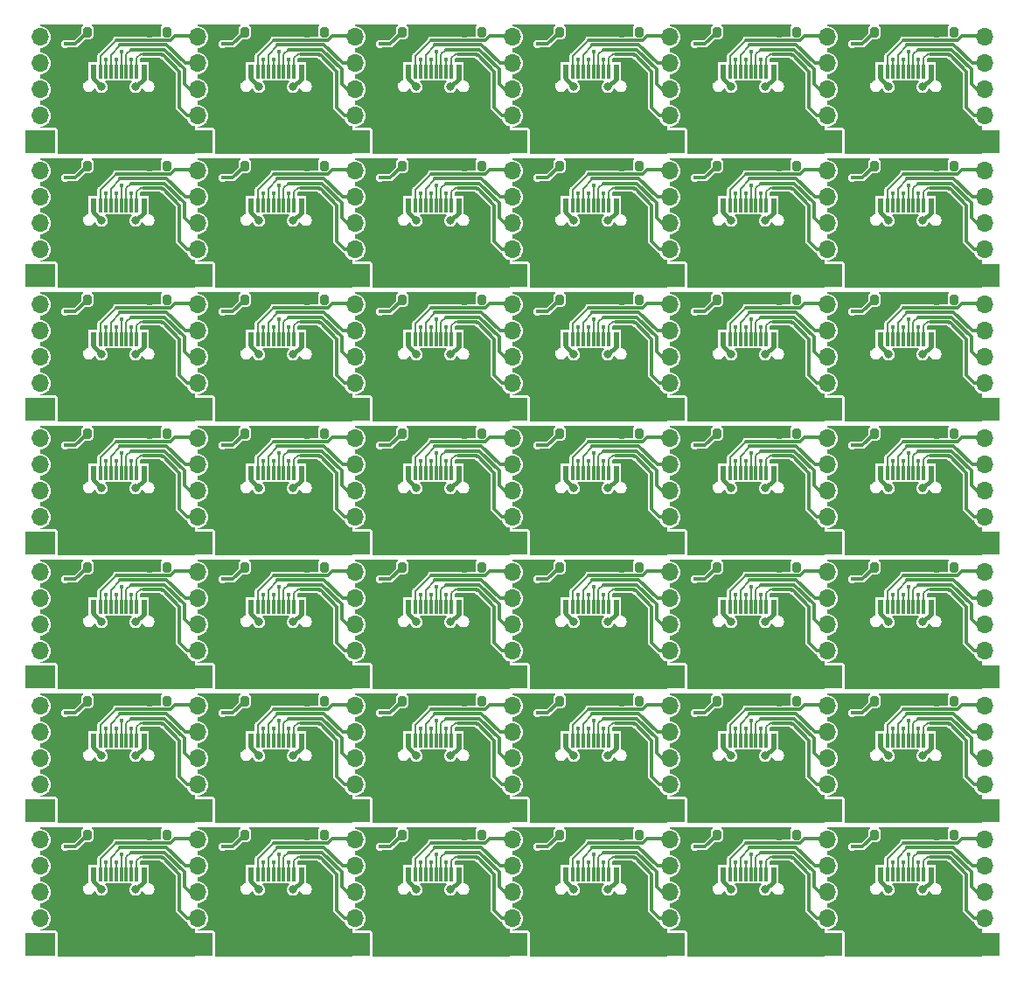
<source format=gbr>
%TF.GenerationSoftware,KiCad,Pcbnew,(6.0.7)*%
%TF.CreationDate,2023-04-16T01:29:03+08:00*%
%TF.ProjectId,typical,74797069-6361-46c2-9e6b-696361645f70,rev?*%
%TF.SameCoordinates,Original*%
%TF.FileFunction,Copper,L1,Top*%
%TF.FilePolarity,Positive*%
%FSLAX46Y46*%
G04 Gerber Fmt 4.6, Leading zero omitted, Abs format (unit mm)*
G04 Created by KiCad (PCBNEW (6.0.7)) date 2023-04-16 01:29:03*
%MOMM*%
%LPD*%
G01*
G04 APERTURE LIST*
G04 Aperture macros list*
%AMRoundRect*
0 Rectangle with rounded corners*
0 $1 Rounding radius*
0 $2 $3 $4 $5 $6 $7 $8 $9 X,Y pos of 4 corners*
0 Add a 4 corners polygon primitive as box body*
4,1,4,$2,$3,$4,$5,$6,$7,$8,$9,$2,$3,0*
0 Add four circle primitives for the rounded corners*
1,1,$1+$1,$2,$3*
1,1,$1+$1,$4,$5*
1,1,$1+$1,$6,$7*
1,1,$1+$1,$8,$9*
0 Add four rect primitives between the rounded corners*
20,1,$1+$1,$2,$3,$4,$5,0*
20,1,$1+$1,$4,$5,$6,$7,0*
20,1,$1+$1,$6,$7,$8,$9,0*
20,1,$1+$1,$8,$9,$2,$3,0*%
G04 Aperture macros list end*
%TA.AperFunction,ComponentPad*%
%ADD10O,1.700000X1.700000*%
%TD*%
%TA.AperFunction,ComponentPad*%
%ADD11R,3.000000X2.300000*%
%TD*%
%TA.AperFunction,ComponentPad*%
%ADD12O,1.000000X1.600000*%
%TD*%
%TA.AperFunction,ComponentPad*%
%ADD13O,1.000000X2.100000*%
%TD*%
%TA.AperFunction,SMDPad,CuDef*%
%ADD14R,0.600000X1.450000*%
%TD*%
%TA.AperFunction,SMDPad,CuDef*%
%ADD15R,0.300000X1.450000*%
%TD*%
%TA.AperFunction,SMDPad,CuDef*%
%ADD16RoundRect,0.200000X0.200000X0.275000X-0.200000X0.275000X-0.200000X-0.275000X0.200000X-0.275000X0*%
%TD*%
%TA.AperFunction,ViaPad*%
%ADD17C,0.800000*%
%TD*%
%TA.AperFunction,ViaPad*%
%ADD18C,0.600000*%
%TD*%
%TA.AperFunction,ViaPad*%
%ADD19C,0.400000*%
%TD*%
%TA.AperFunction,Conductor*%
%ADD20C,0.400000*%
%TD*%
%TA.AperFunction,Conductor*%
%ADD21C,0.300000*%
%TD*%
%TA.AperFunction,Conductor*%
%ADD22C,0.200000*%
%TD*%
G04 APERTURE END LIST*
D10*
%TO.P,J3,5,Pin_5*%
%TO.N,N/C*%
X160655000Y-131064000D03*
%TO.P,J3,4,Pin_4*%
X160655000Y-133604000D03*
%TO.P,J3,3,Pin_3*%
X160655000Y-136144000D03*
%TO.P,J3,2,Pin_2*%
X160655000Y-138684000D03*
D11*
%TO.P,J3,1,Pin_1*%
%TO.N,Net-(J1-PadA1)*%
X160655000Y-141224000D03*
%TD*%
D10*
%TO.P,J3,5,Pin_5*%
%TO.N,N/C*%
X160655000Y-118110000D03*
%TO.P,J3,4,Pin_4*%
X160655000Y-120650000D03*
%TO.P,J3,3,Pin_3*%
X160655000Y-123190000D03*
%TO.P,J3,2,Pin_2*%
X160655000Y-125730000D03*
D11*
%TO.P,J3,1,Pin_1*%
%TO.N,Net-(J1-PadA1)*%
X160655000Y-128270000D03*
%TD*%
D10*
%TO.P,J3,5,Pin_5*%
%TO.N,N/C*%
X160655000Y-105156000D03*
%TO.P,J3,4,Pin_4*%
X160655000Y-107696000D03*
%TO.P,J3,3,Pin_3*%
X160655000Y-110236000D03*
%TO.P,J3,2,Pin_2*%
X160655000Y-112776000D03*
D11*
%TO.P,J3,1,Pin_1*%
%TO.N,Net-(J1-PadA1)*%
X160655000Y-115316000D03*
%TD*%
D10*
%TO.P,J3,5,Pin_5*%
%TO.N,N/C*%
X160655000Y-92202000D03*
%TO.P,J3,4,Pin_4*%
X160655000Y-94742000D03*
%TO.P,J3,3,Pin_3*%
X160655000Y-97282000D03*
%TO.P,J3,2,Pin_2*%
X160655000Y-99822000D03*
D11*
%TO.P,J3,1,Pin_1*%
%TO.N,Net-(J1-PadA1)*%
X160655000Y-102362000D03*
%TD*%
D10*
%TO.P,J3,5,Pin_5*%
%TO.N,N/C*%
X160655000Y-79248000D03*
%TO.P,J3,4,Pin_4*%
X160655000Y-81788000D03*
%TO.P,J3,3,Pin_3*%
X160655000Y-84328000D03*
%TO.P,J3,2,Pin_2*%
X160655000Y-86868000D03*
D11*
%TO.P,J3,1,Pin_1*%
%TO.N,Net-(J1-PadA1)*%
X160655000Y-89408000D03*
%TD*%
D10*
%TO.P,J3,5,Pin_5*%
%TO.N,N/C*%
X160655000Y-66294000D03*
%TO.P,J3,4,Pin_4*%
X160655000Y-68834000D03*
%TO.P,J3,3,Pin_3*%
X160655000Y-71374000D03*
%TO.P,J3,2,Pin_2*%
X160655000Y-73914000D03*
D11*
%TO.P,J3,1,Pin_1*%
%TO.N,Net-(J1-PadA1)*%
X160655000Y-76454000D03*
%TD*%
D12*
%TO.P,J1,S1,SHIELD*%
%TO.N,Net-(J1-PadA1)*%
X148715000Y-139480000D03*
D13*
X148715000Y-135300000D03*
X157355000Y-135300000D03*
D12*
X157355000Y-139480000D03*
D14*
%TO.P,J1,B12,GND*%
X149785000Y-134385000D03*
%TO.P,J1,B9,VBUS*%
%TO.N,Net-(J1-PadA4)*%
X150585000Y-134385000D03*
D15*
%TO.P,J1,B8,SBU2*%
%TO.N,Net-(J1-PadB8)*%
X151285000Y-134385000D03*
%TO.P,J1,B7,D-*%
%TO.N,Net-(J1-PadB7)*%
X152285000Y-134385000D03*
%TO.P,J1,B6,D+*%
%TO.N,Net-(J1-PadB6)*%
X153785000Y-134385000D03*
%TO.P,J1,B5,CC2*%
%TO.N,Net-(J1-PadB5)*%
X154785000Y-134385000D03*
D14*
%TO.P,J1,B4,VBUS*%
%TO.N,Net-(J1-PadA4)*%
X155485000Y-134385000D03*
%TO.P,J1,B1,GND*%
%TO.N,Net-(J1-PadA1)*%
X156285000Y-134385000D03*
%TO.P,J1,A12,GND*%
X156285000Y-134385000D03*
%TO.P,J1,A9,VBUS*%
%TO.N,Net-(J1-PadA4)*%
X155485000Y-134385000D03*
D15*
%TO.P,J1,A8,SBU1*%
%TO.N,Net-(J1-PadA8)*%
X154285000Y-134385000D03*
%TO.P,J1,A7,D-*%
%TO.N,Net-(J1-PadA7)*%
X153285000Y-134385000D03*
%TO.P,J1,A6,D+*%
%TO.N,Net-(J1-PadA6)*%
X152785000Y-134385000D03*
%TO.P,J1,A5,CC1*%
%TO.N,Net-(J1-PadA5)*%
X151785000Y-134385000D03*
D14*
%TO.P,J1,A4,VBUS*%
%TO.N,Net-(J1-PadA4)*%
X150585000Y-134385000D03*
%TO.P,J1,A1,GND*%
%TO.N,Net-(J1-PadA1)*%
X149785000Y-134385000D03*
%TD*%
D10*
%TO.P,J3,5,Pin_5*%
%TO.N,Net-(J1-PadA8)*%
X145415000Y-131064000D03*
%TO.P,J3,4,Pin_4*%
%TO.N,Net-(J1-PadA7)*%
X145415000Y-133604000D03*
%TO.P,J3,3,Pin_3*%
%TO.N,Net-(J1-PadA6)*%
X145415000Y-136144000D03*
%TO.P,J3,2,Pin_2*%
%TO.N,Net-(J1-PadA5)*%
X145415000Y-138684000D03*
D11*
%TO.P,J3,1,Pin_1*%
%TO.N,Net-(J1-PadA4)*%
X145415000Y-141224000D03*
%TD*%
D16*
%TO.P,R2,2*%
%TO.N,Net-(J1-PadA1)*%
X156045000Y-130574000D03*
%TO.P,R2,1*%
%TO.N,Net-(J1-PadB5)*%
X157695000Y-130574000D03*
%TD*%
%TO.P,R1,2*%
%TO.N,Net-(J1-PadA1)*%
X148370000Y-130574000D03*
%TO.P,R1,1*%
%TO.N,Net-(J1-PadA5)*%
X150020000Y-130574000D03*
%TD*%
%TO.P,R2,2*%
%TO.N,Net-(J1-PadA1)*%
X140805000Y-130574000D03*
%TO.P,R2,1*%
%TO.N,Net-(J1-PadB5)*%
X142455000Y-130574000D03*
%TD*%
D12*
%TO.P,J1,S1,SHIELD*%
%TO.N,Net-(J1-PadA1)*%
X133475000Y-139480000D03*
D13*
X133475000Y-135300000D03*
X142115000Y-135300000D03*
D12*
X142115000Y-139480000D03*
D14*
%TO.P,J1,B12,GND*%
X134545000Y-134385000D03*
%TO.P,J1,B9,VBUS*%
%TO.N,Net-(J1-PadA4)*%
X135345000Y-134385000D03*
D15*
%TO.P,J1,B8,SBU2*%
%TO.N,Net-(J1-PadB8)*%
X136045000Y-134385000D03*
%TO.P,J1,B7,D-*%
%TO.N,Net-(J1-PadB7)*%
X137045000Y-134385000D03*
%TO.P,J1,B6,D+*%
%TO.N,Net-(J1-PadB6)*%
X138545000Y-134385000D03*
%TO.P,J1,B5,CC2*%
%TO.N,Net-(J1-PadB5)*%
X139545000Y-134385000D03*
D14*
%TO.P,J1,B4,VBUS*%
%TO.N,Net-(J1-PadA4)*%
X140245000Y-134385000D03*
%TO.P,J1,B1,GND*%
%TO.N,Net-(J1-PadA1)*%
X141045000Y-134385000D03*
%TO.P,J1,A12,GND*%
X141045000Y-134385000D03*
%TO.P,J1,A9,VBUS*%
%TO.N,Net-(J1-PadA4)*%
X140245000Y-134385000D03*
D15*
%TO.P,J1,A8,SBU1*%
%TO.N,Net-(J1-PadA8)*%
X139045000Y-134385000D03*
%TO.P,J1,A7,D-*%
%TO.N,Net-(J1-PadA7)*%
X138045000Y-134385000D03*
%TO.P,J1,A6,D+*%
%TO.N,Net-(J1-PadA6)*%
X137545000Y-134385000D03*
%TO.P,J1,A5,CC1*%
%TO.N,Net-(J1-PadA5)*%
X136545000Y-134385000D03*
D14*
%TO.P,J1,A4,VBUS*%
%TO.N,Net-(J1-PadA4)*%
X135345000Y-134385000D03*
%TO.P,J1,A1,GND*%
%TO.N,Net-(J1-PadA1)*%
X134545000Y-134385000D03*
%TD*%
D10*
%TO.P,J3,5,Pin_5*%
%TO.N,Net-(J1-PadA8)*%
X130175000Y-131064000D03*
%TO.P,J3,4,Pin_4*%
%TO.N,Net-(J1-PadA7)*%
X130175000Y-133604000D03*
%TO.P,J3,3,Pin_3*%
%TO.N,Net-(J1-PadA6)*%
X130175000Y-136144000D03*
%TO.P,J3,2,Pin_2*%
%TO.N,Net-(J1-PadA5)*%
X130175000Y-138684000D03*
D11*
%TO.P,J3,1,Pin_1*%
%TO.N,Net-(J1-PadA4)*%
X130175000Y-141224000D03*
%TD*%
D16*
%TO.P,R1,2*%
%TO.N,Net-(J1-PadA1)*%
X133130000Y-130574000D03*
%TO.P,R1,1*%
%TO.N,Net-(J1-PadA5)*%
X134780000Y-130574000D03*
%TD*%
%TO.P,R2,2*%
%TO.N,Net-(J1-PadA1)*%
X125565000Y-130574000D03*
%TO.P,R2,1*%
%TO.N,Net-(J1-PadB5)*%
X127215000Y-130574000D03*
%TD*%
D12*
%TO.P,J1,S1,SHIELD*%
%TO.N,Net-(J1-PadA1)*%
X118235000Y-139480000D03*
D13*
X118235000Y-135300000D03*
X126875000Y-135300000D03*
D12*
X126875000Y-139480000D03*
D14*
%TO.P,J1,B12,GND*%
X119305000Y-134385000D03*
%TO.P,J1,B9,VBUS*%
%TO.N,Net-(J1-PadA4)*%
X120105000Y-134385000D03*
D15*
%TO.P,J1,B8,SBU2*%
%TO.N,Net-(J1-PadB8)*%
X120805000Y-134385000D03*
%TO.P,J1,B7,D-*%
%TO.N,Net-(J1-PadB7)*%
X121805000Y-134385000D03*
%TO.P,J1,B6,D+*%
%TO.N,Net-(J1-PadB6)*%
X123305000Y-134385000D03*
%TO.P,J1,B5,CC2*%
%TO.N,Net-(J1-PadB5)*%
X124305000Y-134385000D03*
D14*
%TO.P,J1,B4,VBUS*%
%TO.N,Net-(J1-PadA4)*%
X125005000Y-134385000D03*
%TO.P,J1,B1,GND*%
%TO.N,Net-(J1-PadA1)*%
X125805000Y-134385000D03*
%TO.P,J1,A12,GND*%
X125805000Y-134385000D03*
%TO.P,J1,A9,VBUS*%
%TO.N,Net-(J1-PadA4)*%
X125005000Y-134385000D03*
D15*
%TO.P,J1,A8,SBU1*%
%TO.N,Net-(J1-PadA8)*%
X123805000Y-134385000D03*
%TO.P,J1,A7,D-*%
%TO.N,Net-(J1-PadA7)*%
X122805000Y-134385000D03*
%TO.P,J1,A6,D+*%
%TO.N,Net-(J1-PadA6)*%
X122305000Y-134385000D03*
%TO.P,J1,A5,CC1*%
%TO.N,Net-(J1-PadA5)*%
X121305000Y-134385000D03*
D14*
%TO.P,J1,A4,VBUS*%
%TO.N,Net-(J1-PadA4)*%
X120105000Y-134385000D03*
%TO.P,J1,A1,GND*%
%TO.N,Net-(J1-PadA1)*%
X119305000Y-134385000D03*
%TD*%
D10*
%TO.P,J3,5,Pin_5*%
%TO.N,Net-(J1-PadA8)*%
X114935000Y-131064000D03*
%TO.P,J3,4,Pin_4*%
%TO.N,Net-(J1-PadA7)*%
X114935000Y-133604000D03*
%TO.P,J3,3,Pin_3*%
%TO.N,Net-(J1-PadA6)*%
X114935000Y-136144000D03*
%TO.P,J3,2,Pin_2*%
%TO.N,Net-(J1-PadA5)*%
X114935000Y-138684000D03*
D11*
%TO.P,J3,1,Pin_1*%
%TO.N,Net-(J1-PadA4)*%
X114935000Y-141224000D03*
%TD*%
D16*
%TO.P,R1,2*%
%TO.N,Net-(J1-PadA1)*%
X117890000Y-130574000D03*
%TO.P,R1,1*%
%TO.N,Net-(J1-PadA5)*%
X119540000Y-130574000D03*
%TD*%
%TO.P,R2,2*%
%TO.N,Net-(J1-PadA1)*%
X110325000Y-130574000D03*
%TO.P,R2,1*%
%TO.N,Net-(J1-PadB5)*%
X111975000Y-130574000D03*
%TD*%
D12*
%TO.P,J1,S1,SHIELD*%
%TO.N,Net-(J1-PadA1)*%
X102995000Y-139480000D03*
D13*
X102995000Y-135300000D03*
X111635000Y-135300000D03*
D12*
X111635000Y-139480000D03*
D14*
%TO.P,J1,B12,GND*%
X104065000Y-134385000D03*
%TO.P,J1,B9,VBUS*%
%TO.N,Net-(J1-PadA4)*%
X104865000Y-134385000D03*
D15*
%TO.P,J1,B8,SBU2*%
%TO.N,Net-(J1-PadB8)*%
X105565000Y-134385000D03*
%TO.P,J1,B7,D-*%
%TO.N,Net-(J1-PadB7)*%
X106565000Y-134385000D03*
%TO.P,J1,B6,D+*%
%TO.N,Net-(J1-PadB6)*%
X108065000Y-134385000D03*
%TO.P,J1,B5,CC2*%
%TO.N,Net-(J1-PadB5)*%
X109065000Y-134385000D03*
D14*
%TO.P,J1,B4,VBUS*%
%TO.N,Net-(J1-PadA4)*%
X109765000Y-134385000D03*
%TO.P,J1,B1,GND*%
%TO.N,Net-(J1-PadA1)*%
X110565000Y-134385000D03*
%TO.P,J1,A12,GND*%
X110565000Y-134385000D03*
%TO.P,J1,A9,VBUS*%
%TO.N,Net-(J1-PadA4)*%
X109765000Y-134385000D03*
D15*
%TO.P,J1,A8,SBU1*%
%TO.N,Net-(J1-PadA8)*%
X108565000Y-134385000D03*
%TO.P,J1,A7,D-*%
%TO.N,Net-(J1-PadA7)*%
X107565000Y-134385000D03*
%TO.P,J1,A6,D+*%
%TO.N,Net-(J1-PadA6)*%
X107065000Y-134385000D03*
%TO.P,J1,A5,CC1*%
%TO.N,Net-(J1-PadA5)*%
X106065000Y-134385000D03*
D14*
%TO.P,J1,A4,VBUS*%
%TO.N,Net-(J1-PadA4)*%
X104865000Y-134385000D03*
%TO.P,J1,A1,GND*%
%TO.N,Net-(J1-PadA1)*%
X104065000Y-134385000D03*
%TD*%
D16*
%TO.P,R1,2*%
%TO.N,Net-(J1-PadA1)*%
X102650000Y-130574000D03*
%TO.P,R1,1*%
%TO.N,Net-(J1-PadA5)*%
X104300000Y-130574000D03*
%TD*%
D10*
%TO.P,J3,5,Pin_5*%
%TO.N,Net-(J1-PadA8)*%
X99695000Y-131064000D03*
%TO.P,J3,4,Pin_4*%
%TO.N,Net-(J1-PadA7)*%
X99695000Y-133604000D03*
%TO.P,J3,3,Pin_3*%
%TO.N,Net-(J1-PadA6)*%
X99695000Y-136144000D03*
%TO.P,J3,2,Pin_2*%
%TO.N,Net-(J1-PadA5)*%
X99695000Y-138684000D03*
D11*
%TO.P,J3,1,Pin_1*%
%TO.N,Net-(J1-PadA4)*%
X99695000Y-141224000D03*
%TD*%
D16*
%TO.P,R2,2*%
%TO.N,Net-(J1-PadA1)*%
X95085000Y-130574000D03*
%TO.P,R2,1*%
%TO.N,Net-(J1-PadB5)*%
X96735000Y-130574000D03*
%TD*%
D12*
%TO.P,J1,S1,SHIELD*%
%TO.N,Net-(J1-PadA1)*%
X87755000Y-139480000D03*
D13*
X87755000Y-135300000D03*
X96395000Y-135300000D03*
D12*
X96395000Y-139480000D03*
D14*
%TO.P,J1,B12,GND*%
X88825000Y-134385000D03*
%TO.P,J1,B9,VBUS*%
%TO.N,Net-(J1-PadA4)*%
X89625000Y-134385000D03*
D15*
%TO.P,J1,B8,SBU2*%
%TO.N,Net-(J1-PadB8)*%
X90325000Y-134385000D03*
%TO.P,J1,B7,D-*%
%TO.N,Net-(J1-PadB7)*%
X91325000Y-134385000D03*
%TO.P,J1,B6,D+*%
%TO.N,Net-(J1-PadB6)*%
X92825000Y-134385000D03*
%TO.P,J1,B5,CC2*%
%TO.N,Net-(J1-PadB5)*%
X93825000Y-134385000D03*
D14*
%TO.P,J1,B4,VBUS*%
%TO.N,Net-(J1-PadA4)*%
X94525000Y-134385000D03*
%TO.P,J1,B1,GND*%
%TO.N,Net-(J1-PadA1)*%
X95325000Y-134385000D03*
%TO.P,J1,A12,GND*%
X95325000Y-134385000D03*
%TO.P,J1,A9,VBUS*%
%TO.N,Net-(J1-PadA4)*%
X94525000Y-134385000D03*
D15*
%TO.P,J1,A8,SBU1*%
%TO.N,Net-(J1-PadA8)*%
X93325000Y-134385000D03*
%TO.P,J1,A7,D-*%
%TO.N,Net-(J1-PadA7)*%
X92325000Y-134385000D03*
%TO.P,J1,A6,D+*%
%TO.N,Net-(J1-PadA6)*%
X91825000Y-134385000D03*
%TO.P,J1,A5,CC1*%
%TO.N,Net-(J1-PadA5)*%
X90825000Y-134385000D03*
D14*
%TO.P,J1,A4,VBUS*%
%TO.N,Net-(J1-PadA4)*%
X89625000Y-134385000D03*
%TO.P,J1,A1,GND*%
%TO.N,Net-(J1-PadA1)*%
X88825000Y-134385000D03*
%TD*%
D10*
%TO.P,J3,5,Pin_5*%
%TO.N,Net-(J1-PadA8)*%
X84455000Y-131064000D03*
%TO.P,J3,4,Pin_4*%
%TO.N,Net-(J1-PadA7)*%
X84455000Y-133604000D03*
%TO.P,J3,3,Pin_3*%
%TO.N,Net-(J1-PadA6)*%
X84455000Y-136144000D03*
%TO.P,J3,2,Pin_2*%
%TO.N,Net-(J1-PadA5)*%
X84455000Y-138684000D03*
D11*
%TO.P,J3,1,Pin_1*%
%TO.N,Net-(J1-PadA4)*%
X84455000Y-141224000D03*
%TD*%
D16*
%TO.P,R1,2*%
%TO.N,Net-(J1-PadA1)*%
X87410000Y-130574000D03*
%TO.P,R1,1*%
%TO.N,Net-(J1-PadA5)*%
X89060000Y-130574000D03*
%TD*%
%TO.P,R2,2*%
%TO.N,Net-(J1-PadA1)*%
X79845000Y-130574000D03*
%TO.P,R2,1*%
%TO.N,Net-(J1-PadB5)*%
X81495000Y-130574000D03*
%TD*%
D12*
%TO.P,J1,S1,SHIELD*%
%TO.N,Net-(J1-PadA1)*%
X72515000Y-139480000D03*
D13*
X72515000Y-135300000D03*
X81155000Y-135300000D03*
D12*
X81155000Y-139480000D03*
D14*
%TO.P,J1,B12,GND*%
X73585000Y-134385000D03*
%TO.P,J1,B9,VBUS*%
%TO.N,Net-(J1-PadA4)*%
X74385000Y-134385000D03*
D15*
%TO.P,J1,B8,SBU2*%
%TO.N,Net-(J1-PadB8)*%
X75085000Y-134385000D03*
%TO.P,J1,B7,D-*%
%TO.N,Net-(J1-PadB7)*%
X76085000Y-134385000D03*
%TO.P,J1,B6,D+*%
%TO.N,Net-(J1-PadB6)*%
X77585000Y-134385000D03*
%TO.P,J1,B5,CC2*%
%TO.N,Net-(J1-PadB5)*%
X78585000Y-134385000D03*
D14*
%TO.P,J1,B4,VBUS*%
%TO.N,Net-(J1-PadA4)*%
X79285000Y-134385000D03*
%TO.P,J1,B1,GND*%
%TO.N,Net-(J1-PadA1)*%
X80085000Y-134385000D03*
%TO.P,J1,A12,GND*%
X80085000Y-134385000D03*
%TO.P,J1,A9,VBUS*%
%TO.N,Net-(J1-PadA4)*%
X79285000Y-134385000D03*
D15*
%TO.P,J1,A8,SBU1*%
%TO.N,Net-(J1-PadA8)*%
X78085000Y-134385000D03*
%TO.P,J1,A7,D-*%
%TO.N,Net-(J1-PadA7)*%
X77085000Y-134385000D03*
%TO.P,J1,A6,D+*%
%TO.N,Net-(J1-PadA6)*%
X76585000Y-134385000D03*
%TO.P,J1,A5,CC1*%
%TO.N,Net-(J1-PadA5)*%
X75585000Y-134385000D03*
D14*
%TO.P,J1,A4,VBUS*%
%TO.N,Net-(J1-PadA4)*%
X74385000Y-134385000D03*
%TO.P,J1,A1,GND*%
%TO.N,Net-(J1-PadA1)*%
X73585000Y-134385000D03*
%TD*%
D16*
%TO.P,R1,2*%
%TO.N,Net-(J1-PadA1)*%
X72170000Y-130574000D03*
%TO.P,R1,1*%
%TO.N,Net-(J1-PadA5)*%
X73820000Y-130574000D03*
%TD*%
D10*
%TO.P,J3,5,Pin_5*%
%TO.N,Net-(J1-PadA8)*%
X69215000Y-131064000D03*
%TO.P,J3,4,Pin_4*%
%TO.N,Net-(J1-PadA7)*%
X69215000Y-133604000D03*
%TO.P,J3,3,Pin_3*%
%TO.N,Net-(J1-PadA6)*%
X69215000Y-136144000D03*
%TO.P,J3,2,Pin_2*%
%TO.N,Net-(J1-PadA5)*%
X69215000Y-138684000D03*
D11*
%TO.P,J3,1,Pin_1*%
%TO.N,Net-(J1-PadA4)*%
X69215000Y-141224000D03*
%TD*%
D12*
%TO.P,J1,S1,SHIELD*%
%TO.N,Net-(J1-PadA1)*%
X148715000Y-126526000D03*
D13*
X148715000Y-122346000D03*
X157355000Y-122346000D03*
D12*
X157355000Y-126526000D03*
D14*
%TO.P,J1,B12,GND*%
X149785000Y-121431000D03*
%TO.P,J1,B9,VBUS*%
%TO.N,Net-(J1-PadA4)*%
X150585000Y-121431000D03*
D15*
%TO.P,J1,B8,SBU2*%
%TO.N,Net-(J1-PadB8)*%
X151285000Y-121431000D03*
%TO.P,J1,B7,D-*%
%TO.N,Net-(J1-PadB7)*%
X152285000Y-121431000D03*
%TO.P,J1,B6,D+*%
%TO.N,Net-(J1-PadB6)*%
X153785000Y-121431000D03*
%TO.P,J1,B5,CC2*%
%TO.N,Net-(J1-PadB5)*%
X154785000Y-121431000D03*
D14*
%TO.P,J1,B4,VBUS*%
%TO.N,Net-(J1-PadA4)*%
X155485000Y-121431000D03*
%TO.P,J1,B1,GND*%
%TO.N,Net-(J1-PadA1)*%
X156285000Y-121431000D03*
%TO.P,J1,A12,GND*%
X156285000Y-121431000D03*
%TO.P,J1,A9,VBUS*%
%TO.N,Net-(J1-PadA4)*%
X155485000Y-121431000D03*
D15*
%TO.P,J1,A8,SBU1*%
%TO.N,Net-(J1-PadA8)*%
X154285000Y-121431000D03*
%TO.P,J1,A7,D-*%
%TO.N,Net-(J1-PadA7)*%
X153285000Y-121431000D03*
%TO.P,J1,A6,D+*%
%TO.N,Net-(J1-PadA6)*%
X152785000Y-121431000D03*
%TO.P,J1,A5,CC1*%
%TO.N,Net-(J1-PadA5)*%
X151785000Y-121431000D03*
D14*
%TO.P,J1,A4,VBUS*%
%TO.N,Net-(J1-PadA4)*%
X150585000Y-121431000D03*
%TO.P,J1,A1,GND*%
%TO.N,Net-(J1-PadA1)*%
X149785000Y-121431000D03*
%TD*%
D16*
%TO.P,R2,2*%
%TO.N,Net-(J1-PadA1)*%
X156045000Y-117620000D03*
%TO.P,R2,1*%
%TO.N,Net-(J1-PadB5)*%
X157695000Y-117620000D03*
%TD*%
D10*
%TO.P,J3,5,Pin_5*%
%TO.N,Net-(J1-PadA8)*%
X145415000Y-118110000D03*
%TO.P,J3,4,Pin_4*%
%TO.N,Net-(J1-PadA7)*%
X145415000Y-120650000D03*
%TO.P,J3,3,Pin_3*%
%TO.N,Net-(J1-PadA6)*%
X145415000Y-123190000D03*
%TO.P,J3,2,Pin_2*%
%TO.N,Net-(J1-PadA5)*%
X145415000Y-125730000D03*
D11*
%TO.P,J3,1,Pin_1*%
%TO.N,Net-(J1-PadA4)*%
X145415000Y-128270000D03*
%TD*%
D16*
%TO.P,R1,2*%
%TO.N,Net-(J1-PadA1)*%
X148370000Y-117620000D03*
%TO.P,R1,1*%
%TO.N,Net-(J1-PadA5)*%
X150020000Y-117620000D03*
%TD*%
%TO.P,R2,2*%
%TO.N,Net-(J1-PadA1)*%
X140805000Y-117620000D03*
%TO.P,R2,1*%
%TO.N,Net-(J1-PadB5)*%
X142455000Y-117620000D03*
%TD*%
D10*
%TO.P,J3,5,Pin_5*%
%TO.N,Net-(J1-PadA8)*%
X130175000Y-118110000D03*
%TO.P,J3,4,Pin_4*%
%TO.N,Net-(J1-PadA7)*%
X130175000Y-120650000D03*
%TO.P,J3,3,Pin_3*%
%TO.N,Net-(J1-PadA6)*%
X130175000Y-123190000D03*
%TO.P,J3,2,Pin_2*%
%TO.N,Net-(J1-PadA5)*%
X130175000Y-125730000D03*
D11*
%TO.P,J3,1,Pin_1*%
%TO.N,Net-(J1-PadA4)*%
X130175000Y-128270000D03*
%TD*%
D16*
%TO.P,R1,2*%
%TO.N,Net-(J1-PadA1)*%
X133130000Y-117620000D03*
%TO.P,R1,1*%
%TO.N,Net-(J1-PadA5)*%
X134780000Y-117620000D03*
%TD*%
D12*
%TO.P,J1,S1,SHIELD*%
%TO.N,Net-(J1-PadA1)*%
X133475000Y-126526000D03*
D13*
X133475000Y-122346000D03*
X142115000Y-122346000D03*
D12*
X142115000Y-126526000D03*
D14*
%TO.P,J1,B12,GND*%
X134545000Y-121431000D03*
%TO.P,J1,B9,VBUS*%
%TO.N,Net-(J1-PadA4)*%
X135345000Y-121431000D03*
D15*
%TO.P,J1,B8,SBU2*%
%TO.N,Net-(J1-PadB8)*%
X136045000Y-121431000D03*
%TO.P,J1,B7,D-*%
%TO.N,Net-(J1-PadB7)*%
X137045000Y-121431000D03*
%TO.P,J1,B6,D+*%
%TO.N,Net-(J1-PadB6)*%
X138545000Y-121431000D03*
%TO.P,J1,B5,CC2*%
%TO.N,Net-(J1-PadB5)*%
X139545000Y-121431000D03*
D14*
%TO.P,J1,B4,VBUS*%
%TO.N,Net-(J1-PadA4)*%
X140245000Y-121431000D03*
%TO.P,J1,B1,GND*%
%TO.N,Net-(J1-PadA1)*%
X141045000Y-121431000D03*
%TO.P,J1,A12,GND*%
X141045000Y-121431000D03*
%TO.P,J1,A9,VBUS*%
%TO.N,Net-(J1-PadA4)*%
X140245000Y-121431000D03*
D15*
%TO.P,J1,A8,SBU1*%
%TO.N,Net-(J1-PadA8)*%
X139045000Y-121431000D03*
%TO.P,J1,A7,D-*%
%TO.N,Net-(J1-PadA7)*%
X138045000Y-121431000D03*
%TO.P,J1,A6,D+*%
%TO.N,Net-(J1-PadA6)*%
X137545000Y-121431000D03*
%TO.P,J1,A5,CC1*%
%TO.N,Net-(J1-PadA5)*%
X136545000Y-121431000D03*
D14*
%TO.P,J1,A4,VBUS*%
%TO.N,Net-(J1-PadA4)*%
X135345000Y-121431000D03*
%TO.P,J1,A1,GND*%
%TO.N,Net-(J1-PadA1)*%
X134545000Y-121431000D03*
%TD*%
D16*
%TO.P,R2,2*%
%TO.N,Net-(J1-PadA1)*%
X125565000Y-117620000D03*
%TO.P,R2,1*%
%TO.N,Net-(J1-PadB5)*%
X127215000Y-117620000D03*
%TD*%
D12*
%TO.P,J1,S1,SHIELD*%
%TO.N,Net-(J1-PadA1)*%
X118235000Y-126526000D03*
D13*
X118235000Y-122346000D03*
X126875000Y-122346000D03*
D12*
X126875000Y-126526000D03*
D14*
%TO.P,J1,B12,GND*%
X119305000Y-121431000D03*
%TO.P,J1,B9,VBUS*%
%TO.N,Net-(J1-PadA4)*%
X120105000Y-121431000D03*
D15*
%TO.P,J1,B8,SBU2*%
%TO.N,Net-(J1-PadB8)*%
X120805000Y-121431000D03*
%TO.P,J1,B7,D-*%
%TO.N,Net-(J1-PadB7)*%
X121805000Y-121431000D03*
%TO.P,J1,B6,D+*%
%TO.N,Net-(J1-PadB6)*%
X123305000Y-121431000D03*
%TO.P,J1,B5,CC2*%
%TO.N,Net-(J1-PadB5)*%
X124305000Y-121431000D03*
D14*
%TO.P,J1,B4,VBUS*%
%TO.N,Net-(J1-PadA4)*%
X125005000Y-121431000D03*
%TO.P,J1,B1,GND*%
%TO.N,Net-(J1-PadA1)*%
X125805000Y-121431000D03*
%TO.P,J1,A12,GND*%
X125805000Y-121431000D03*
%TO.P,J1,A9,VBUS*%
%TO.N,Net-(J1-PadA4)*%
X125005000Y-121431000D03*
D15*
%TO.P,J1,A8,SBU1*%
%TO.N,Net-(J1-PadA8)*%
X123805000Y-121431000D03*
%TO.P,J1,A7,D-*%
%TO.N,Net-(J1-PadA7)*%
X122805000Y-121431000D03*
%TO.P,J1,A6,D+*%
%TO.N,Net-(J1-PadA6)*%
X122305000Y-121431000D03*
%TO.P,J1,A5,CC1*%
%TO.N,Net-(J1-PadA5)*%
X121305000Y-121431000D03*
D14*
%TO.P,J1,A4,VBUS*%
%TO.N,Net-(J1-PadA4)*%
X120105000Y-121431000D03*
%TO.P,J1,A1,GND*%
%TO.N,Net-(J1-PadA1)*%
X119305000Y-121431000D03*
%TD*%
D10*
%TO.P,J3,5,Pin_5*%
%TO.N,Net-(J1-PadA8)*%
X114935000Y-118110000D03*
%TO.P,J3,4,Pin_4*%
%TO.N,Net-(J1-PadA7)*%
X114935000Y-120650000D03*
%TO.P,J3,3,Pin_3*%
%TO.N,Net-(J1-PadA6)*%
X114935000Y-123190000D03*
%TO.P,J3,2,Pin_2*%
%TO.N,Net-(J1-PadA5)*%
X114935000Y-125730000D03*
D11*
%TO.P,J3,1,Pin_1*%
%TO.N,Net-(J1-PadA4)*%
X114935000Y-128270000D03*
%TD*%
D16*
%TO.P,R1,2*%
%TO.N,Net-(J1-PadA1)*%
X117890000Y-117620000D03*
%TO.P,R1,1*%
%TO.N,Net-(J1-PadA5)*%
X119540000Y-117620000D03*
%TD*%
%TO.P,R2,2*%
%TO.N,Net-(J1-PadA1)*%
X110325000Y-117620000D03*
%TO.P,R2,1*%
%TO.N,Net-(J1-PadB5)*%
X111975000Y-117620000D03*
%TD*%
D12*
%TO.P,J1,S1,SHIELD*%
%TO.N,Net-(J1-PadA1)*%
X102995000Y-126526000D03*
D13*
X102995000Y-122346000D03*
X111635000Y-122346000D03*
D12*
X111635000Y-126526000D03*
D14*
%TO.P,J1,B12,GND*%
X104065000Y-121431000D03*
%TO.P,J1,B9,VBUS*%
%TO.N,Net-(J1-PadA4)*%
X104865000Y-121431000D03*
D15*
%TO.P,J1,B8,SBU2*%
%TO.N,Net-(J1-PadB8)*%
X105565000Y-121431000D03*
%TO.P,J1,B7,D-*%
%TO.N,Net-(J1-PadB7)*%
X106565000Y-121431000D03*
%TO.P,J1,B6,D+*%
%TO.N,Net-(J1-PadB6)*%
X108065000Y-121431000D03*
%TO.P,J1,B5,CC2*%
%TO.N,Net-(J1-PadB5)*%
X109065000Y-121431000D03*
D14*
%TO.P,J1,B4,VBUS*%
%TO.N,Net-(J1-PadA4)*%
X109765000Y-121431000D03*
%TO.P,J1,B1,GND*%
%TO.N,Net-(J1-PadA1)*%
X110565000Y-121431000D03*
%TO.P,J1,A12,GND*%
X110565000Y-121431000D03*
%TO.P,J1,A9,VBUS*%
%TO.N,Net-(J1-PadA4)*%
X109765000Y-121431000D03*
D15*
%TO.P,J1,A8,SBU1*%
%TO.N,Net-(J1-PadA8)*%
X108565000Y-121431000D03*
%TO.P,J1,A7,D-*%
%TO.N,Net-(J1-PadA7)*%
X107565000Y-121431000D03*
%TO.P,J1,A6,D+*%
%TO.N,Net-(J1-PadA6)*%
X107065000Y-121431000D03*
%TO.P,J1,A5,CC1*%
%TO.N,Net-(J1-PadA5)*%
X106065000Y-121431000D03*
D14*
%TO.P,J1,A4,VBUS*%
%TO.N,Net-(J1-PadA4)*%
X104865000Y-121431000D03*
%TO.P,J1,A1,GND*%
%TO.N,Net-(J1-PadA1)*%
X104065000Y-121431000D03*
%TD*%
D10*
%TO.P,J3,5,Pin_5*%
%TO.N,Net-(J1-PadA8)*%
X99695000Y-118110000D03*
%TO.P,J3,4,Pin_4*%
%TO.N,Net-(J1-PadA7)*%
X99695000Y-120650000D03*
%TO.P,J3,3,Pin_3*%
%TO.N,Net-(J1-PadA6)*%
X99695000Y-123190000D03*
%TO.P,J3,2,Pin_2*%
%TO.N,Net-(J1-PadA5)*%
X99695000Y-125730000D03*
D11*
%TO.P,J3,1,Pin_1*%
%TO.N,Net-(J1-PadA4)*%
X99695000Y-128270000D03*
%TD*%
D16*
%TO.P,R1,2*%
%TO.N,Net-(J1-PadA1)*%
X102650000Y-117620000D03*
%TO.P,R1,1*%
%TO.N,Net-(J1-PadA5)*%
X104300000Y-117620000D03*
%TD*%
%TO.P,R2,2*%
%TO.N,Net-(J1-PadA1)*%
X95085000Y-117620000D03*
%TO.P,R2,1*%
%TO.N,Net-(J1-PadB5)*%
X96735000Y-117620000D03*
%TD*%
D12*
%TO.P,J1,S1,SHIELD*%
%TO.N,Net-(J1-PadA1)*%
X87755000Y-126526000D03*
D13*
X87755000Y-122346000D03*
X96395000Y-122346000D03*
D12*
X96395000Y-126526000D03*
D14*
%TO.P,J1,B12,GND*%
X88825000Y-121431000D03*
%TO.P,J1,B9,VBUS*%
%TO.N,Net-(J1-PadA4)*%
X89625000Y-121431000D03*
D15*
%TO.P,J1,B8,SBU2*%
%TO.N,Net-(J1-PadB8)*%
X90325000Y-121431000D03*
%TO.P,J1,B7,D-*%
%TO.N,Net-(J1-PadB7)*%
X91325000Y-121431000D03*
%TO.P,J1,B6,D+*%
%TO.N,Net-(J1-PadB6)*%
X92825000Y-121431000D03*
%TO.P,J1,B5,CC2*%
%TO.N,Net-(J1-PadB5)*%
X93825000Y-121431000D03*
D14*
%TO.P,J1,B4,VBUS*%
%TO.N,Net-(J1-PadA4)*%
X94525000Y-121431000D03*
%TO.P,J1,B1,GND*%
%TO.N,Net-(J1-PadA1)*%
X95325000Y-121431000D03*
%TO.P,J1,A12,GND*%
X95325000Y-121431000D03*
%TO.P,J1,A9,VBUS*%
%TO.N,Net-(J1-PadA4)*%
X94525000Y-121431000D03*
D15*
%TO.P,J1,A8,SBU1*%
%TO.N,Net-(J1-PadA8)*%
X93325000Y-121431000D03*
%TO.P,J1,A7,D-*%
%TO.N,Net-(J1-PadA7)*%
X92325000Y-121431000D03*
%TO.P,J1,A6,D+*%
%TO.N,Net-(J1-PadA6)*%
X91825000Y-121431000D03*
%TO.P,J1,A5,CC1*%
%TO.N,Net-(J1-PadA5)*%
X90825000Y-121431000D03*
D14*
%TO.P,J1,A4,VBUS*%
%TO.N,Net-(J1-PadA4)*%
X89625000Y-121431000D03*
%TO.P,J1,A1,GND*%
%TO.N,Net-(J1-PadA1)*%
X88825000Y-121431000D03*
%TD*%
D16*
%TO.P,R1,2*%
%TO.N,Net-(J1-PadA1)*%
X87410000Y-117620000D03*
%TO.P,R1,1*%
%TO.N,Net-(J1-PadA5)*%
X89060000Y-117620000D03*
%TD*%
D10*
%TO.P,J3,5,Pin_5*%
%TO.N,Net-(J1-PadA8)*%
X84455000Y-118110000D03*
%TO.P,J3,4,Pin_4*%
%TO.N,Net-(J1-PadA7)*%
X84455000Y-120650000D03*
%TO.P,J3,3,Pin_3*%
%TO.N,Net-(J1-PadA6)*%
X84455000Y-123190000D03*
%TO.P,J3,2,Pin_2*%
%TO.N,Net-(J1-PadA5)*%
X84455000Y-125730000D03*
D11*
%TO.P,J3,1,Pin_1*%
%TO.N,Net-(J1-PadA4)*%
X84455000Y-128270000D03*
%TD*%
D16*
%TO.P,R2,2*%
%TO.N,Net-(J1-PadA1)*%
X79845000Y-117620000D03*
%TO.P,R2,1*%
%TO.N,Net-(J1-PadB5)*%
X81495000Y-117620000D03*
%TD*%
D12*
%TO.P,J1,S1,SHIELD*%
%TO.N,Net-(J1-PadA1)*%
X72515000Y-126526000D03*
D13*
X72515000Y-122346000D03*
X81155000Y-122346000D03*
D12*
X81155000Y-126526000D03*
D14*
%TO.P,J1,B12,GND*%
X73585000Y-121431000D03*
%TO.P,J1,B9,VBUS*%
%TO.N,Net-(J1-PadA4)*%
X74385000Y-121431000D03*
D15*
%TO.P,J1,B8,SBU2*%
%TO.N,Net-(J1-PadB8)*%
X75085000Y-121431000D03*
%TO.P,J1,B7,D-*%
%TO.N,Net-(J1-PadB7)*%
X76085000Y-121431000D03*
%TO.P,J1,B6,D+*%
%TO.N,Net-(J1-PadB6)*%
X77585000Y-121431000D03*
%TO.P,J1,B5,CC2*%
%TO.N,Net-(J1-PadB5)*%
X78585000Y-121431000D03*
D14*
%TO.P,J1,B4,VBUS*%
%TO.N,Net-(J1-PadA4)*%
X79285000Y-121431000D03*
%TO.P,J1,B1,GND*%
%TO.N,Net-(J1-PadA1)*%
X80085000Y-121431000D03*
%TO.P,J1,A12,GND*%
X80085000Y-121431000D03*
%TO.P,J1,A9,VBUS*%
%TO.N,Net-(J1-PadA4)*%
X79285000Y-121431000D03*
D15*
%TO.P,J1,A8,SBU1*%
%TO.N,Net-(J1-PadA8)*%
X78085000Y-121431000D03*
%TO.P,J1,A7,D-*%
%TO.N,Net-(J1-PadA7)*%
X77085000Y-121431000D03*
%TO.P,J1,A6,D+*%
%TO.N,Net-(J1-PadA6)*%
X76585000Y-121431000D03*
%TO.P,J1,A5,CC1*%
%TO.N,Net-(J1-PadA5)*%
X75585000Y-121431000D03*
D14*
%TO.P,J1,A4,VBUS*%
%TO.N,Net-(J1-PadA4)*%
X74385000Y-121431000D03*
%TO.P,J1,A1,GND*%
%TO.N,Net-(J1-PadA1)*%
X73585000Y-121431000D03*
%TD*%
D10*
%TO.P,J3,5,Pin_5*%
%TO.N,Net-(J1-PadA8)*%
X69215000Y-118110000D03*
%TO.P,J3,4,Pin_4*%
%TO.N,Net-(J1-PadA7)*%
X69215000Y-120650000D03*
%TO.P,J3,3,Pin_3*%
%TO.N,Net-(J1-PadA6)*%
X69215000Y-123190000D03*
%TO.P,J3,2,Pin_2*%
%TO.N,Net-(J1-PadA5)*%
X69215000Y-125730000D03*
D11*
%TO.P,J3,1,Pin_1*%
%TO.N,Net-(J1-PadA4)*%
X69215000Y-128270000D03*
%TD*%
D16*
%TO.P,R1,2*%
%TO.N,Net-(J1-PadA1)*%
X72170000Y-117620000D03*
%TO.P,R1,1*%
%TO.N,Net-(J1-PadA5)*%
X73820000Y-117620000D03*
%TD*%
%TO.P,R2,2*%
%TO.N,Net-(J1-PadA1)*%
X156045000Y-104666000D03*
%TO.P,R2,1*%
%TO.N,Net-(J1-PadB5)*%
X157695000Y-104666000D03*
%TD*%
D12*
%TO.P,J1,S1,SHIELD*%
%TO.N,Net-(J1-PadA1)*%
X148715000Y-113572000D03*
D13*
X148715000Y-109392000D03*
X157355000Y-109392000D03*
D12*
X157355000Y-113572000D03*
D14*
%TO.P,J1,B12,GND*%
X149785000Y-108477000D03*
%TO.P,J1,B9,VBUS*%
%TO.N,Net-(J1-PadA4)*%
X150585000Y-108477000D03*
D15*
%TO.P,J1,B8,SBU2*%
%TO.N,Net-(J1-PadB8)*%
X151285000Y-108477000D03*
%TO.P,J1,B7,D-*%
%TO.N,Net-(J1-PadB7)*%
X152285000Y-108477000D03*
%TO.P,J1,B6,D+*%
%TO.N,Net-(J1-PadB6)*%
X153785000Y-108477000D03*
%TO.P,J1,B5,CC2*%
%TO.N,Net-(J1-PadB5)*%
X154785000Y-108477000D03*
D14*
%TO.P,J1,B4,VBUS*%
%TO.N,Net-(J1-PadA4)*%
X155485000Y-108477000D03*
%TO.P,J1,B1,GND*%
%TO.N,Net-(J1-PadA1)*%
X156285000Y-108477000D03*
%TO.P,J1,A12,GND*%
X156285000Y-108477000D03*
%TO.P,J1,A9,VBUS*%
%TO.N,Net-(J1-PadA4)*%
X155485000Y-108477000D03*
D15*
%TO.P,J1,A8,SBU1*%
%TO.N,Net-(J1-PadA8)*%
X154285000Y-108477000D03*
%TO.P,J1,A7,D-*%
%TO.N,Net-(J1-PadA7)*%
X153285000Y-108477000D03*
%TO.P,J1,A6,D+*%
%TO.N,Net-(J1-PadA6)*%
X152785000Y-108477000D03*
%TO.P,J1,A5,CC1*%
%TO.N,Net-(J1-PadA5)*%
X151785000Y-108477000D03*
D14*
%TO.P,J1,A4,VBUS*%
%TO.N,Net-(J1-PadA4)*%
X150585000Y-108477000D03*
%TO.P,J1,A1,GND*%
%TO.N,Net-(J1-PadA1)*%
X149785000Y-108477000D03*
%TD*%
D10*
%TO.P,J3,5,Pin_5*%
%TO.N,Net-(J1-PadA8)*%
X145415000Y-105156000D03*
%TO.P,J3,4,Pin_4*%
%TO.N,Net-(J1-PadA7)*%
X145415000Y-107696000D03*
%TO.P,J3,3,Pin_3*%
%TO.N,Net-(J1-PadA6)*%
X145415000Y-110236000D03*
%TO.P,J3,2,Pin_2*%
%TO.N,Net-(J1-PadA5)*%
X145415000Y-112776000D03*
D11*
%TO.P,J3,1,Pin_1*%
%TO.N,Net-(J1-PadA4)*%
X145415000Y-115316000D03*
%TD*%
D16*
%TO.P,R1,2*%
%TO.N,Net-(J1-PadA1)*%
X148370000Y-104666000D03*
%TO.P,R1,1*%
%TO.N,Net-(J1-PadA5)*%
X150020000Y-104666000D03*
%TD*%
D12*
%TO.P,J1,S1,SHIELD*%
%TO.N,Net-(J1-PadA1)*%
X133475000Y-113572000D03*
D13*
X133475000Y-109392000D03*
X142115000Y-109392000D03*
D12*
X142115000Y-113572000D03*
D14*
%TO.P,J1,B12,GND*%
X134545000Y-108477000D03*
%TO.P,J1,B9,VBUS*%
%TO.N,Net-(J1-PadA4)*%
X135345000Y-108477000D03*
D15*
%TO.P,J1,B8,SBU2*%
%TO.N,Net-(J1-PadB8)*%
X136045000Y-108477000D03*
%TO.P,J1,B7,D-*%
%TO.N,Net-(J1-PadB7)*%
X137045000Y-108477000D03*
%TO.P,J1,B6,D+*%
%TO.N,Net-(J1-PadB6)*%
X138545000Y-108477000D03*
%TO.P,J1,B5,CC2*%
%TO.N,Net-(J1-PadB5)*%
X139545000Y-108477000D03*
D14*
%TO.P,J1,B4,VBUS*%
%TO.N,Net-(J1-PadA4)*%
X140245000Y-108477000D03*
%TO.P,J1,B1,GND*%
%TO.N,Net-(J1-PadA1)*%
X141045000Y-108477000D03*
%TO.P,J1,A12,GND*%
X141045000Y-108477000D03*
%TO.P,J1,A9,VBUS*%
%TO.N,Net-(J1-PadA4)*%
X140245000Y-108477000D03*
D15*
%TO.P,J1,A8,SBU1*%
%TO.N,Net-(J1-PadA8)*%
X139045000Y-108477000D03*
%TO.P,J1,A7,D-*%
%TO.N,Net-(J1-PadA7)*%
X138045000Y-108477000D03*
%TO.P,J1,A6,D+*%
%TO.N,Net-(J1-PadA6)*%
X137545000Y-108477000D03*
%TO.P,J1,A5,CC1*%
%TO.N,Net-(J1-PadA5)*%
X136545000Y-108477000D03*
D14*
%TO.P,J1,A4,VBUS*%
%TO.N,Net-(J1-PadA4)*%
X135345000Y-108477000D03*
%TO.P,J1,A1,GND*%
%TO.N,Net-(J1-PadA1)*%
X134545000Y-108477000D03*
%TD*%
D10*
%TO.P,J3,5,Pin_5*%
%TO.N,Net-(J1-PadA8)*%
X130175000Y-105156000D03*
%TO.P,J3,4,Pin_4*%
%TO.N,Net-(J1-PadA7)*%
X130175000Y-107696000D03*
%TO.P,J3,3,Pin_3*%
%TO.N,Net-(J1-PadA6)*%
X130175000Y-110236000D03*
%TO.P,J3,2,Pin_2*%
%TO.N,Net-(J1-PadA5)*%
X130175000Y-112776000D03*
D11*
%TO.P,J3,1,Pin_1*%
%TO.N,Net-(J1-PadA4)*%
X130175000Y-115316000D03*
%TD*%
D16*
%TO.P,R1,2*%
%TO.N,Net-(J1-PadA1)*%
X133130000Y-104666000D03*
%TO.P,R1,1*%
%TO.N,Net-(J1-PadA5)*%
X134780000Y-104666000D03*
%TD*%
%TO.P,R2,2*%
%TO.N,Net-(J1-PadA1)*%
X140805000Y-104666000D03*
%TO.P,R2,1*%
%TO.N,Net-(J1-PadB5)*%
X142455000Y-104666000D03*
%TD*%
%TO.P,R2,2*%
%TO.N,Net-(J1-PadA1)*%
X125565000Y-104666000D03*
%TO.P,R2,1*%
%TO.N,Net-(J1-PadB5)*%
X127215000Y-104666000D03*
%TD*%
D10*
%TO.P,J3,5,Pin_5*%
%TO.N,Net-(J1-PadA8)*%
X114935000Y-105156000D03*
%TO.P,J3,4,Pin_4*%
%TO.N,Net-(J1-PadA7)*%
X114935000Y-107696000D03*
%TO.P,J3,3,Pin_3*%
%TO.N,Net-(J1-PadA6)*%
X114935000Y-110236000D03*
%TO.P,J3,2,Pin_2*%
%TO.N,Net-(J1-PadA5)*%
X114935000Y-112776000D03*
D11*
%TO.P,J3,1,Pin_1*%
%TO.N,Net-(J1-PadA4)*%
X114935000Y-115316000D03*
%TD*%
D16*
%TO.P,R1,2*%
%TO.N,Net-(J1-PadA1)*%
X117890000Y-104666000D03*
%TO.P,R1,1*%
%TO.N,Net-(J1-PadA5)*%
X119540000Y-104666000D03*
%TD*%
D12*
%TO.P,J1,S1,SHIELD*%
%TO.N,Net-(J1-PadA1)*%
X118235000Y-113572000D03*
D13*
X118235000Y-109392000D03*
X126875000Y-109392000D03*
D12*
X126875000Y-113572000D03*
D14*
%TO.P,J1,B12,GND*%
X119305000Y-108477000D03*
%TO.P,J1,B9,VBUS*%
%TO.N,Net-(J1-PadA4)*%
X120105000Y-108477000D03*
D15*
%TO.P,J1,B8,SBU2*%
%TO.N,Net-(J1-PadB8)*%
X120805000Y-108477000D03*
%TO.P,J1,B7,D-*%
%TO.N,Net-(J1-PadB7)*%
X121805000Y-108477000D03*
%TO.P,J1,B6,D+*%
%TO.N,Net-(J1-PadB6)*%
X123305000Y-108477000D03*
%TO.P,J1,B5,CC2*%
%TO.N,Net-(J1-PadB5)*%
X124305000Y-108477000D03*
D14*
%TO.P,J1,B4,VBUS*%
%TO.N,Net-(J1-PadA4)*%
X125005000Y-108477000D03*
%TO.P,J1,B1,GND*%
%TO.N,Net-(J1-PadA1)*%
X125805000Y-108477000D03*
%TO.P,J1,A12,GND*%
X125805000Y-108477000D03*
%TO.P,J1,A9,VBUS*%
%TO.N,Net-(J1-PadA4)*%
X125005000Y-108477000D03*
D15*
%TO.P,J1,A8,SBU1*%
%TO.N,Net-(J1-PadA8)*%
X123805000Y-108477000D03*
%TO.P,J1,A7,D-*%
%TO.N,Net-(J1-PadA7)*%
X122805000Y-108477000D03*
%TO.P,J1,A6,D+*%
%TO.N,Net-(J1-PadA6)*%
X122305000Y-108477000D03*
%TO.P,J1,A5,CC1*%
%TO.N,Net-(J1-PadA5)*%
X121305000Y-108477000D03*
D14*
%TO.P,J1,A4,VBUS*%
%TO.N,Net-(J1-PadA4)*%
X120105000Y-108477000D03*
%TO.P,J1,A1,GND*%
%TO.N,Net-(J1-PadA1)*%
X119305000Y-108477000D03*
%TD*%
D16*
%TO.P,R2,2*%
%TO.N,Net-(J1-PadA1)*%
X110325000Y-104666000D03*
%TO.P,R2,1*%
%TO.N,Net-(J1-PadB5)*%
X111975000Y-104666000D03*
%TD*%
D10*
%TO.P,J3,5,Pin_5*%
%TO.N,Net-(J1-PadA8)*%
X99695000Y-105156000D03*
%TO.P,J3,4,Pin_4*%
%TO.N,Net-(J1-PadA7)*%
X99695000Y-107696000D03*
%TO.P,J3,3,Pin_3*%
%TO.N,Net-(J1-PadA6)*%
X99695000Y-110236000D03*
%TO.P,J3,2,Pin_2*%
%TO.N,Net-(J1-PadA5)*%
X99695000Y-112776000D03*
D11*
%TO.P,J3,1,Pin_1*%
%TO.N,Net-(J1-PadA4)*%
X99695000Y-115316000D03*
%TD*%
D16*
%TO.P,R1,2*%
%TO.N,Net-(J1-PadA1)*%
X102650000Y-104666000D03*
%TO.P,R1,1*%
%TO.N,Net-(J1-PadA5)*%
X104300000Y-104666000D03*
%TD*%
D12*
%TO.P,J1,S1,SHIELD*%
%TO.N,Net-(J1-PadA1)*%
X102995000Y-113572000D03*
D13*
X102995000Y-109392000D03*
X111635000Y-109392000D03*
D12*
X111635000Y-113572000D03*
D14*
%TO.P,J1,B12,GND*%
X104065000Y-108477000D03*
%TO.P,J1,B9,VBUS*%
%TO.N,Net-(J1-PadA4)*%
X104865000Y-108477000D03*
D15*
%TO.P,J1,B8,SBU2*%
%TO.N,Net-(J1-PadB8)*%
X105565000Y-108477000D03*
%TO.P,J1,B7,D-*%
%TO.N,Net-(J1-PadB7)*%
X106565000Y-108477000D03*
%TO.P,J1,B6,D+*%
%TO.N,Net-(J1-PadB6)*%
X108065000Y-108477000D03*
%TO.P,J1,B5,CC2*%
%TO.N,Net-(J1-PadB5)*%
X109065000Y-108477000D03*
D14*
%TO.P,J1,B4,VBUS*%
%TO.N,Net-(J1-PadA4)*%
X109765000Y-108477000D03*
%TO.P,J1,B1,GND*%
%TO.N,Net-(J1-PadA1)*%
X110565000Y-108477000D03*
%TO.P,J1,A12,GND*%
X110565000Y-108477000D03*
%TO.P,J1,A9,VBUS*%
%TO.N,Net-(J1-PadA4)*%
X109765000Y-108477000D03*
D15*
%TO.P,J1,A8,SBU1*%
%TO.N,Net-(J1-PadA8)*%
X108565000Y-108477000D03*
%TO.P,J1,A7,D-*%
%TO.N,Net-(J1-PadA7)*%
X107565000Y-108477000D03*
%TO.P,J1,A6,D+*%
%TO.N,Net-(J1-PadA6)*%
X107065000Y-108477000D03*
%TO.P,J1,A5,CC1*%
%TO.N,Net-(J1-PadA5)*%
X106065000Y-108477000D03*
D14*
%TO.P,J1,A4,VBUS*%
%TO.N,Net-(J1-PadA4)*%
X104865000Y-108477000D03*
%TO.P,J1,A1,GND*%
%TO.N,Net-(J1-PadA1)*%
X104065000Y-108477000D03*
%TD*%
D16*
%TO.P,R2,2*%
%TO.N,Net-(J1-PadA1)*%
X95085000Y-104666000D03*
%TO.P,R2,1*%
%TO.N,Net-(J1-PadB5)*%
X96735000Y-104666000D03*
%TD*%
%TO.P,R1,2*%
%TO.N,Net-(J1-PadA1)*%
X87410000Y-104666000D03*
%TO.P,R1,1*%
%TO.N,Net-(J1-PadA5)*%
X89060000Y-104666000D03*
%TD*%
D12*
%TO.P,J1,S1,SHIELD*%
%TO.N,Net-(J1-PadA1)*%
X87755000Y-113572000D03*
D13*
X87755000Y-109392000D03*
X96395000Y-109392000D03*
D12*
X96395000Y-113572000D03*
D14*
%TO.P,J1,B12,GND*%
X88825000Y-108477000D03*
%TO.P,J1,B9,VBUS*%
%TO.N,Net-(J1-PadA4)*%
X89625000Y-108477000D03*
D15*
%TO.P,J1,B8,SBU2*%
%TO.N,Net-(J1-PadB8)*%
X90325000Y-108477000D03*
%TO.P,J1,B7,D-*%
%TO.N,Net-(J1-PadB7)*%
X91325000Y-108477000D03*
%TO.P,J1,B6,D+*%
%TO.N,Net-(J1-PadB6)*%
X92825000Y-108477000D03*
%TO.P,J1,B5,CC2*%
%TO.N,Net-(J1-PadB5)*%
X93825000Y-108477000D03*
D14*
%TO.P,J1,B4,VBUS*%
%TO.N,Net-(J1-PadA4)*%
X94525000Y-108477000D03*
%TO.P,J1,B1,GND*%
%TO.N,Net-(J1-PadA1)*%
X95325000Y-108477000D03*
%TO.P,J1,A12,GND*%
X95325000Y-108477000D03*
%TO.P,J1,A9,VBUS*%
%TO.N,Net-(J1-PadA4)*%
X94525000Y-108477000D03*
D15*
%TO.P,J1,A8,SBU1*%
%TO.N,Net-(J1-PadA8)*%
X93325000Y-108477000D03*
%TO.P,J1,A7,D-*%
%TO.N,Net-(J1-PadA7)*%
X92325000Y-108477000D03*
%TO.P,J1,A6,D+*%
%TO.N,Net-(J1-PadA6)*%
X91825000Y-108477000D03*
%TO.P,J1,A5,CC1*%
%TO.N,Net-(J1-PadA5)*%
X90825000Y-108477000D03*
D14*
%TO.P,J1,A4,VBUS*%
%TO.N,Net-(J1-PadA4)*%
X89625000Y-108477000D03*
%TO.P,J1,A1,GND*%
%TO.N,Net-(J1-PadA1)*%
X88825000Y-108477000D03*
%TD*%
D10*
%TO.P,J3,5,Pin_5*%
%TO.N,Net-(J1-PadA8)*%
X84455000Y-105156000D03*
%TO.P,J3,4,Pin_4*%
%TO.N,Net-(J1-PadA7)*%
X84455000Y-107696000D03*
%TO.P,J3,3,Pin_3*%
%TO.N,Net-(J1-PadA6)*%
X84455000Y-110236000D03*
%TO.P,J3,2,Pin_2*%
%TO.N,Net-(J1-PadA5)*%
X84455000Y-112776000D03*
D11*
%TO.P,J3,1,Pin_1*%
%TO.N,Net-(J1-PadA4)*%
X84455000Y-115316000D03*
%TD*%
D16*
%TO.P,R2,2*%
%TO.N,Net-(J1-PadA1)*%
X79845000Y-104666000D03*
%TO.P,R2,1*%
%TO.N,Net-(J1-PadB5)*%
X81495000Y-104666000D03*
%TD*%
D12*
%TO.P,J1,S1,SHIELD*%
%TO.N,Net-(J1-PadA1)*%
X72515000Y-113572000D03*
D13*
X72515000Y-109392000D03*
X81155000Y-109392000D03*
D12*
X81155000Y-113572000D03*
D14*
%TO.P,J1,B12,GND*%
X73585000Y-108477000D03*
%TO.P,J1,B9,VBUS*%
%TO.N,Net-(J1-PadA4)*%
X74385000Y-108477000D03*
D15*
%TO.P,J1,B8,SBU2*%
%TO.N,Net-(J1-PadB8)*%
X75085000Y-108477000D03*
%TO.P,J1,B7,D-*%
%TO.N,Net-(J1-PadB7)*%
X76085000Y-108477000D03*
%TO.P,J1,B6,D+*%
%TO.N,Net-(J1-PadB6)*%
X77585000Y-108477000D03*
%TO.P,J1,B5,CC2*%
%TO.N,Net-(J1-PadB5)*%
X78585000Y-108477000D03*
D14*
%TO.P,J1,B4,VBUS*%
%TO.N,Net-(J1-PadA4)*%
X79285000Y-108477000D03*
%TO.P,J1,B1,GND*%
%TO.N,Net-(J1-PadA1)*%
X80085000Y-108477000D03*
%TO.P,J1,A12,GND*%
X80085000Y-108477000D03*
%TO.P,J1,A9,VBUS*%
%TO.N,Net-(J1-PadA4)*%
X79285000Y-108477000D03*
D15*
%TO.P,J1,A8,SBU1*%
%TO.N,Net-(J1-PadA8)*%
X78085000Y-108477000D03*
%TO.P,J1,A7,D-*%
%TO.N,Net-(J1-PadA7)*%
X77085000Y-108477000D03*
%TO.P,J1,A6,D+*%
%TO.N,Net-(J1-PadA6)*%
X76585000Y-108477000D03*
%TO.P,J1,A5,CC1*%
%TO.N,Net-(J1-PadA5)*%
X75585000Y-108477000D03*
D14*
%TO.P,J1,A4,VBUS*%
%TO.N,Net-(J1-PadA4)*%
X74385000Y-108477000D03*
%TO.P,J1,A1,GND*%
%TO.N,Net-(J1-PadA1)*%
X73585000Y-108477000D03*
%TD*%
D10*
%TO.P,J3,5,Pin_5*%
%TO.N,Net-(J1-PadA8)*%
X69215000Y-105156000D03*
%TO.P,J3,4,Pin_4*%
%TO.N,Net-(J1-PadA7)*%
X69215000Y-107696000D03*
%TO.P,J3,3,Pin_3*%
%TO.N,Net-(J1-PadA6)*%
X69215000Y-110236000D03*
%TO.P,J3,2,Pin_2*%
%TO.N,Net-(J1-PadA5)*%
X69215000Y-112776000D03*
D11*
%TO.P,J3,1,Pin_1*%
%TO.N,Net-(J1-PadA4)*%
X69215000Y-115316000D03*
%TD*%
D16*
%TO.P,R1,2*%
%TO.N,Net-(J1-PadA1)*%
X72170000Y-104666000D03*
%TO.P,R1,1*%
%TO.N,Net-(J1-PadA5)*%
X73820000Y-104666000D03*
%TD*%
%TO.P,R2,2*%
%TO.N,Net-(J1-PadA1)*%
X156045000Y-91712000D03*
%TO.P,R2,1*%
%TO.N,Net-(J1-PadB5)*%
X157695000Y-91712000D03*
%TD*%
D12*
%TO.P,J1,S1,SHIELD*%
%TO.N,Net-(J1-PadA1)*%
X148715000Y-100618000D03*
D13*
X148715000Y-96438000D03*
X157355000Y-96438000D03*
D12*
X157355000Y-100618000D03*
D14*
%TO.P,J1,B12,GND*%
X149785000Y-95523000D03*
%TO.P,J1,B9,VBUS*%
%TO.N,Net-(J1-PadA4)*%
X150585000Y-95523000D03*
D15*
%TO.P,J1,B8,SBU2*%
%TO.N,Net-(J1-PadB8)*%
X151285000Y-95523000D03*
%TO.P,J1,B7,D-*%
%TO.N,Net-(J1-PadB7)*%
X152285000Y-95523000D03*
%TO.P,J1,B6,D+*%
%TO.N,Net-(J1-PadB6)*%
X153785000Y-95523000D03*
%TO.P,J1,B5,CC2*%
%TO.N,Net-(J1-PadB5)*%
X154785000Y-95523000D03*
D14*
%TO.P,J1,B4,VBUS*%
%TO.N,Net-(J1-PadA4)*%
X155485000Y-95523000D03*
%TO.P,J1,B1,GND*%
%TO.N,Net-(J1-PadA1)*%
X156285000Y-95523000D03*
%TO.P,J1,A12,GND*%
X156285000Y-95523000D03*
%TO.P,J1,A9,VBUS*%
%TO.N,Net-(J1-PadA4)*%
X155485000Y-95523000D03*
D15*
%TO.P,J1,A8,SBU1*%
%TO.N,Net-(J1-PadA8)*%
X154285000Y-95523000D03*
%TO.P,J1,A7,D-*%
%TO.N,Net-(J1-PadA7)*%
X153285000Y-95523000D03*
%TO.P,J1,A6,D+*%
%TO.N,Net-(J1-PadA6)*%
X152785000Y-95523000D03*
%TO.P,J1,A5,CC1*%
%TO.N,Net-(J1-PadA5)*%
X151785000Y-95523000D03*
D14*
%TO.P,J1,A4,VBUS*%
%TO.N,Net-(J1-PadA4)*%
X150585000Y-95523000D03*
%TO.P,J1,A1,GND*%
%TO.N,Net-(J1-PadA1)*%
X149785000Y-95523000D03*
%TD*%
D10*
%TO.P,J3,5,Pin_5*%
%TO.N,Net-(J1-PadA8)*%
X145415000Y-92202000D03*
%TO.P,J3,4,Pin_4*%
%TO.N,Net-(J1-PadA7)*%
X145415000Y-94742000D03*
%TO.P,J3,3,Pin_3*%
%TO.N,Net-(J1-PadA6)*%
X145415000Y-97282000D03*
%TO.P,J3,2,Pin_2*%
%TO.N,Net-(J1-PadA5)*%
X145415000Y-99822000D03*
D11*
%TO.P,J3,1,Pin_1*%
%TO.N,Net-(J1-PadA4)*%
X145415000Y-102362000D03*
%TD*%
D16*
%TO.P,R1,2*%
%TO.N,Net-(J1-PadA1)*%
X148370000Y-91712000D03*
%TO.P,R1,1*%
%TO.N,Net-(J1-PadA5)*%
X150020000Y-91712000D03*
%TD*%
%TO.P,R2,2*%
%TO.N,Net-(J1-PadA1)*%
X140805000Y-91712000D03*
%TO.P,R2,1*%
%TO.N,Net-(J1-PadB5)*%
X142455000Y-91712000D03*
%TD*%
D10*
%TO.P,J3,5,Pin_5*%
%TO.N,Net-(J1-PadA8)*%
X130175000Y-92202000D03*
%TO.P,J3,4,Pin_4*%
%TO.N,Net-(J1-PadA7)*%
X130175000Y-94742000D03*
%TO.P,J3,3,Pin_3*%
%TO.N,Net-(J1-PadA6)*%
X130175000Y-97282000D03*
%TO.P,J3,2,Pin_2*%
%TO.N,Net-(J1-PadA5)*%
X130175000Y-99822000D03*
D11*
%TO.P,J3,1,Pin_1*%
%TO.N,Net-(J1-PadA4)*%
X130175000Y-102362000D03*
%TD*%
D12*
%TO.P,J1,S1,SHIELD*%
%TO.N,Net-(J1-PadA1)*%
X133475000Y-100618000D03*
D13*
X133475000Y-96438000D03*
X142115000Y-96438000D03*
D12*
X142115000Y-100618000D03*
D14*
%TO.P,J1,B12,GND*%
X134545000Y-95523000D03*
%TO.P,J1,B9,VBUS*%
%TO.N,Net-(J1-PadA4)*%
X135345000Y-95523000D03*
D15*
%TO.P,J1,B8,SBU2*%
%TO.N,Net-(J1-PadB8)*%
X136045000Y-95523000D03*
%TO.P,J1,B7,D-*%
%TO.N,Net-(J1-PadB7)*%
X137045000Y-95523000D03*
%TO.P,J1,B6,D+*%
%TO.N,Net-(J1-PadB6)*%
X138545000Y-95523000D03*
%TO.P,J1,B5,CC2*%
%TO.N,Net-(J1-PadB5)*%
X139545000Y-95523000D03*
D14*
%TO.P,J1,B4,VBUS*%
%TO.N,Net-(J1-PadA4)*%
X140245000Y-95523000D03*
%TO.P,J1,B1,GND*%
%TO.N,Net-(J1-PadA1)*%
X141045000Y-95523000D03*
%TO.P,J1,A12,GND*%
X141045000Y-95523000D03*
%TO.P,J1,A9,VBUS*%
%TO.N,Net-(J1-PadA4)*%
X140245000Y-95523000D03*
D15*
%TO.P,J1,A8,SBU1*%
%TO.N,Net-(J1-PadA8)*%
X139045000Y-95523000D03*
%TO.P,J1,A7,D-*%
%TO.N,Net-(J1-PadA7)*%
X138045000Y-95523000D03*
%TO.P,J1,A6,D+*%
%TO.N,Net-(J1-PadA6)*%
X137545000Y-95523000D03*
%TO.P,J1,A5,CC1*%
%TO.N,Net-(J1-PadA5)*%
X136545000Y-95523000D03*
D14*
%TO.P,J1,A4,VBUS*%
%TO.N,Net-(J1-PadA4)*%
X135345000Y-95523000D03*
%TO.P,J1,A1,GND*%
%TO.N,Net-(J1-PadA1)*%
X134545000Y-95523000D03*
%TD*%
D16*
%TO.P,R1,2*%
%TO.N,Net-(J1-PadA1)*%
X133130000Y-91712000D03*
%TO.P,R1,1*%
%TO.N,Net-(J1-PadA5)*%
X134780000Y-91712000D03*
%TD*%
%TO.P,R2,2*%
%TO.N,Net-(J1-PadA1)*%
X125565000Y-91712000D03*
%TO.P,R2,1*%
%TO.N,Net-(J1-PadB5)*%
X127215000Y-91712000D03*
%TD*%
D12*
%TO.P,J1,S1,SHIELD*%
%TO.N,Net-(J1-PadA1)*%
X118235000Y-100618000D03*
D13*
X118235000Y-96438000D03*
X126875000Y-96438000D03*
D12*
X126875000Y-100618000D03*
D14*
%TO.P,J1,B12,GND*%
X119305000Y-95523000D03*
%TO.P,J1,B9,VBUS*%
%TO.N,Net-(J1-PadA4)*%
X120105000Y-95523000D03*
D15*
%TO.P,J1,B8,SBU2*%
%TO.N,Net-(J1-PadB8)*%
X120805000Y-95523000D03*
%TO.P,J1,B7,D-*%
%TO.N,Net-(J1-PadB7)*%
X121805000Y-95523000D03*
%TO.P,J1,B6,D+*%
%TO.N,Net-(J1-PadB6)*%
X123305000Y-95523000D03*
%TO.P,J1,B5,CC2*%
%TO.N,Net-(J1-PadB5)*%
X124305000Y-95523000D03*
D14*
%TO.P,J1,B4,VBUS*%
%TO.N,Net-(J1-PadA4)*%
X125005000Y-95523000D03*
%TO.P,J1,B1,GND*%
%TO.N,Net-(J1-PadA1)*%
X125805000Y-95523000D03*
%TO.P,J1,A12,GND*%
X125805000Y-95523000D03*
%TO.P,J1,A9,VBUS*%
%TO.N,Net-(J1-PadA4)*%
X125005000Y-95523000D03*
D15*
%TO.P,J1,A8,SBU1*%
%TO.N,Net-(J1-PadA8)*%
X123805000Y-95523000D03*
%TO.P,J1,A7,D-*%
%TO.N,Net-(J1-PadA7)*%
X122805000Y-95523000D03*
%TO.P,J1,A6,D+*%
%TO.N,Net-(J1-PadA6)*%
X122305000Y-95523000D03*
%TO.P,J1,A5,CC1*%
%TO.N,Net-(J1-PadA5)*%
X121305000Y-95523000D03*
D14*
%TO.P,J1,A4,VBUS*%
%TO.N,Net-(J1-PadA4)*%
X120105000Y-95523000D03*
%TO.P,J1,A1,GND*%
%TO.N,Net-(J1-PadA1)*%
X119305000Y-95523000D03*
%TD*%
D10*
%TO.P,J3,5,Pin_5*%
%TO.N,Net-(J1-PadA8)*%
X114935000Y-92202000D03*
%TO.P,J3,4,Pin_4*%
%TO.N,Net-(J1-PadA7)*%
X114935000Y-94742000D03*
%TO.P,J3,3,Pin_3*%
%TO.N,Net-(J1-PadA6)*%
X114935000Y-97282000D03*
%TO.P,J3,2,Pin_2*%
%TO.N,Net-(J1-PadA5)*%
X114935000Y-99822000D03*
D11*
%TO.P,J3,1,Pin_1*%
%TO.N,Net-(J1-PadA4)*%
X114935000Y-102362000D03*
%TD*%
D16*
%TO.P,R1,2*%
%TO.N,Net-(J1-PadA1)*%
X117890000Y-91712000D03*
%TO.P,R1,1*%
%TO.N,Net-(J1-PadA5)*%
X119540000Y-91712000D03*
%TD*%
%TO.P,R2,2*%
%TO.N,Net-(J1-PadA1)*%
X110325000Y-91712000D03*
%TO.P,R2,1*%
%TO.N,Net-(J1-PadB5)*%
X111975000Y-91712000D03*
%TD*%
D12*
%TO.P,J1,S1,SHIELD*%
%TO.N,Net-(J1-PadA1)*%
X102995000Y-100618000D03*
D13*
X102995000Y-96438000D03*
X111635000Y-96438000D03*
D12*
X111635000Y-100618000D03*
D14*
%TO.P,J1,B12,GND*%
X104065000Y-95523000D03*
%TO.P,J1,B9,VBUS*%
%TO.N,Net-(J1-PadA4)*%
X104865000Y-95523000D03*
D15*
%TO.P,J1,B8,SBU2*%
%TO.N,Net-(J1-PadB8)*%
X105565000Y-95523000D03*
%TO.P,J1,B7,D-*%
%TO.N,Net-(J1-PadB7)*%
X106565000Y-95523000D03*
%TO.P,J1,B6,D+*%
%TO.N,Net-(J1-PadB6)*%
X108065000Y-95523000D03*
%TO.P,J1,B5,CC2*%
%TO.N,Net-(J1-PadB5)*%
X109065000Y-95523000D03*
D14*
%TO.P,J1,B4,VBUS*%
%TO.N,Net-(J1-PadA4)*%
X109765000Y-95523000D03*
%TO.P,J1,B1,GND*%
%TO.N,Net-(J1-PadA1)*%
X110565000Y-95523000D03*
%TO.P,J1,A12,GND*%
X110565000Y-95523000D03*
%TO.P,J1,A9,VBUS*%
%TO.N,Net-(J1-PadA4)*%
X109765000Y-95523000D03*
D15*
%TO.P,J1,A8,SBU1*%
%TO.N,Net-(J1-PadA8)*%
X108565000Y-95523000D03*
%TO.P,J1,A7,D-*%
%TO.N,Net-(J1-PadA7)*%
X107565000Y-95523000D03*
%TO.P,J1,A6,D+*%
%TO.N,Net-(J1-PadA6)*%
X107065000Y-95523000D03*
%TO.P,J1,A5,CC1*%
%TO.N,Net-(J1-PadA5)*%
X106065000Y-95523000D03*
D14*
%TO.P,J1,A4,VBUS*%
%TO.N,Net-(J1-PadA4)*%
X104865000Y-95523000D03*
%TO.P,J1,A1,GND*%
%TO.N,Net-(J1-PadA1)*%
X104065000Y-95523000D03*
%TD*%
D10*
%TO.P,J3,5,Pin_5*%
%TO.N,Net-(J1-PadA8)*%
X99695000Y-92202000D03*
%TO.P,J3,4,Pin_4*%
%TO.N,Net-(J1-PadA7)*%
X99695000Y-94742000D03*
%TO.P,J3,3,Pin_3*%
%TO.N,Net-(J1-PadA6)*%
X99695000Y-97282000D03*
%TO.P,J3,2,Pin_2*%
%TO.N,Net-(J1-PadA5)*%
X99695000Y-99822000D03*
D11*
%TO.P,J3,1,Pin_1*%
%TO.N,Net-(J1-PadA4)*%
X99695000Y-102362000D03*
%TD*%
D16*
%TO.P,R1,2*%
%TO.N,Net-(J1-PadA1)*%
X102650000Y-91712000D03*
%TO.P,R1,1*%
%TO.N,Net-(J1-PadA5)*%
X104300000Y-91712000D03*
%TD*%
D10*
%TO.P,J3,5,Pin_5*%
%TO.N,Net-(J1-PadA8)*%
X84455000Y-92202000D03*
%TO.P,J3,4,Pin_4*%
%TO.N,Net-(J1-PadA7)*%
X84455000Y-94742000D03*
%TO.P,J3,3,Pin_3*%
%TO.N,Net-(J1-PadA6)*%
X84455000Y-97282000D03*
%TO.P,J3,2,Pin_2*%
%TO.N,Net-(J1-PadA5)*%
X84455000Y-99822000D03*
D11*
%TO.P,J3,1,Pin_1*%
%TO.N,Net-(J1-PadA4)*%
X84455000Y-102362000D03*
%TD*%
D16*
%TO.P,R2,2*%
%TO.N,Net-(J1-PadA1)*%
X95085000Y-91712000D03*
%TO.P,R2,1*%
%TO.N,Net-(J1-PadB5)*%
X96735000Y-91712000D03*
%TD*%
D12*
%TO.P,J1,S1,SHIELD*%
%TO.N,Net-(J1-PadA1)*%
X87755000Y-100618000D03*
D13*
X87755000Y-96438000D03*
X96395000Y-96438000D03*
D12*
X96395000Y-100618000D03*
D14*
%TO.P,J1,B12,GND*%
X88825000Y-95523000D03*
%TO.P,J1,B9,VBUS*%
%TO.N,Net-(J1-PadA4)*%
X89625000Y-95523000D03*
D15*
%TO.P,J1,B8,SBU2*%
%TO.N,Net-(J1-PadB8)*%
X90325000Y-95523000D03*
%TO.P,J1,B7,D-*%
%TO.N,Net-(J1-PadB7)*%
X91325000Y-95523000D03*
%TO.P,J1,B6,D+*%
%TO.N,Net-(J1-PadB6)*%
X92825000Y-95523000D03*
%TO.P,J1,B5,CC2*%
%TO.N,Net-(J1-PadB5)*%
X93825000Y-95523000D03*
D14*
%TO.P,J1,B4,VBUS*%
%TO.N,Net-(J1-PadA4)*%
X94525000Y-95523000D03*
%TO.P,J1,B1,GND*%
%TO.N,Net-(J1-PadA1)*%
X95325000Y-95523000D03*
%TO.P,J1,A12,GND*%
X95325000Y-95523000D03*
%TO.P,J1,A9,VBUS*%
%TO.N,Net-(J1-PadA4)*%
X94525000Y-95523000D03*
D15*
%TO.P,J1,A8,SBU1*%
%TO.N,Net-(J1-PadA8)*%
X93325000Y-95523000D03*
%TO.P,J1,A7,D-*%
%TO.N,Net-(J1-PadA7)*%
X92325000Y-95523000D03*
%TO.P,J1,A6,D+*%
%TO.N,Net-(J1-PadA6)*%
X91825000Y-95523000D03*
%TO.P,J1,A5,CC1*%
%TO.N,Net-(J1-PadA5)*%
X90825000Y-95523000D03*
D14*
%TO.P,J1,A4,VBUS*%
%TO.N,Net-(J1-PadA4)*%
X89625000Y-95523000D03*
%TO.P,J1,A1,GND*%
%TO.N,Net-(J1-PadA1)*%
X88825000Y-95523000D03*
%TD*%
D16*
%TO.P,R1,2*%
%TO.N,Net-(J1-PadA1)*%
X87410000Y-91712000D03*
%TO.P,R1,1*%
%TO.N,Net-(J1-PadA5)*%
X89060000Y-91712000D03*
%TD*%
%TO.P,R2,2*%
%TO.N,Net-(J1-PadA1)*%
X79845000Y-91712000D03*
%TO.P,R2,1*%
%TO.N,Net-(J1-PadB5)*%
X81495000Y-91712000D03*
%TD*%
D12*
%TO.P,J1,S1,SHIELD*%
%TO.N,Net-(J1-PadA1)*%
X72515000Y-100618000D03*
D13*
X72515000Y-96438000D03*
X81155000Y-96438000D03*
D12*
X81155000Y-100618000D03*
D14*
%TO.P,J1,B12,GND*%
X73585000Y-95523000D03*
%TO.P,J1,B9,VBUS*%
%TO.N,Net-(J1-PadA4)*%
X74385000Y-95523000D03*
D15*
%TO.P,J1,B8,SBU2*%
%TO.N,Net-(J1-PadB8)*%
X75085000Y-95523000D03*
%TO.P,J1,B7,D-*%
%TO.N,Net-(J1-PadB7)*%
X76085000Y-95523000D03*
%TO.P,J1,B6,D+*%
%TO.N,Net-(J1-PadB6)*%
X77585000Y-95523000D03*
%TO.P,J1,B5,CC2*%
%TO.N,Net-(J1-PadB5)*%
X78585000Y-95523000D03*
D14*
%TO.P,J1,B4,VBUS*%
%TO.N,Net-(J1-PadA4)*%
X79285000Y-95523000D03*
%TO.P,J1,B1,GND*%
%TO.N,Net-(J1-PadA1)*%
X80085000Y-95523000D03*
%TO.P,J1,A12,GND*%
X80085000Y-95523000D03*
%TO.P,J1,A9,VBUS*%
%TO.N,Net-(J1-PadA4)*%
X79285000Y-95523000D03*
D15*
%TO.P,J1,A8,SBU1*%
%TO.N,Net-(J1-PadA8)*%
X78085000Y-95523000D03*
%TO.P,J1,A7,D-*%
%TO.N,Net-(J1-PadA7)*%
X77085000Y-95523000D03*
%TO.P,J1,A6,D+*%
%TO.N,Net-(J1-PadA6)*%
X76585000Y-95523000D03*
%TO.P,J1,A5,CC1*%
%TO.N,Net-(J1-PadA5)*%
X75585000Y-95523000D03*
D14*
%TO.P,J1,A4,VBUS*%
%TO.N,Net-(J1-PadA4)*%
X74385000Y-95523000D03*
%TO.P,J1,A1,GND*%
%TO.N,Net-(J1-PadA1)*%
X73585000Y-95523000D03*
%TD*%
D10*
%TO.P,J3,5,Pin_5*%
%TO.N,Net-(J1-PadA8)*%
X69215000Y-92202000D03*
%TO.P,J3,4,Pin_4*%
%TO.N,Net-(J1-PadA7)*%
X69215000Y-94742000D03*
%TO.P,J3,3,Pin_3*%
%TO.N,Net-(J1-PadA6)*%
X69215000Y-97282000D03*
%TO.P,J3,2,Pin_2*%
%TO.N,Net-(J1-PadA5)*%
X69215000Y-99822000D03*
D11*
%TO.P,J3,1,Pin_1*%
%TO.N,Net-(J1-PadA4)*%
X69215000Y-102362000D03*
%TD*%
D16*
%TO.P,R1,2*%
%TO.N,Net-(J1-PadA1)*%
X72170000Y-91712000D03*
%TO.P,R1,1*%
%TO.N,Net-(J1-PadA5)*%
X73820000Y-91712000D03*
%TD*%
%TO.P,R2,2*%
%TO.N,Net-(J1-PadA1)*%
X156045000Y-78758000D03*
%TO.P,R2,1*%
%TO.N,Net-(J1-PadB5)*%
X157695000Y-78758000D03*
%TD*%
D12*
%TO.P,J1,S1,SHIELD*%
%TO.N,Net-(J1-PadA1)*%
X148715000Y-87664000D03*
D13*
X148715000Y-83484000D03*
X157355000Y-83484000D03*
D12*
X157355000Y-87664000D03*
D14*
%TO.P,J1,B12,GND*%
X149785000Y-82569000D03*
%TO.P,J1,B9,VBUS*%
%TO.N,Net-(J1-PadA4)*%
X150585000Y-82569000D03*
D15*
%TO.P,J1,B8,SBU2*%
%TO.N,Net-(J1-PadB8)*%
X151285000Y-82569000D03*
%TO.P,J1,B7,D-*%
%TO.N,Net-(J1-PadB7)*%
X152285000Y-82569000D03*
%TO.P,J1,B6,D+*%
%TO.N,Net-(J1-PadB6)*%
X153785000Y-82569000D03*
%TO.P,J1,B5,CC2*%
%TO.N,Net-(J1-PadB5)*%
X154785000Y-82569000D03*
D14*
%TO.P,J1,B4,VBUS*%
%TO.N,Net-(J1-PadA4)*%
X155485000Y-82569000D03*
%TO.P,J1,B1,GND*%
%TO.N,Net-(J1-PadA1)*%
X156285000Y-82569000D03*
%TO.P,J1,A12,GND*%
X156285000Y-82569000D03*
%TO.P,J1,A9,VBUS*%
%TO.N,Net-(J1-PadA4)*%
X155485000Y-82569000D03*
D15*
%TO.P,J1,A8,SBU1*%
%TO.N,Net-(J1-PadA8)*%
X154285000Y-82569000D03*
%TO.P,J1,A7,D-*%
%TO.N,Net-(J1-PadA7)*%
X153285000Y-82569000D03*
%TO.P,J1,A6,D+*%
%TO.N,Net-(J1-PadA6)*%
X152785000Y-82569000D03*
%TO.P,J1,A5,CC1*%
%TO.N,Net-(J1-PadA5)*%
X151785000Y-82569000D03*
D14*
%TO.P,J1,A4,VBUS*%
%TO.N,Net-(J1-PadA4)*%
X150585000Y-82569000D03*
%TO.P,J1,A1,GND*%
%TO.N,Net-(J1-PadA1)*%
X149785000Y-82569000D03*
%TD*%
D10*
%TO.P,J3,5,Pin_5*%
%TO.N,Net-(J1-PadA8)*%
X145415000Y-79248000D03*
%TO.P,J3,4,Pin_4*%
%TO.N,Net-(J1-PadA7)*%
X145415000Y-81788000D03*
%TO.P,J3,3,Pin_3*%
%TO.N,Net-(J1-PadA6)*%
X145415000Y-84328000D03*
%TO.P,J3,2,Pin_2*%
%TO.N,Net-(J1-PadA5)*%
X145415000Y-86868000D03*
D11*
%TO.P,J3,1,Pin_1*%
%TO.N,Net-(J1-PadA4)*%
X145415000Y-89408000D03*
%TD*%
D16*
%TO.P,R1,2*%
%TO.N,Net-(J1-PadA1)*%
X148370000Y-78758000D03*
%TO.P,R1,1*%
%TO.N,Net-(J1-PadA5)*%
X150020000Y-78758000D03*
%TD*%
%TO.P,R2,2*%
%TO.N,Net-(J1-PadA1)*%
X140805000Y-78758000D03*
%TO.P,R2,1*%
%TO.N,Net-(J1-PadB5)*%
X142455000Y-78758000D03*
%TD*%
D10*
%TO.P,J3,5,Pin_5*%
%TO.N,Net-(J1-PadA8)*%
X130175000Y-79248000D03*
%TO.P,J3,4,Pin_4*%
%TO.N,Net-(J1-PadA7)*%
X130175000Y-81788000D03*
%TO.P,J3,3,Pin_3*%
%TO.N,Net-(J1-PadA6)*%
X130175000Y-84328000D03*
%TO.P,J3,2,Pin_2*%
%TO.N,Net-(J1-PadA5)*%
X130175000Y-86868000D03*
D11*
%TO.P,J3,1,Pin_1*%
%TO.N,Net-(J1-PadA4)*%
X130175000Y-89408000D03*
%TD*%
D16*
%TO.P,R1,2*%
%TO.N,Net-(J1-PadA1)*%
X133130000Y-78758000D03*
%TO.P,R1,1*%
%TO.N,Net-(J1-PadA5)*%
X134780000Y-78758000D03*
%TD*%
D12*
%TO.P,J1,S1,SHIELD*%
%TO.N,Net-(J1-PadA1)*%
X133475000Y-87664000D03*
D13*
X133475000Y-83484000D03*
X142115000Y-83484000D03*
D12*
X142115000Y-87664000D03*
D14*
%TO.P,J1,B12,GND*%
X134545000Y-82569000D03*
%TO.P,J1,B9,VBUS*%
%TO.N,Net-(J1-PadA4)*%
X135345000Y-82569000D03*
D15*
%TO.P,J1,B8,SBU2*%
%TO.N,Net-(J1-PadB8)*%
X136045000Y-82569000D03*
%TO.P,J1,B7,D-*%
%TO.N,Net-(J1-PadB7)*%
X137045000Y-82569000D03*
%TO.P,J1,B6,D+*%
%TO.N,Net-(J1-PadB6)*%
X138545000Y-82569000D03*
%TO.P,J1,B5,CC2*%
%TO.N,Net-(J1-PadB5)*%
X139545000Y-82569000D03*
D14*
%TO.P,J1,B4,VBUS*%
%TO.N,Net-(J1-PadA4)*%
X140245000Y-82569000D03*
%TO.P,J1,B1,GND*%
%TO.N,Net-(J1-PadA1)*%
X141045000Y-82569000D03*
%TO.P,J1,A12,GND*%
X141045000Y-82569000D03*
%TO.P,J1,A9,VBUS*%
%TO.N,Net-(J1-PadA4)*%
X140245000Y-82569000D03*
D15*
%TO.P,J1,A8,SBU1*%
%TO.N,Net-(J1-PadA8)*%
X139045000Y-82569000D03*
%TO.P,J1,A7,D-*%
%TO.N,Net-(J1-PadA7)*%
X138045000Y-82569000D03*
%TO.P,J1,A6,D+*%
%TO.N,Net-(J1-PadA6)*%
X137545000Y-82569000D03*
%TO.P,J1,A5,CC1*%
%TO.N,Net-(J1-PadA5)*%
X136545000Y-82569000D03*
D14*
%TO.P,J1,A4,VBUS*%
%TO.N,Net-(J1-PadA4)*%
X135345000Y-82569000D03*
%TO.P,J1,A1,GND*%
%TO.N,Net-(J1-PadA1)*%
X134545000Y-82569000D03*
%TD*%
D16*
%TO.P,R2,2*%
%TO.N,Net-(J1-PadA1)*%
X125565000Y-78758000D03*
%TO.P,R2,1*%
%TO.N,Net-(J1-PadB5)*%
X127215000Y-78758000D03*
%TD*%
D12*
%TO.P,J1,S1,SHIELD*%
%TO.N,Net-(J1-PadA1)*%
X118235000Y-87664000D03*
D13*
X118235000Y-83484000D03*
X126875000Y-83484000D03*
D12*
X126875000Y-87664000D03*
D14*
%TO.P,J1,B12,GND*%
X119305000Y-82569000D03*
%TO.P,J1,B9,VBUS*%
%TO.N,Net-(J1-PadA4)*%
X120105000Y-82569000D03*
D15*
%TO.P,J1,B8,SBU2*%
%TO.N,Net-(J1-PadB8)*%
X120805000Y-82569000D03*
%TO.P,J1,B7,D-*%
%TO.N,Net-(J1-PadB7)*%
X121805000Y-82569000D03*
%TO.P,J1,B6,D+*%
%TO.N,Net-(J1-PadB6)*%
X123305000Y-82569000D03*
%TO.P,J1,B5,CC2*%
%TO.N,Net-(J1-PadB5)*%
X124305000Y-82569000D03*
D14*
%TO.P,J1,B4,VBUS*%
%TO.N,Net-(J1-PadA4)*%
X125005000Y-82569000D03*
%TO.P,J1,B1,GND*%
%TO.N,Net-(J1-PadA1)*%
X125805000Y-82569000D03*
%TO.P,J1,A12,GND*%
X125805000Y-82569000D03*
%TO.P,J1,A9,VBUS*%
%TO.N,Net-(J1-PadA4)*%
X125005000Y-82569000D03*
D15*
%TO.P,J1,A8,SBU1*%
%TO.N,Net-(J1-PadA8)*%
X123805000Y-82569000D03*
%TO.P,J1,A7,D-*%
%TO.N,Net-(J1-PadA7)*%
X122805000Y-82569000D03*
%TO.P,J1,A6,D+*%
%TO.N,Net-(J1-PadA6)*%
X122305000Y-82569000D03*
%TO.P,J1,A5,CC1*%
%TO.N,Net-(J1-PadA5)*%
X121305000Y-82569000D03*
D14*
%TO.P,J1,A4,VBUS*%
%TO.N,Net-(J1-PadA4)*%
X120105000Y-82569000D03*
%TO.P,J1,A1,GND*%
%TO.N,Net-(J1-PadA1)*%
X119305000Y-82569000D03*
%TD*%
D10*
%TO.P,J3,5,Pin_5*%
%TO.N,Net-(J1-PadA8)*%
X114935000Y-79248000D03*
%TO.P,J3,4,Pin_4*%
%TO.N,Net-(J1-PadA7)*%
X114935000Y-81788000D03*
%TO.P,J3,3,Pin_3*%
%TO.N,Net-(J1-PadA6)*%
X114935000Y-84328000D03*
%TO.P,J3,2,Pin_2*%
%TO.N,Net-(J1-PadA5)*%
X114935000Y-86868000D03*
D11*
%TO.P,J3,1,Pin_1*%
%TO.N,Net-(J1-PadA4)*%
X114935000Y-89408000D03*
%TD*%
D16*
%TO.P,R1,2*%
%TO.N,Net-(J1-PadA1)*%
X117890000Y-78758000D03*
%TO.P,R1,1*%
%TO.N,Net-(J1-PadA5)*%
X119540000Y-78758000D03*
%TD*%
%TO.P,R2,2*%
%TO.N,Net-(J1-PadA1)*%
X110325000Y-78758000D03*
%TO.P,R2,1*%
%TO.N,Net-(J1-PadB5)*%
X111975000Y-78758000D03*
%TD*%
D12*
%TO.P,J1,S1,SHIELD*%
%TO.N,Net-(J1-PadA1)*%
X102995000Y-87664000D03*
D13*
X102995000Y-83484000D03*
X111635000Y-83484000D03*
D12*
X111635000Y-87664000D03*
D14*
%TO.P,J1,B12,GND*%
X104065000Y-82569000D03*
%TO.P,J1,B9,VBUS*%
%TO.N,Net-(J1-PadA4)*%
X104865000Y-82569000D03*
D15*
%TO.P,J1,B8,SBU2*%
%TO.N,Net-(J1-PadB8)*%
X105565000Y-82569000D03*
%TO.P,J1,B7,D-*%
%TO.N,Net-(J1-PadB7)*%
X106565000Y-82569000D03*
%TO.P,J1,B6,D+*%
%TO.N,Net-(J1-PadB6)*%
X108065000Y-82569000D03*
%TO.P,J1,B5,CC2*%
%TO.N,Net-(J1-PadB5)*%
X109065000Y-82569000D03*
D14*
%TO.P,J1,B4,VBUS*%
%TO.N,Net-(J1-PadA4)*%
X109765000Y-82569000D03*
%TO.P,J1,B1,GND*%
%TO.N,Net-(J1-PadA1)*%
X110565000Y-82569000D03*
%TO.P,J1,A12,GND*%
X110565000Y-82569000D03*
%TO.P,J1,A9,VBUS*%
%TO.N,Net-(J1-PadA4)*%
X109765000Y-82569000D03*
D15*
%TO.P,J1,A8,SBU1*%
%TO.N,Net-(J1-PadA8)*%
X108565000Y-82569000D03*
%TO.P,J1,A7,D-*%
%TO.N,Net-(J1-PadA7)*%
X107565000Y-82569000D03*
%TO.P,J1,A6,D+*%
%TO.N,Net-(J1-PadA6)*%
X107065000Y-82569000D03*
%TO.P,J1,A5,CC1*%
%TO.N,Net-(J1-PadA5)*%
X106065000Y-82569000D03*
D14*
%TO.P,J1,A4,VBUS*%
%TO.N,Net-(J1-PadA4)*%
X104865000Y-82569000D03*
%TO.P,J1,A1,GND*%
%TO.N,Net-(J1-PadA1)*%
X104065000Y-82569000D03*
%TD*%
D10*
%TO.P,J3,5,Pin_5*%
%TO.N,Net-(J1-PadA8)*%
X99695000Y-79248000D03*
%TO.P,J3,4,Pin_4*%
%TO.N,Net-(J1-PadA7)*%
X99695000Y-81788000D03*
%TO.P,J3,3,Pin_3*%
%TO.N,Net-(J1-PadA6)*%
X99695000Y-84328000D03*
%TO.P,J3,2,Pin_2*%
%TO.N,Net-(J1-PadA5)*%
X99695000Y-86868000D03*
D11*
%TO.P,J3,1,Pin_1*%
%TO.N,Net-(J1-PadA4)*%
X99695000Y-89408000D03*
%TD*%
D16*
%TO.P,R1,2*%
%TO.N,Net-(J1-PadA1)*%
X102650000Y-78758000D03*
%TO.P,R1,1*%
%TO.N,Net-(J1-PadA5)*%
X104300000Y-78758000D03*
%TD*%
%TO.P,R2,2*%
%TO.N,Net-(J1-PadA1)*%
X95085000Y-78758000D03*
%TO.P,R2,1*%
%TO.N,Net-(J1-PadB5)*%
X96735000Y-78758000D03*
%TD*%
D12*
%TO.P,J1,S1,SHIELD*%
%TO.N,Net-(J1-PadA1)*%
X87755000Y-87664000D03*
D13*
X87755000Y-83484000D03*
X96395000Y-83484000D03*
D12*
X96395000Y-87664000D03*
D14*
%TO.P,J1,B12,GND*%
X88825000Y-82569000D03*
%TO.P,J1,B9,VBUS*%
%TO.N,Net-(J1-PadA4)*%
X89625000Y-82569000D03*
D15*
%TO.P,J1,B8,SBU2*%
%TO.N,Net-(J1-PadB8)*%
X90325000Y-82569000D03*
%TO.P,J1,B7,D-*%
%TO.N,Net-(J1-PadB7)*%
X91325000Y-82569000D03*
%TO.P,J1,B6,D+*%
%TO.N,Net-(J1-PadB6)*%
X92825000Y-82569000D03*
%TO.P,J1,B5,CC2*%
%TO.N,Net-(J1-PadB5)*%
X93825000Y-82569000D03*
D14*
%TO.P,J1,B4,VBUS*%
%TO.N,Net-(J1-PadA4)*%
X94525000Y-82569000D03*
%TO.P,J1,B1,GND*%
%TO.N,Net-(J1-PadA1)*%
X95325000Y-82569000D03*
%TO.P,J1,A12,GND*%
X95325000Y-82569000D03*
%TO.P,J1,A9,VBUS*%
%TO.N,Net-(J1-PadA4)*%
X94525000Y-82569000D03*
D15*
%TO.P,J1,A8,SBU1*%
%TO.N,Net-(J1-PadA8)*%
X93325000Y-82569000D03*
%TO.P,J1,A7,D-*%
%TO.N,Net-(J1-PadA7)*%
X92325000Y-82569000D03*
%TO.P,J1,A6,D+*%
%TO.N,Net-(J1-PadA6)*%
X91825000Y-82569000D03*
%TO.P,J1,A5,CC1*%
%TO.N,Net-(J1-PadA5)*%
X90825000Y-82569000D03*
D14*
%TO.P,J1,A4,VBUS*%
%TO.N,Net-(J1-PadA4)*%
X89625000Y-82569000D03*
%TO.P,J1,A1,GND*%
%TO.N,Net-(J1-PadA1)*%
X88825000Y-82569000D03*
%TD*%
D10*
%TO.P,J3,5,Pin_5*%
%TO.N,Net-(J1-PadA8)*%
X84455000Y-79248000D03*
%TO.P,J3,4,Pin_4*%
%TO.N,Net-(J1-PadA7)*%
X84455000Y-81788000D03*
%TO.P,J3,3,Pin_3*%
%TO.N,Net-(J1-PadA6)*%
X84455000Y-84328000D03*
%TO.P,J3,2,Pin_2*%
%TO.N,Net-(J1-PadA5)*%
X84455000Y-86868000D03*
D11*
%TO.P,J3,1,Pin_1*%
%TO.N,Net-(J1-PadA4)*%
X84455000Y-89408000D03*
%TD*%
D16*
%TO.P,R1,2*%
%TO.N,Net-(J1-PadA1)*%
X87410000Y-78758000D03*
%TO.P,R1,1*%
%TO.N,Net-(J1-PadA5)*%
X89060000Y-78758000D03*
%TD*%
%TO.P,R2,2*%
%TO.N,Net-(J1-PadA1)*%
X79845000Y-78758000D03*
%TO.P,R2,1*%
%TO.N,Net-(J1-PadB5)*%
X81495000Y-78758000D03*
%TD*%
D12*
%TO.P,J1,S1,SHIELD*%
%TO.N,Net-(J1-PadA1)*%
X72515000Y-87664000D03*
D13*
X72515000Y-83484000D03*
X81155000Y-83484000D03*
D12*
X81155000Y-87664000D03*
D14*
%TO.P,J1,B12,GND*%
X73585000Y-82569000D03*
%TO.P,J1,B9,VBUS*%
%TO.N,Net-(J1-PadA4)*%
X74385000Y-82569000D03*
D15*
%TO.P,J1,B8,SBU2*%
%TO.N,Net-(J1-PadB8)*%
X75085000Y-82569000D03*
%TO.P,J1,B7,D-*%
%TO.N,Net-(J1-PadB7)*%
X76085000Y-82569000D03*
%TO.P,J1,B6,D+*%
%TO.N,Net-(J1-PadB6)*%
X77585000Y-82569000D03*
%TO.P,J1,B5,CC2*%
%TO.N,Net-(J1-PadB5)*%
X78585000Y-82569000D03*
D14*
%TO.P,J1,B4,VBUS*%
%TO.N,Net-(J1-PadA4)*%
X79285000Y-82569000D03*
%TO.P,J1,B1,GND*%
%TO.N,Net-(J1-PadA1)*%
X80085000Y-82569000D03*
%TO.P,J1,A12,GND*%
X80085000Y-82569000D03*
%TO.P,J1,A9,VBUS*%
%TO.N,Net-(J1-PadA4)*%
X79285000Y-82569000D03*
D15*
%TO.P,J1,A8,SBU1*%
%TO.N,Net-(J1-PadA8)*%
X78085000Y-82569000D03*
%TO.P,J1,A7,D-*%
%TO.N,Net-(J1-PadA7)*%
X77085000Y-82569000D03*
%TO.P,J1,A6,D+*%
%TO.N,Net-(J1-PadA6)*%
X76585000Y-82569000D03*
%TO.P,J1,A5,CC1*%
%TO.N,Net-(J1-PadA5)*%
X75585000Y-82569000D03*
D14*
%TO.P,J1,A4,VBUS*%
%TO.N,Net-(J1-PadA4)*%
X74385000Y-82569000D03*
%TO.P,J1,A1,GND*%
%TO.N,Net-(J1-PadA1)*%
X73585000Y-82569000D03*
%TD*%
D10*
%TO.P,J3,5,Pin_5*%
%TO.N,Net-(J1-PadA8)*%
X69215000Y-79248000D03*
%TO.P,J3,4,Pin_4*%
%TO.N,Net-(J1-PadA7)*%
X69215000Y-81788000D03*
%TO.P,J3,3,Pin_3*%
%TO.N,Net-(J1-PadA6)*%
X69215000Y-84328000D03*
%TO.P,J3,2,Pin_2*%
%TO.N,Net-(J1-PadA5)*%
X69215000Y-86868000D03*
D11*
%TO.P,J3,1,Pin_1*%
%TO.N,Net-(J1-PadA4)*%
X69215000Y-89408000D03*
%TD*%
D16*
%TO.P,R1,2*%
%TO.N,Net-(J1-PadA1)*%
X72170000Y-78758000D03*
%TO.P,R1,1*%
%TO.N,Net-(J1-PadA5)*%
X73820000Y-78758000D03*
%TD*%
%TO.P,R2,2*%
%TO.N,Net-(J1-PadA1)*%
X156045000Y-65804000D03*
%TO.P,R2,1*%
%TO.N,Net-(J1-PadB5)*%
X157695000Y-65804000D03*
%TD*%
D12*
%TO.P,J1,S1,SHIELD*%
%TO.N,Net-(J1-PadA1)*%
X148715000Y-74710000D03*
D13*
X148715000Y-70530000D03*
X157355000Y-70530000D03*
D12*
X157355000Y-74710000D03*
D14*
%TO.P,J1,B12,GND*%
X149785000Y-69615000D03*
%TO.P,J1,B9,VBUS*%
%TO.N,Net-(J1-PadA4)*%
X150585000Y-69615000D03*
D15*
%TO.P,J1,B8,SBU2*%
%TO.N,Net-(J1-PadB8)*%
X151285000Y-69615000D03*
%TO.P,J1,B7,D-*%
%TO.N,Net-(J1-PadB7)*%
X152285000Y-69615000D03*
%TO.P,J1,B6,D+*%
%TO.N,Net-(J1-PadB6)*%
X153785000Y-69615000D03*
%TO.P,J1,B5,CC2*%
%TO.N,Net-(J1-PadB5)*%
X154785000Y-69615000D03*
D14*
%TO.P,J1,B4,VBUS*%
%TO.N,Net-(J1-PadA4)*%
X155485000Y-69615000D03*
%TO.P,J1,B1,GND*%
%TO.N,Net-(J1-PadA1)*%
X156285000Y-69615000D03*
%TO.P,J1,A12,GND*%
X156285000Y-69615000D03*
%TO.P,J1,A9,VBUS*%
%TO.N,Net-(J1-PadA4)*%
X155485000Y-69615000D03*
D15*
%TO.P,J1,A8,SBU1*%
%TO.N,Net-(J1-PadA8)*%
X154285000Y-69615000D03*
%TO.P,J1,A7,D-*%
%TO.N,Net-(J1-PadA7)*%
X153285000Y-69615000D03*
%TO.P,J1,A6,D+*%
%TO.N,Net-(J1-PadA6)*%
X152785000Y-69615000D03*
%TO.P,J1,A5,CC1*%
%TO.N,Net-(J1-PadA5)*%
X151785000Y-69615000D03*
D14*
%TO.P,J1,A4,VBUS*%
%TO.N,Net-(J1-PadA4)*%
X150585000Y-69615000D03*
%TO.P,J1,A1,GND*%
%TO.N,Net-(J1-PadA1)*%
X149785000Y-69615000D03*
%TD*%
D10*
%TO.P,J3,5,Pin_5*%
%TO.N,Net-(J1-PadA8)*%
X145415000Y-66294000D03*
%TO.P,J3,4,Pin_4*%
%TO.N,Net-(J1-PadA7)*%
X145415000Y-68834000D03*
%TO.P,J3,3,Pin_3*%
%TO.N,Net-(J1-PadA6)*%
X145415000Y-71374000D03*
%TO.P,J3,2,Pin_2*%
%TO.N,Net-(J1-PadA5)*%
X145415000Y-73914000D03*
D11*
%TO.P,J3,1,Pin_1*%
%TO.N,Net-(J1-PadA4)*%
X145415000Y-76454000D03*
%TD*%
D16*
%TO.P,R1,2*%
%TO.N,Net-(J1-PadA1)*%
X148370000Y-65804000D03*
%TO.P,R1,1*%
%TO.N,Net-(J1-PadA5)*%
X150020000Y-65804000D03*
%TD*%
%TO.P,R2,2*%
%TO.N,Net-(J1-PadA1)*%
X140805000Y-65804000D03*
%TO.P,R2,1*%
%TO.N,Net-(J1-PadB5)*%
X142455000Y-65804000D03*
%TD*%
%TO.P,R1,2*%
%TO.N,Net-(J1-PadA1)*%
X133130000Y-65804000D03*
%TO.P,R1,1*%
%TO.N,Net-(J1-PadA5)*%
X134780000Y-65804000D03*
%TD*%
D10*
%TO.P,J3,5,Pin_5*%
%TO.N,Net-(J1-PadA8)*%
X130175000Y-66294000D03*
%TO.P,J3,4,Pin_4*%
%TO.N,Net-(J1-PadA7)*%
X130175000Y-68834000D03*
%TO.P,J3,3,Pin_3*%
%TO.N,Net-(J1-PadA6)*%
X130175000Y-71374000D03*
%TO.P,J3,2,Pin_2*%
%TO.N,Net-(J1-PadA5)*%
X130175000Y-73914000D03*
D11*
%TO.P,J3,1,Pin_1*%
%TO.N,Net-(J1-PadA4)*%
X130175000Y-76454000D03*
%TD*%
D12*
%TO.P,J1,S1,SHIELD*%
%TO.N,Net-(J1-PadA1)*%
X133475000Y-74710000D03*
D13*
X133475000Y-70530000D03*
X142115000Y-70530000D03*
D12*
X142115000Y-74710000D03*
D14*
%TO.P,J1,B12,GND*%
X134545000Y-69615000D03*
%TO.P,J1,B9,VBUS*%
%TO.N,Net-(J1-PadA4)*%
X135345000Y-69615000D03*
D15*
%TO.P,J1,B8,SBU2*%
%TO.N,Net-(J1-PadB8)*%
X136045000Y-69615000D03*
%TO.P,J1,B7,D-*%
%TO.N,Net-(J1-PadB7)*%
X137045000Y-69615000D03*
%TO.P,J1,B6,D+*%
%TO.N,Net-(J1-PadB6)*%
X138545000Y-69615000D03*
%TO.P,J1,B5,CC2*%
%TO.N,Net-(J1-PadB5)*%
X139545000Y-69615000D03*
D14*
%TO.P,J1,B4,VBUS*%
%TO.N,Net-(J1-PadA4)*%
X140245000Y-69615000D03*
%TO.P,J1,B1,GND*%
%TO.N,Net-(J1-PadA1)*%
X141045000Y-69615000D03*
%TO.P,J1,A12,GND*%
X141045000Y-69615000D03*
%TO.P,J1,A9,VBUS*%
%TO.N,Net-(J1-PadA4)*%
X140245000Y-69615000D03*
D15*
%TO.P,J1,A8,SBU1*%
%TO.N,Net-(J1-PadA8)*%
X139045000Y-69615000D03*
%TO.P,J1,A7,D-*%
%TO.N,Net-(J1-PadA7)*%
X138045000Y-69615000D03*
%TO.P,J1,A6,D+*%
%TO.N,Net-(J1-PadA6)*%
X137545000Y-69615000D03*
%TO.P,J1,A5,CC1*%
%TO.N,Net-(J1-PadA5)*%
X136545000Y-69615000D03*
D14*
%TO.P,J1,A4,VBUS*%
%TO.N,Net-(J1-PadA4)*%
X135345000Y-69615000D03*
%TO.P,J1,A1,GND*%
%TO.N,Net-(J1-PadA1)*%
X134545000Y-69615000D03*
%TD*%
D12*
%TO.P,J1,S1,SHIELD*%
%TO.N,Net-(J1-PadA1)*%
X118235000Y-74710000D03*
D13*
X118235000Y-70530000D03*
X126875000Y-70530000D03*
D12*
X126875000Y-74710000D03*
D14*
%TO.P,J1,B12,GND*%
X119305000Y-69615000D03*
%TO.P,J1,B9,VBUS*%
%TO.N,Net-(J1-PadA4)*%
X120105000Y-69615000D03*
D15*
%TO.P,J1,B8,SBU2*%
%TO.N,Net-(J1-PadB8)*%
X120805000Y-69615000D03*
%TO.P,J1,B7,D-*%
%TO.N,Net-(J1-PadB7)*%
X121805000Y-69615000D03*
%TO.P,J1,B6,D+*%
%TO.N,Net-(J1-PadB6)*%
X123305000Y-69615000D03*
%TO.P,J1,B5,CC2*%
%TO.N,Net-(J1-PadB5)*%
X124305000Y-69615000D03*
D14*
%TO.P,J1,B4,VBUS*%
%TO.N,Net-(J1-PadA4)*%
X125005000Y-69615000D03*
%TO.P,J1,B1,GND*%
%TO.N,Net-(J1-PadA1)*%
X125805000Y-69615000D03*
%TO.P,J1,A12,GND*%
X125805000Y-69615000D03*
%TO.P,J1,A9,VBUS*%
%TO.N,Net-(J1-PadA4)*%
X125005000Y-69615000D03*
D15*
%TO.P,J1,A8,SBU1*%
%TO.N,Net-(J1-PadA8)*%
X123805000Y-69615000D03*
%TO.P,J1,A7,D-*%
%TO.N,Net-(J1-PadA7)*%
X122805000Y-69615000D03*
%TO.P,J1,A6,D+*%
%TO.N,Net-(J1-PadA6)*%
X122305000Y-69615000D03*
%TO.P,J1,A5,CC1*%
%TO.N,Net-(J1-PadA5)*%
X121305000Y-69615000D03*
D14*
%TO.P,J1,A4,VBUS*%
%TO.N,Net-(J1-PadA4)*%
X120105000Y-69615000D03*
%TO.P,J1,A1,GND*%
%TO.N,Net-(J1-PadA1)*%
X119305000Y-69615000D03*
%TD*%
D10*
%TO.P,J3,5,Pin_5*%
%TO.N,Net-(J1-PadA8)*%
X114935000Y-66294000D03*
%TO.P,J3,4,Pin_4*%
%TO.N,Net-(J1-PadA7)*%
X114935000Y-68834000D03*
%TO.P,J3,3,Pin_3*%
%TO.N,Net-(J1-PadA6)*%
X114935000Y-71374000D03*
%TO.P,J3,2,Pin_2*%
%TO.N,Net-(J1-PadA5)*%
X114935000Y-73914000D03*
D11*
%TO.P,J3,1,Pin_1*%
%TO.N,Net-(J1-PadA4)*%
X114935000Y-76454000D03*
%TD*%
D16*
%TO.P,R2,2*%
%TO.N,Net-(J1-PadA1)*%
X125565000Y-65804000D03*
%TO.P,R2,1*%
%TO.N,Net-(J1-PadB5)*%
X127215000Y-65804000D03*
%TD*%
%TO.P,R1,2*%
%TO.N,Net-(J1-PadA1)*%
X117890000Y-65804000D03*
%TO.P,R1,1*%
%TO.N,Net-(J1-PadA5)*%
X119540000Y-65804000D03*
%TD*%
%TO.P,R2,2*%
%TO.N,Net-(J1-PadA1)*%
X110325000Y-65804000D03*
%TO.P,R2,1*%
%TO.N,Net-(J1-PadB5)*%
X111975000Y-65804000D03*
%TD*%
D12*
%TO.P,J1,S1,SHIELD*%
%TO.N,Net-(J1-PadA1)*%
X102995000Y-74710000D03*
D13*
X102995000Y-70530000D03*
X111635000Y-70530000D03*
D12*
X111635000Y-74710000D03*
D14*
%TO.P,J1,B12,GND*%
X104065000Y-69615000D03*
%TO.P,J1,B9,VBUS*%
%TO.N,Net-(J1-PadA4)*%
X104865000Y-69615000D03*
D15*
%TO.P,J1,B8,SBU2*%
%TO.N,Net-(J1-PadB8)*%
X105565000Y-69615000D03*
%TO.P,J1,B7,D-*%
%TO.N,Net-(J1-PadB7)*%
X106565000Y-69615000D03*
%TO.P,J1,B6,D+*%
%TO.N,Net-(J1-PadB6)*%
X108065000Y-69615000D03*
%TO.P,J1,B5,CC2*%
%TO.N,Net-(J1-PadB5)*%
X109065000Y-69615000D03*
D14*
%TO.P,J1,B4,VBUS*%
%TO.N,Net-(J1-PadA4)*%
X109765000Y-69615000D03*
%TO.P,J1,B1,GND*%
%TO.N,Net-(J1-PadA1)*%
X110565000Y-69615000D03*
%TO.P,J1,A12,GND*%
X110565000Y-69615000D03*
%TO.P,J1,A9,VBUS*%
%TO.N,Net-(J1-PadA4)*%
X109765000Y-69615000D03*
D15*
%TO.P,J1,A8,SBU1*%
%TO.N,Net-(J1-PadA8)*%
X108565000Y-69615000D03*
%TO.P,J1,A7,D-*%
%TO.N,Net-(J1-PadA7)*%
X107565000Y-69615000D03*
%TO.P,J1,A6,D+*%
%TO.N,Net-(J1-PadA6)*%
X107065000Y-69615000D03*
%TO.P,J1,A5,CC1*%
%TO.N,Net-(J1-PadA5)*%
X106065000Y-69615000D03*
D14*
%TO.P,J1,A4,VBUS*%
%TO.N,Net-(J1-PadA4)*%
X104865000Y-69615000D03*
%TO.P,J1,A1,GND*%
%TO.N,Net-(J1-PadA1)*%
X104065000Y-69615000D03*
%TD*%
D10*
%TO.P,J3,5,Pin_5*%
%TO.N,Net-(J1-PadA8)*%
X99695000Y-66294000D03*
%TO.P,J3,4,Pin_4*%
%TO.N,Net-(J1-PadA7)*%
X99695000Y-68834000D03*
%TO.P,J3,3,Pin_3*%
%TO.N,Net-(J1-PadA6)*%
X99695000Y-71374000D03*
%TO.P,J3,2,Pin_2*%
%TO.N,Net-(J1-PadA5)*%
X99695000Y-73914000D03*
D11*
%TO.P,J3,1,Pin_1*%
%TO.N,Net-(J1-PadA4)*%
X99695000Y-76454000D03*
%TD*%
D16*
%TO.P,R1,2*%
%TO.N,Net-(J1-PadA1)*%
X102650000Y-65804000D03*
%TO.P,R1,1*%
%TO.N,Net-(J1-PadA5)*%
X104300000Y-65804000D03*
%TD*%
%TO.P,R2,2*%
%TO.N,Net-(J1-PadA1)*%
X95085000Y-65804000D03*
%TO.P,R2,1*%
%TO.N,Net-(J1-PadB5)*%
X96735000Y-65804000D03*
%TD*%
D12*
%TO.P,J1,S1,SHIELD*%
%TO.N,Net-(J1-PadA1)*%
X87755000Y-74710000D03*
D13*
X87755000Y-70530000D03*
X96395000Y-70530000D03*
D12*
X96395000Y-74710000D03*
D14*
%TO.P,J1,B12,GND*%
X88825000Y-69615000D03*
%TO.P,J1,B9,VBUS*%
%TO.N,Net-(J1-PadA4)*%
X89625000Y-69615000D03*
D15*
%TO.P,J1,B8,SBU2*%
%TO.N,Net-(J1-PadB8)*%
X90325000Y-69615000D03*
%TO.P,J1,B7,D-*%
%TO.N,Net-(J1-PadB7)*%
X91325000Y-69615000D03*
%TO.P,J1,B6,D+*%
%TO.N,Net-(J1-PadB6)*%
X92825000Y-69615000D03*
%TO.P,J1,B5,CC2*%
%TO.N,Net-(J1-PadB5)*%
X93825000Y-69615000D03*
D14*
%TO.P,J1,B4,VBUS*%
%TO.N,Net-(J1-PadA4)*%
X94525000Y-69615000D03*
%TO.P,J1,B1,GND*%
%TO.N,Net-(J1-PadA1)*%
X95325000Y-69615000D03*
%TO.P,J1,A12,GND*%
X95325000Y-69615000D03*
%TO.P,J1,A9,VBUS*%
%TO.N,Net-(J1-PadA4)*%
X94525000Y-69615000D03*
D15*
%TO.P,J1,A8,SBU1*%
%TO.N,Net-(J1-PadA8)*%
X93325000Y-69615000D03*
%TO.P,J1,A7,D-*%
%TO.N,Net-(J1-PadA7)*%
X92325000Y-69615000D03*
%TO.P,J1,A6,D+*%
%TO.N,Net-(J1-PadA6)*%
X91825000Y-69615000D03*
%TO.P,J1,A5,CC1*%
%TO.N,Net-(J1-PadA5)*%
X90825000Y-69615000D03*
D14*
%TO.P,J1,A4,VBUS*%
%TO.N,Net-(J1-PadA4)*%
X89625000Y-69615000D03*
%TO.P,J1,A1,GND*%
%TO.N,Net-(J1-PadA1)*%
X88825000Y-69615000D03*
%TD*%
D16*
%TO.P,R1,2*%
%TO.N,Net-(J1-PadA1)*%
X87410000Y-65804000D03*
%TO.P,R1,1*%
%TO.N,Net-(J1-PadA5)*%
X89060000Y-65804000D03*
%TD*%
D10*
%TO.P,J3,5,Pin_5*%
%TO.N,Net-(J1-PadA8)*%
X84455000Y-66294000D03*
%TO.P,J3,4,Pin_4*%
%TO.N,Net-(J1-PadA7)*%
X84455000Y-68834000D03*
%TO.P,J3,3,Pin_3*%
%TO.N,Net-(J1-PadA6)*%
X84455000Y-71374000D03*
%TO.P,J3,2,Pin_2*%
%TO.N,Net-(J1-PadA5)*%
X84455000Y-73914000D03*
D11*
%TO.P,J3,1,Pin_1*%
%TO.N,Net-(J1-PadA4)*%
X84455000Y-76454000D03*
%TD*%
D16*
%TO.P,R2,2*%
%TO.N,Net-(J1-PadA1)*%
X79845000Y-65804000D03*
%TO.P,R2,1*%
%TO.N,Net-(J1-PadB5)*%
X81495000Y-65804000D03*
%TD*%
D12*
%TO.P,J1,S1,SHIELD*%
%TO.N,Net-(J1-PadA1)*%
X72515000Y-74710000D03*
D13*
X72515000Y-70530000D03*
X81155000Y-70530000D03*
D12*
X81155000Y-74710000D03*
D14*
%TO.P,J1,B12,GND*%
X73585000Y-69615000D03*
%TO.P,J1,B9,VBUS*%
%TO.N,Net-(J1-PadA4)*%
X74385000Y-69615000D03*
D15*
%TO.P,J1,B8,SBU2*%
%TO.N,Net-(J1-PadB8)*%
X75085000Y-69615000D03*
%TO.P,J1,B7,D-*%
%TO.N,Net-(J1-PadB7)*%
X76085000Y-69615000D03*
%TO.P,J1,B6,D+*%
%TO.N,Net-(J1-PadB6)*%
X77585000Y-69615000D03*
%TO.P,J1,B5,CC2*%
%TO.N,Net-(J1-PadB5)*%
X78585000Y-69615000D03*
D14*
%TO.P,J1,B4,VBUS*%
%TO.N,Net-(J1-PadA4)*%
X79285000Y-69615000D03*
%TO.P,J1,B1,GND*%
%TO.N,Net-(J1-PadA1)*%
X80085000Y-69615000D03*
%TO.P,J1,A12,GND*%
X80085000Y-69615000D03*
%TO.P,J1,A9,VBUS*%
%TO.N,Net-(J1-PadA4)*%
X79285000Y-69615000D03*
D15*
%TO.P,J1,A8,SBU1*%
%TO.N,Net-(J1-PadA8)*%
X78085000Y-69615000D03*
%TO.P,J1,A7,D-*%
%TO.N,Net-(J1-PadA7)*%
X77085000Y-69615000D03*
%TO.P,J1,A6,D+*%
%TO.N,Net-(J1-PadA6)*%
X76585000Y-69615000D03*
%TO.P,J1,A5,CC1*%
%TO.N,Net-(J1-PadA5)*%
X75585000Y-69615000D03*
D14*
%TO.P,J1,A4,VBUS*%
%TO.N,Net-(J1-PadA4)*%
X74385000Y-69615000D03*
%TO.P,J1,A1,GND*%
%TO.N,Net-(J1-PadA1)*%
X73585000Y-69615000D03*
%TD*%
D10*
%TO.P,J3,5,Pin_5*%
%TO.N,Net-(J1-PadA8)*%
X69215000Y-66294000D03*
%TO.P,J3,4,Pin_4*%
%TO.N,Net-(J1-PadA7)*%
X69215000Y-68834000D03*
%TO.P,J3,3,Pin_3*%
%TO.N,Net-(J1-PadA6)*%
X69215000Y-71374000D03*
%TO.P,J3,2,Pin_2*%
%TO.N,Net-(J1-PadA5)*%
X69215000Y-73914000D03*
D11*
%TO.P,J3,1,Pin_1*%
%TO.N,Net-(J1-PadA4)*%
X69215000Y-76454000D03*
%TD*%
D16*
%TO.P,R1,2*%
%TO.N,Net-(J1-PadA1)*%
X72170000Y-65804000D03*
%TO.P,R1,1*%
%TO.N,Net-(J1-PadA5)*%
X73820000Y-65804000D03*
%TD*%
%TO.P,R2,2*%
%TO.N,Net-(J1-PadA1)*%
X156045000Y-52850000D03*
%TO.P,R2,1*%
%TO.N,Net-(J1-PadB5)*%
X157695000Y-52850000D03*
%TD*%
D12*
%TO.P,J1,S1,SHIELD*%
%TO.N,Net-(J1-PadA1)*%
X148715000Y-61756000D03*
D13*
X148715000Y-57576000D03*
X157355000Y-57576000D03*
D12*
X157355000Y-61756000D03*
D14*
%TO.P,J1,B12,GND*%
X149785000Y-56661000D03*
%TO.P,J1,B9,VBUS*%
%TO.N,Net-(J1-PadA4)*%
X150585000Y-56661000D03*
D15*
%TO.P,J1,B8,SBU2*%
%TO.N,Net-(J1-PadB8)*%
X151285000Y-56661000D03*
%TO.P,J1,B7,D-*%
%TO.N,Net-(J1-PadB7)*%
X152285000Y-56661000D03*
%TO.P,J1,B6,D+*%
%TO.N,Net-(J1-PadB6)*%
X153785000Y-56661000D03*
%TO.P,J1,B5,CC2*%
%TO.N,Net-(J1-PadB5)*%
X154785000Y-56661000D03*
D14*
%TO.P,J1,B4,VBUS*%
%TO.N,Net-(J1-PadA4)*%
X155485000Y-56661000D03*
%TO.P,J1,B1,GND*%
%TO.N,Net-(J1-PadA1)*%
X156285000Y-56661000D03*
%TO.P,J1,A12,GND*%
X156285000Y-56661000D03*
%TO.P,J1,A9,VBUS*%
%TO.N,Net-(J1-PadA4)*%
X155485000Y-56661000D03*
D15*
%TO.P,J1,A8,SBU1*%
%TO.N,Net-(J1-PadA8)*%
X154285000Y-56661000D03*
%TO.P,J1,A7,D-*%
%TO.N,Net-(J1-PadA7)*%
X153285000Y-56661000D03*
%TO.P,J1,A6,D+*%
%TO.N,Net-(J1-PadA6)*%
X152785000Y-56661000D03*
%TO.P,J1,A5,CC1*%
%TO.N,Net-(J1-PadA5)*%
X151785000Y-56661000D03*
D14*
%TO.P,J1,A4,VBUS*%
%TO.N,Net-(J1-PadA4)*%
X150585000Y-56661000D03*
%TO.P,J1,A1,GND*%
%TO.N,Net-(J1-PadA1)*%
X149785000Y-56661000D03*
%TD*%
D10*
%TO.P,J3,5,Pin_5*%
%TO.N,Net-(J1-PadA8)*%
X145415000Y-53340000D03*
%TO.P,J3,4,Pin_4*%
%TO.N,Net-(J1-PadA7)*%
X145415000Y-55880000D03*
%TO.P,J3,3,Pin_3*%
%TO.N,Net-(J1-PadA6)*%
X145415000Y-58420000D03*
%TO.P,J3,2,Pin_2*%
%TO.N,Net-(J1-PadA5)*%
X145415000Y-60960000D03*
D11*
%TO.P,J3,1,Pin_1*%
%TO.N,Net-(J1-PadA4)*%
X145415000Y-63500000D03*
%TD*%
D16*
%TO.P,R1,2*%
%TO.N,Net-(J1-PadA1)*%
X148370000Y-52850000D03*
%TO.P,R1,1*%
%TO.N,Net-(J1-PadA5)*%
X150020000Y-52850000D03*
%TD*%
%TO.P,R2,2*%
%TO.N,Net-(J1-PadA1)*%
X140805000Y-52850000D03*
%TO.P,R2,1*%
%TO.N,Net-(J1-PadB5)*%
X142455000Y-52850000D03*
%TD*%
D12*
%TO.P,J1,S1,SHIELD*%
%TO.N,Net-(J1-PadA1)*%
X133475000Y-61756000D03*
D13*
X133475000Y-57576000D03*
X142115000Y-57576000D03*
D12*
X142115000Y-61756000D03*
D14*
%TO.P,J1,B12,GND*%
X134545000Y-56661000D03*
%TO.P,J1,B9,VBUS*%
%TO.N,Net-(J1-PadA4)*%
X135345000Y-56661000D03*
D15*
%TO.P,J1,B8,SBU2*%
%TO.N,Net-(J1-PadB8)*%
X136045000Y-56661000D03*
%TO.P,J1,B7,D-*%
%TO.N,Net-(J1-PadB7)*%
X137045000Y-56661000D03*
%TO.P,J1,B6,D+*%
%TO.N,Net-(J1-PadB6)*%
X138545000Y-56661000D03*
%TO.P,J1,B5,CC2*%
%TO.N,Net-(J1-PadB5)*%
X139545000Y-56661000D03*
D14*
%TO.P,J1,B4,VBUS*%
%TO.N,Net-(J1-PadA4)*%
X140245000Y-56661000D03*
%TO.P,J1,B1,GND*%
%TO.N,Net-(J1-PadA1)*%
X141045000Y-56661000D03*
%TO.P,J1,A12,GND*%
X141045000Y-56661000D03*
%TO.P,J1,A9,VBUS*%
%TO.N,Net-(J1-PadA4)*%
X140245000Y-56661000D03*
D15*
%TO.P,J1,A8,SBU1*%
%TO.N,Net-(J1-PadA8)*%
X139045000Y-56661000D03*
%TO.P,J1,A7,D-*%
%TO.N,Net-(J1-PadA7)*%
X138045000Y-56661000D03*
%TO.P,J1,A6,D+*%
%TO.N,Net-(J1-PadA6)*%
X137545000Y-56661000D03*
%TO.P,J1,A5,CC1*%
%TO.N,Net-(J1-PadA5)*%
X136545000Y-56661000D03*
D14*
%TO.P,J1,A4,VBUS*%
%TO.N,Net-(J1-PadA4)*%
X135345000Y-56661000D03*
%TO.P,J1,A1,GND*%
%TO.N,Net-(J1-PadA1)*%
X134545000Y-56661000D03*
%TD*%
D10*
%TO.P,J3,5,Pin_5*%
%TO.N,Net-(J1-PadA8)*%
X130175000Y-53340000D03*
%TO.P,J3,4,Pin_4*%
%TO.N,Net-(J1-PadA7)*%
X130175000Y-55880000D03*
%TO.P,J3,3,Pin_3*%
%TO.N,Net-(J1-PadA6)*%
X130175000Y-58420000D03*
%TO.P,J3,2,Pin_2*%
%TO.N,Net-(J1-PadA5)*%
X130175000Y-60960000D03*
D11*
%TO.P,J3,1,Pin_1*%
%TO.N,Net-(J1-PadA4)*%
X130175000Y-63500000D03*
%TD*%
D16*
%TO.P,R1,2*%
%TO.N,Net-(J1-PadA1)*%
X133130000Y-52850000D03*
%TO.P,R1,1*%
%TO.N,Net-(J1-PadA5)*%
X134780000Y-52850000D03*
%TD*%
D12*
%TO.P,J1,S1,SHIELD*%
%TO.N,Net-(J1-PadA1)*%
X118235000Y-61756000D03*
D13*
X118235000Y-57576000D03*
X126875000Y-57576000D03*
D12*
X126875000Y-61756000D03*
D14*
%TO.P,J1,B12,GND*%
X119305000Y-56661000D03*
%TO.P,J1,B9,VBUS*%
%TO.N,Net-(J1-PadA4)*%
X120105000Y-56661000D03*
D15*
%TO.P,J1,B8,SBU2*%
%TO.N,Net-(J1-PadB8)*%
X120805000Y-56661000D03*
%TO.P,J1,B7,D-*%
%TO.N,Net-(J1-PadB7)*%
X121805000Y-56661000D03*
%TO.P,J1,B6,D+*%
%TO.N,Net-(J1-PadB6)*%
X123305000Y-56661000D03*
%TO.P,J1,B5,CC2*%
%TO.N,Net-(J1-PadB5)*%
X124305000Y-56661000D03*
D14*
%TO.P,J1,B4,VBUS*%
%TO.N,Net-(J1-PadA4)*%
X125005000Y-56661000D03*
%TO.P,J1,B1,GND*%
%TO.N,Net-(J1-PadA1)*%
X125805000Y-56661000D03*
%TO.P,J1,A12,GND*%
X125805000Y-56661000D03*
%TO.P,J1,A9,VBUS*%
%TO.N,Net-(J1-PadA4)*%
X125005000Y-56661000D03*
D15*
%TO.P,J1,A8,SBU1*%
%TO.N,Net-(J1-PadA8)*%
X123805000Y-56661000D03*
%TO.P,J1,A7,D-*%
%TO.N,Net-(J1-PadA7)*%
X122805000Y-56661000D03*
%TO.P,J1,A6,D+*%
%TO.N,Net-(J1-PadA6)*%
X122305000Y-56661000D03*
%TO.P,J1,A5,CC1*%
%TO.N,Net-(J1-PadA5)*%
X121305000Y-56661000D03*
D14*
%TO.P,J1,A4,VBUS*%
%TO.N,Net-(J1-PadA4)*%
X120105000Y-56661000D03*
%TO.P,J1,A1,GND*%
%TO.N,Net-(J1-PadA1)*%
X119305000Y-56661000D03*
%TD*%
D16*
%TO.P,R1,2*%
%TO.N,Net-(J1-PadA1)*%
X117890000Y-52850000D03*
%TO.P,R1,1*%
%TO.N,Net-(J1-PadA5)*%
X119540000Y-52850000D03*
%TD*%
D10*
%TO.P,J3,5,Pin_5*%
%TO.N,Net-(J1-PadA8)*%
X114935000Y-53340000D03*
%TO.P,J3,4,Pin_4*%
%TO.N,Net-(J1-PadA7)*%
X114935000Y-55880000D03*
%TO.P,J3,3,Pin_3*%
%TO.N,Net-(J1-PadA6)*%
X114935000Y-58420000D03*
%TO.P,J3,2,Pin_2*%
%TO.N,Net-(J1-PadA5)*%
X114935000Y-60960000D03*
D11*
%TO.P,J3,1,Pin_1*%
%TO.N,Net-(J1-PadA4)*%
X114935000Y-63500000D03*
%TD*%
D16*
%TO.P,R2,2*%
%TO.N,Net-(J1-PadA1)*%
X125565000Y-52850000D03*
%TO.P,R2,1*%
%TO.N,Net-(J1-PadB5)*%
X127215000Y-52850000D03*
%TD*%
%TO.P,R2,2*%
%TO.N,Net-(J1-PadA1)*%
X110325000Y-52850000D03*
%TO.P,R2,1*%
%TO.N,Net-(J1-PadB5)*%
X111975000Y-52850000D03*
%TD*%
D12*
%TO.P,J1,S1,SHIELD*%
%TO.N,Net-(J1-PadA1)*%
X102995000Y-61756000D03*
D13*
X102995000Y-57576000D03*
X111635000Y-57576000D03*
D12*
X111635000Y-61756000D03*
D14*
%TO.P,J1,B12,GND*%
X104065000Y-56661000D03*
%TO.P,J1,B9,VBUS*%
%TO.N,Net-(J1-PadA4)*%
X104865000Y-56661000D03*
D15*
%TO.P,J1,B8,SBU2*%
%TO.N,Net-(J1-PadB8)*%
X105565000Y-56661000D03*
%TO.P,J1,B7,D-*%
%TO.N,Net-(J1-PadB7)*%
X106565000Y-56661000D03*
%TO.P,J1,B6,D+*%
%TO.N,Net-(J1-PadB6)*%
X108065000Y-56661000D03*
%TO.P,J1,B5,CC2*%
%TO.N,Net-(J1-PadB5)*%
X109065000Y-56661000D03*
D14*
%TO.P,J1,B4,VBUS*%
%TO.N,Net-(J1-PadA4)*%
X109765000Y-56661000D03*
%TO.P,J1,B1,GND*%
%TO.N,Net-(J1-PadA1)*%
X110565000Y-56661000D03*
%TO.P,J1,A12,GND*%
X110565000Y-56661000D03*
%TO.P,J1,A9,VBUS*%
%TO.N,Net-(J1-PadA4)*%
X109765000Y-56661000D03*
D15*
%TO.P,J1,A8,SBU1*%
%TO.N,Net-(J1-PadA8)*%
X108565000Y-56661000D03*
%TO.P,J1,A7,D-*%
%TO.N,Net-(J1-PadA7)*%
X107565000Y-56661000D03*
%TO.P,J1,A6,D+*%
%TO.N,Net-(J1-PadA6)*%
X107065000Y-56661000D03*
%TO.P,J1,A5,CC1*%
%TO.N,Net-(J1-PadA5)*%
X106065000Y-56661000D03*
D14*
%TO.P,J1,A4,VBUS*%
%TO.N,Net-(J1-PadA4)*%
X104865000Y-56661000D03*
%TO.P,J1,A1,GND*%
%TO.N,Net-(J1-PadA1)*%
X104065000Y-56661000D03*
%TD*%
D16*
%TO.P,R1,2*%
%TO.N,Net-(J1-PadA1)*%
X102650000Y-52850000D03*
%TO.P,R1,1*%
%TO.N,Net-(J1-PadA5)*%
X104300000Y-52850000D03*
%TD*%
D10*
%TO.P,J3,5,Pin_5*%
%TO.N,Net-(J1-PadA8)*%
X99695000Y-53340000D03*
%TO.P,J3,4,Pin_4*%
%TO.N,Net-(J1-PadA7)*%
X99695000Y-55880000D03*
%TO.P,J3,3,Pin_3*%
%TO.N,Net-(J1-PadA6)*%
X99695000Y-58420000D03*
%TO.P,J3,2,Pin_2*%
%TO.N,Net-(J1-PadA5)*%
X99695000Y-60960000D03*
D11*
%TO.P,J3,1,Pin_1*%
%TO.N,Net-(J1-PadA4)*%
X99695000Y-63500000D03*
%TD*%
D16*
%TO.P,R2,2*%
%TO.N,Net-(J1-PadA1)*%
X95085000Y-52850000D03*
%TO.P,R2,1*%
%TO.N,Net-(J1-PadB5)*%
X96735000Y-52850000D03*
%TD*%
D12*
%TO.P,J1,S1,SHIELD*%
%TO.N,Net-(J1-PadA1)*%
X87755000Y-61756000D03*
D13*
X87755000Y-57576000D03*
X96395000Y-57576000D03*
D12*
X96395000Y-61756000D03*
D14*
%TO.P,J1,B12,GND*%
X88825000Y-56661000D03*
%TO.P,J1,B9,VBUS*%
%TO.N,Net-(J1-PadA4)*%
X89625000Y-56661000D03*
D15*
%TO.P,J1,B8,SBU2*%
%TO.N,Net-(J1-PadB8)*%
X90325000Y-56661000D03*
%TO.P,J1,B7,D-*%
%TO.N,Net-(J1-PadB7)*%
X91325000Y-56661000D03*
%TO.P,J1,B6,D+*%
%TO.N,Net-(J1-PadB6)*%
X92825000Y-56661000D03*
%TO.P,J1,B5,CC2*%
%TO.N,Net-(J1-PadB5)*%
X93825000Y-56661000D03*
D14*
%TO.P,J1,B4,VBUS*%
%TO.N,Net-(J1-PadA4)*%
X94525000Y-56661000D03*
%TO.P,J1,B1,GND*%
%TO.N,Net-(J1-PadA1)*%
X95325000Y-56661000D03*
%TO.P,J1,A12,GND*%
X95325000Y-56661000D03*
%TO.P,J1,A9,VBUS*%
%TO.N,Net-(J1-PadA4)*%
X94525000Y-56661000D03*
D15*
%TO.P,J1,A8,SBU1*%
%TO.N,Net-(J1-PadA8)*%
X93325000Y-56661000D03*
%TO.P,J1,A7,D-*%
%TO.N,Net-(J1-PadA7)*%
X92325000Y-56661000D03*
%TO.P,J1,A6,D+*%
%TO.N,Net-(J1-PadA6)*%
X91825000Y-56661000D03*
%TO.P,J1,A5,CC1*%
%TO.N,Net-(J1-PadA5)*%
X90825000Y-56661000D03*
D14*
%TO.P,J1,A4,VBUS*%
%TO.N,Net-(J1-PadA4)*%
X89625000Y-56661000D03*
%TO.P,J1,A1,GND*%
%TO.N,Net-(J1-PadA1)*%
X88825000Y-56661000D03*
%TD*%
D10*
%TO.P,J3,5,Pin_5*%
%TO.N,Net-(J1-PadA8)*%
X84455000Y-53340000D03*
%TO.P,J3,4,Pin_4*%
%TO.N,Net-(J1-PadA7)*%
X84455000Y-55880000D03*
%TO.P,J3,3,Pin_3*%
%TO.N,Net-(J1-PadA6)*%
X84455000Y-58420000D03*
%TO.P,J3,2,Pin_2*%
%TO.N,Net-(J1-PadA5)*%
X84455000Y-60960000D03*
D11*
%TO.P,J3,1,Pin_1*%
%TO.N,Net-(J1-PadA4)*%
X84455000Y-63500000D03*
%TD*%
D16*
%TO.P,R1,2*%
%TO.N,Net-(J1-PadA1)*%
X87410000Y-52850000D03*
%TO.P,R1,1*%
%TO.N,Net-(J1-PadA5)*%
X89060000Y-52850000D03*
%TD*%
D10*
%TO.P,J3,5,Pin_5*%
%TO.N,N/C*%
X160655000Y-53340000D03*
%TO.P,J3,4,Pin_4*%
X160655000Y-55880000D03*
%TO.P,J3,3,Pin_3*%
X160655000Y-58420000D03*
%TO.P,J3,2,Pin_2*%
X160655000Y-60960000D03*
D11*
%TO.P,J3,1,Pin_1*%
%TO.N,Net-(J1-PadA1)*%
X160655000Y-63500000D03*
%TD*%
D16*
%TO.P,R2,2*%
%TO.N,Net-(J1-PadA1)*%
X79845000Y-52850000D03*
%TO.P,R2,1*%
%TO.N,Net-(J1-PadB5)*%
X81495000Y-52850000D03*
%TD*%
D12*
%TO.P,J1,S1,SHIELD*%
%TO.N,Net-(J1-PadA1)*%
X72515000Y-61756000D03*
D13*
X72515000Y-57576000D03*
X81155000Y-57576000D03*
D12*
X81155000Y-61756000D03*
D14*
%TO.P,J1,B12,GND*%
X73585000Y-56661000D03*
%TO.P,J1,B9,VBUS*%
%TO.N,Net-(J1-PadA4)*%
X74385000Y-56661000D03*
D15*
%TO.P,J1,B8,SBU2*%
%TO.N,Net-(J1-PadB8)*%
X75085000Y-56661000D03*
%TO.P,J1,B7,D-*%
%TO.N,Net-(J1-PadB7)*%
X76085000Y-56661000D03*
%TO.P,J1,B6,D+*%
%TO.N,Net-(J1-PadB6)*%
X77585000Y-56661000D03*
%TO.P,J1,B5,CC2*%
%TO.N,Net-(J1-PadB5)*%
X78585000Y-56661000D03*
D14*
%TO.P,J1,B4,VBUS*%
%TO.N,Net-(J1-PadA4)*%
X79285000Y-56661000D03*
%TO.P,J1,B1,GND*%
%TO.N,Net-(J1-PadA1)*%
X80085000Y-56661000D03*
%TO.P,J1,A12,GND*%
X80085000Y-56661000D03*
%TO.P,J1,A9,VBUS*%
%TO.N,Net-(J1-PadA4)*%
X79285000Y-56661000D03*
D15*
%TO.P,J1,A8,SBU1*%
%TO.N,Net-(J1-PadA8)*%
X78085000Y-56661000D03*
%TO.P,J1,A7,D-*%
%TO.N,Net-(J1-PadA7)*%
X77085000Y-56661000D03*
%TO.P,J1,A6,D+*%
%TO.N,Net-(J1-PadA6)*%
X76585000Y-56661000D03*
%TO.P,J1,A5,CC1*%
%TO.N,Net-(J1-PadA5)*%
X75585000Y-56661000D03*
D14*
%TO.P,J1,A4,VBUS*%
%TO.N,Net-(J1-PadA4)*%
X74385000Y-56661000D03*
%TO.P,J1,A1,GND*%
%TO.N,Net-(J1-PadA1)*%
X73585000Y-56661000D03*
%TD*%
D16*
%TO.P,R1,2*%
%TO.N,Net-(J1-PadA1)*%
X72170000Y-52850000D03*
%TO.P,R1,1*%
%TO.N,Net-(J1-PadA5)*%
X73820000Y-52850000D03*
%TD*%
D10*
%TO.P,J3,5,Pin_5*%
%TO.N,Net-(J1-PadA8)*%
X69215000Y-53340000D03*
%TO.P,J3,4,Pin_4*%
%TO.N,Net-(J1-PadA7)*%
X69215000Y-55880000D03*
%TO.P,J3,3,Pin_3*%
%TO.N,Net-(J1-PadA6)*%
X69215000Y-58420000D03*
%TO.P,J3,2,Pin_2*%
%TO.N,Net-(J1-PadA5)*%
X69215000Y-60960000D03*
D11*
%TO.P,J3,1,Pin_1*%
%TO.N,Net-(J1-PadA4)*%
X69215000Y-63500000D03*
%TD*%
D17*
%TO.N,Net-(J1-PadA4)*%
X154686000Y-135890000D03*
D18*
X146304000Y-141224000D03*
X146304000Y-141986000D03*
X146304000Y-140462000D03*
D19*
%TO.N,Net-(J1-PadA6)*%
X152781000Y-133224000D03*
D17*
%TO.N,Net-(J1-PadA4)*%
X151384000Y-135890000D03*
D19*
%TO.N,Net-(J1-PadA7)*%
X153289000Y-132461000D03*
%TO.N,Net-(J1-PadA8)*%
X154285500Y-133224000D03*
%TO.N,Net-(J1-PadB5)*%
X157695000Y-130624000D03*
X157327000Y-132842000D03*
%TO.N,Net-(J1-PadA5)*%
X151766000Y-133224000D03*
D18*
%TO.N,Net-(J1-PadA1)*%
X159766000Y-140462000D03*
X159766000Y-141224000D03*
D19*
%TO.N,Net-(J1-PadA5)*%
X147895000Y-131724000D03*
D18*
%TO.N,Net-(J1-PadA1)*%
X159766000Y-141986000D03*
D17*
%TO.N,Net-(J1-PadA4)*%
X139446000Y-135890000D03*
D18*
X131064000Y-141224000D03*
X131064000Y-141986000D03*
D19*
%TO.N,Net-(J1-PadA5)*%
X132655000Y-131724000D03*
D18*
%TO.N,Net-(J1-PadA4)*%
X131064000Y-140462000D03*
D19*
%TO.N,Net-(J1-PadA6)*%
X137541000Y-133224000D03*
D17*
%TO.N,Net-(J1-PadA4)*%
X136144000Y-135890000D03*
D19*
%TO.N,Net-(J1-PadA5)*%
X136526000Y-133224000D03*
%TO.N,Net-(J1-PadA8)*%
X139045500Y-133224000D03*
%TO.N,Net-(J1-PadB5)*%
X142455000Y-130624000D03*
X142087000Y-132842000D03*
%TO.N,Net-(J1-PadA7)*%
X138049000Y-132461000D03*
D18*
%TO.N,Net-(J1-PadA1)*%
X144526000Y-140462000D03*
X144526000Y-141224000D03*
X144526000Y-141986000D03*
D17*
%TO.N,Net-(J1-PadA4)*%
X124206000Y-135890000D03*
D18*
X115824000Y-141224000D03*
X115824000Y-141986000D03*
D19*
%TO.N,Net-(J1-PadA5)*%
X117415000Y-131724000D03*
D18*
%TO.N,Net-(J1-PadA4)*%
X115824000Y-140462000D03*
D19*
%TO.N,Net-(J1-PadA6)*%
X122301000Y-133224000D03*
D17*
%TO.N,Net-(J1-PadA4)*%
X120904000Y-135890000D03*
D19*
%TO.N,Net-(J1-PadA5)*%
X121286000Y-133224000D03*
%TO.N,Net-(J1-PadA7)*%
X122809000Y-132461000D03*
%TO.N,Net-(J1-PadA8)*%
X123805500Y-133224000D03*
%TO.N,Net-(J1-PadB5)*%
X127215000Y-130624000D03*
X126847000Y-132842000D03*
D18*
%TO.N,Net-(J1-PadA1)*%
X129286000Y-140462000D03*
X129286000Y-141986000D03*
X129286000Y-141224000D03*
D17*
%TO.N,Net-(J1-PadA4)*%
X108966000Y-135890000D03*
D18*
X100584000Y-141224000D03*
X100584000Y-141986000D03*
D19*
%TO.N,Net-(J1-PadA5)*%
X102175000Y-131724000D03*
%TO.N,Net-(J1-PadA6)*%
X107061000Y-133224000D03*
D18*
%TO.N,Net-(J1-PadA4)*%
X100584000Y-140462000D03*
D17*
X105664000Y-135890000D03*
D19*
%TO.N,Net-(J1-PadA5)*%
X106046000Y-133224000D03*
%TO.N,Net-(J1-PadA7)*%
X107569000Y-132461000D03*
%TO.N,Net-(J1-PadA8)*%
X108565500Y-133224000D03*
%TO.N,Net-(J1-PadB5)*%
X111975000Y-130624000D03*
X111607000Y-132842000D03*
D18*
%TO.N,Net-(J1-PadA1)*%
X114046000Y-141224000D03*
X114046000Y-141986000D03*
X114046000Y-140462000D03*
D17*
%TO.N,Net-(J1-PadA4)*%
X93726000Y-135890000D03*
D18*
X85344000Y-141224000D03*
X85344000Y-141986000D03*
D19*
%TO.N,Net-(J1-PadA5)*%
X86935000Y-131724000D03*
D18*
%TO.N,Net-(J1-PadA4)*%
X85344000Y-140462000D03*
D19*
%TO.N,Net-(J1-PadA6)*%
X91821000Y-133224000D03*
D17*
%TO.N,Net-(J1-PadA4)*%
X90424000Y-135890000D03*
D19*
%TO.N,Net-(J1-PadA5)*%
X90806000Y-133224000D03*
%TO.N,Net-(J1-PadA7)*%
X92329000Y-132461000D03*
%TO.N,Net-(J1-PadA8)*%
X93325500Y-133224000D03*
%TO.N,Net-(J1-PadB5)*%
X96735000Y-130624000D03*
X96367000Y-132842000D03*
D18*
%TO.N,Net-(J1-PadA1)*%
X98806000Y-140462000D03*
X98806000Y-141224000D03*
X98806000Y-141986000D03*
D17*
%TO.N,Net-(J1-PadA4)*%
X78486000Y-135890000D03*
D18*
X70104000Y-141224000D03*
X70104000Y-141986000D03*
D19*
%TO.N,Net-(J1-PadA5)*%
X71695000Y-131724000D03*
D18*
%TO.N,Net-(J1-PadA4)*%
X70104000Y-140462000D03*
D19*
%TO.N,Net-(J1-PadA6)*%
X76581000Y-133224000D03*
D17*
%TO.N,Net-(J1-PadA4)*%
X75184000Y-135890000D03*
D19*
%TO.N,Net-(J1-PadA5)*%
X75566000Y-133224000D03*
%TO.N,Net-(J1-PadA7)*%
X77089000Y-132461000D03*
%TO.N,Net-(J1-PadA8)*%
X78085500Y-133224000D03*
%TO.N,Net-(J1-PadB5)*%
X81495000Y-130624000D03*
X81127000Y-132842000D03*
D18*
%TO.N,Net-(J1-PadA1)*%
X83566000Y-140462000D03*
X83566000Y-141224000D03*
X83566000Y-141986000D03*
D17*
%TO.N,Net-(J1-PadA4)*%
X154686000Y-122936000D03*
D18*
X146304000Y-129032000D03*
D19*
%TO.N,Net-(J1-PadA5)*%
X147895000Y-118770000D03*
%TO.N,Net-(J1-PadA6)*%
X152781000Y-120270000D03*
D17*
%TO.N,Net-(J1-PadA4)*%
X151384000Y-122936000D03*
D19*
%TO.N,Net-(J1-PadA5)*%
X151766000Y-120270000D03*
%TO.N,Net-(J1-PadA7)*%
X153289000Y-119507000D03*
%TO.N,Net-(J1-PadA8)*%
X154285500Y-120270000D03*
%TO.N,Net-(J1-PadB5)*%
X157695000Y-117670000D03*
X157327000Y-119888000D03*
D18*
%TO.N,Net-(J1-PadA1)*%
X159766000Y-127508000D03*
X159766000Y-129032000D03*
X159766000Y-128270000D03*
%TO.N,Net-(J1-PadA4)*%
X146304000Y-127508000D03*
X146304000Y-128270000D03*
D17*
X139446000Y-122936000D03*
D18*
X131064000Y-128270000D03*
D19*
%TO.N,Net-(J1-PadA5)*%
X132655000Y-118770000D03*
D18*
%TO.N,Net-(J1-PadA4)*%
X131064000Y-127508000D03*
D19*
%TO.N,Net-(J1-PadA6)*%
X137541000Y-120270000D03*
%TO.N,Net-(J1-PadA5)*%
X136526000Y-120270000D03*
%TO.N,Net-(J1-PadA7)*%
X138049000Y-119507000D03*
%TO.N,Net-(J1-PadA8)*%
X139045500Y-120270000D03*
%TO.N,Net-(J1-PadB5)*%
X142455000Y-117670000D03*
X142087000Y-119888000D03*
D18*
%TO.N,Net-(J1-PadA4)*%
X131064000Y-129032000D03*
%TO.N,Net-(J1-PadA1)*%
X144526000Y-127508000D03*
D17*
%TO.N,Net-(J1-PadA4)*%
X136144000Y-122936000D03*
D18*
%TO.N,Net-(J1-PadA1)*%
X144526000Y-128270000D03*
X144526000Y-129032000D03*
D17*
%TO.N,Net-(J1-PadA4)*%
X124206000Y-122936000D03*
D18*
X115824000Y-128270000D03*
X115824000Y-129032000D03*
D19*
%TO.N,Net-(J1-PadA5)*%
X117415000Y-118770000D03*
D18*
%TO.N,Net-(J1-PadA4)*%
X115824000Y-127508000D03*
D19*
%TO.N,Net-(J1-PadA6)*%
X122301000Y-120270000D03*
D17*
%TO.N,Net-(J1-PadA4)*%
X120904000Y-122936000D03*
D19*
%TO.N,Net-(J1-PadA5)*%
X121286000Y-120270000D03*
%TO.N,Net-(J1-PadB5)*%
X127215000Y-117670000D03*
X126847000Y-119888000D03*
D18*
%TO.N,Net-(J1-PadA1)*%
X129286000Y-127508000D03*
X129286000Y-128270000D03*
D19*
%TO.N,Net-(J1-PadA8)*%
X123805500Y-120270000D03*
D18*
%TO.N,Net-(J1-PadA1)*%
X129286000Y-129032000D03*
D19*
%TO.N,Net-(J1-PadA7)*%
X122809000Y-119507000D03*
D18*
%TO.N,Net-(J1-PadA4)*%
X100584000Y-129032000D03*
D17*
X108966000Y-122936000D03*
D19*
%TO.N,Net-(J1-PadA5)*%
X102175000Y-118770000D03*
D18*
%TO.N,Net-(J1-PadA4)*%
X100584000Y-127508000D03*
D19*
%TO.N,Net-(J1-PadA6)*%
X107061000Y-120270000D03*
D17*
%TO.N,Net-(J1-PadA4)*%
X105664000Y-122936000D03*
D19*
%TO.N,Net-(J1-PadA5)*%
X106046000Y-120270000D03*
%TO.N,Net-(J1-PadA7)*%
X107569000Y-119507000D03*
%TO.N,Net-(J1-PadA8)*%
X108565500Y-120270000D03*
%TO.N,Net-(J1-PadB5)*%
X111975000Y-117670000D03*
X111607000Y-119888000D03*
D18*
%TO.N,Net-(J1-PadA1)*%
X114046000Y-127508000D03*
X114046000Y-128270000D03*
%TO.N,Net-(J1-PadA4)*%
X100584000Y-128270000D03*
%TO.N,Net-(J1-PadA1)*%
X114046000Y-129032000D03*
D17*
%TO.N,Net-(J1-PadA4)*%
X93726000Y-122936000D03*
D18*
X85344000Y-129032000D03*
D19*
%TO.N,Net-(J1-PadA6)*%
X91821000Y-120270000D03*
D18*
%TO.N,Net-(J1-PadA4)*%
X85344000Y-127508000D03*
D19*
%TO.N,Net-(J1-PadA5)*%
X86935000Y-118770000D03*
D17*
%TO.N,Net-(J1-PadA4)*%
X90424000Y-122936000D03*
D19*
%TO.N,Net-(J1-PadA5)*%
X90806000Y-120270000D03*
%TO.N,Net-(J1-PadA8)*%
X93325500Y-120270000D03*
%TO.N,Net-(J1-PadB5)*%
X96735000Y-117670000D03*
D18*
%TO.N,Net-(J1-PadA1)*%
X98806000Y-127508000D03*
D19*
%TO.N,Net-(J1-PadB5)*%
X96367000Y-119888000D03*
D18*
%TO.N,Net-(J1-PadA1)*%
X98806000Y-128270000D03*
D19*
%TO.N,Net-(J1-PadA7)*%
X92329000Y-119507000D03*
D18*
%TO.N,Net-(J1-PadA1)*%
X98806000Y-129032000D03*
%TO.N,Net-(J1-PadA4)*%
X85344000Y-128270000D03*
D17*
X78486000Y-122936000D03*
D18*
X70104000Y-128270000D03*
D19*
%TO.N,Net-(J1-PadA5)*%
X71695000Y-118770000D03*
D18*
%TO.N,Net-(J1-PadA4)*%
X70104000Y-127508000D03*
D19*
%TO.N,Net-(J1-PadA6)*%
X76581000Y-120270000D03*
D17*
%TO.N,Net-(J1-PadA4)*%
X75184000Y-122936000D03*
D19*
%TO.N,Net-(J1-PadA5)*%
X75566000Y-120270000D03*
%TO.N,Net-(J1-PadA7)*%
X77089000Y-119507000D03*
%TO.N,Net-(J1-PadA8)*%
X78085500Y-120270000D03*
%TO.N,Net-(J1-PadB5)*%
X81495000Y-117670000D03*
X81127000Y-119888000D03*
D18*
%TO.N,Net-(J1-PadA1)*%
X83566000Y-128270000D03*
%TO.N,Net-(J1-PadA4)*%
X70104000Y-129032000D03*
%TO.N,Net-(J1-PadA1)*%
X83566000Y-129032000D03*
X83566000Y-127508000D03*
D17*
%TO.N,Net-(J1-PadA4)*%
X154686000Y-109982000D03*
D18*
X146304000Y-115316000D03*
X146304000Y-116078000D03*
X146304000Y-114554000D03*
D19*
%TO.N,Net-(J1-PadA6)*%
X152781000Y-107316000D03*
D17*
%TO.N,Net-(J1-PadA4)*%
X151384000Y-109982000D03*
D19*
%TO.N,Net-(J1-PadA5)*%
X151766000Y-107316000D03*
%TO.N,Net-(J1-PadA7)*%
X153289000Y-106553000D03*
%TO.N,Net-(J1-PadA8)*%
X154285500Y-107316000D03*
%TO.N,Net-(J1-PadB5)*%
X157695000Y-104716000D03*
%TO.N,Net-(J1-PadA5)*%
X147895000Y-105816000D03*
%TO.N,Net-(J1-PadB5)*%
X157327000Y-106934000D03*
D18*
%TO.N,Net-(J1-PadA1)*%
X159766000Y-114554000D03*
X159766000Y-115316000D03*
X159766000Y-116078000D03*
D17*
%TO.N,Net-(J1-PadA4)*%
X139446000Y-109982000D03*
D18*
X131064000Y-116078000D03*
D19*
%TO.N,Net-(J1-PadA5)*%
X132655000Y-105816000D03*
D18*
%TO.N,Net-(J1-PadA4)*%
X131064000Y-114554000D03*
X131064000Y-115316000D03*
D19*
%TO.N,Net-(J1-PadA6)*%
X137541000Y-107316000D03*
D17*
%TO.N,Net-(J1-PadA4)*%
X136144000Y-109982000D03*
D19*
%TO.N,Net-(J1-PadA5)*%
X136526000Y-107316000D03*
%TO.N,Net-(J1-PadA7)*%
X138049000Y-106553000D03*
%TO.N,Net-(J1-PadA8)*%
X139045500Y-107316000D03*
%TO.N,Net-(J1-PadB5)*%
X142455000Y-104716000D03*
X142087000Y-106934000D03*
D18*
%TO.N,Net-(J1-PadA1)*%
X144526000Y-114554000D03*
X144526000Y-115316000D03*
X144526000Y-116078000D03*
D17*
%TO.N,Net-(J1-PadA4)*%
X124206000Y-109982000D03*
D18*
X115824000Y-115316000D03*
X115824000Y-116078000D03*
D19*
%TO.N,Net-(J1-PadA5)*%
X117415000Y-105816000D03*
D18*
%TO.N,Net-(J1-PadA4)*%
X115824000Y-114554000D03*
D19*
%TO.N,Net-(J1-PadA6)*%
X122301000Y-107316000D03*
%TO.N,Net-(J1-PadA5)*%
X121286000Y-107316000D03*
%TO.N,Net-(J1-PadA7)*%
X122809000Y-106553000D03*
%TO.N,Net-(J1-PadB5)*%
X127215000Y-104716000D03*
X126847000Y-106934000D03*
%TO.N,Net-(J1-PadA8)*%
X123805500Y-107316000D03*
D18*
%TO.N,Net-(J1-PadA1)*%
X129286000Y-114554000D03*
X129286000Y-115316000D03*
X129286000Y-116078000D03*
D17*
%TO.N,Net-(J1-PadA4)*%
X120904000Y-109982000D03*
X108966000Y-109982000D03*
D18*
X100584000Y-115316000D03*
X100584000Y-116078000D03*
D19*
%TO.N,Net-(J1-PadA5)*%
X102175000Y-105816000D03*
D18*
%TO.N,Net-(J1-PadA4)*%
X100584000Y-114554000D03*
D19*
%TO.N,Net-(J1-PadA6)*%
X107061000Y-107316000D03*
D17*
%TO.N,Net-(J1-PadA4)*%
X105664000Y-109982000D03*
D19*
%TO.N,Net-(J1-PadA5)*%
X106046000Y-107316000D03*
%TO.N,Net-(J1-PadA7)*%
X107569000Y-106553000D03*
%TO.N,Net-(J1-PadA8)*%
X108565500Y-107316000D03*
%TO.N,Net-(J1-PadB5)*%
X111975000Y-104716000D03*
X111607000Y-106934000D03*
D18*
%TO.N,Net-(J1-PadA1)*%
X114046000Y-114554000D03*
X114046000Y-115316000D03*
X114046000Y-116078000D03*
%TO.N,Net-(J1-PadA4)*%
X85344000Y-115316000D03*
X85344000Y-116078000D03*
D19*
%TO.N,Net-(J1-PadA5)*%
X86935000Y-105816000D03*
D18*
%TO.N,Net-(J1-PadA4)*%
X85344000Y-114554000D03*
D19*
%TO.N,Net-(J1-PadA6)*%
X91821000Y-107316000D03*
D17*
%TO.N,Net-(J1-PadA4)*%
X90424000Y-109982000D03*
D19*
%TO.N,Net-(J1-PadA7)*%
X92329000Y-106553000D03*
D17*
%TO.N,Net-(J1-PadA4)*%
X93726000Y-109982000D03*
D19*
%TO.N,Net-(J1-PadA8)*%
X93325500Y-107316000D03*
%TO.N,Net-(J1-PadB5)*%
X96735000Y-104716000D03*
X96367000Y-106934000D03*
D18*
%TO.N,Net-(J1-PadA1)*%
X98806000Y-114554000D03*
X98806000Y-115316000D03*
X98806000Y-116078000D03*
D19*
%TO.N,Net-(J1-PadA5)*%
X90806000Y-107316000D03*
D17*
%TO.N,Net-(J1-PadA4)*%
X78486000Y-109982000D03*
D18*
X70104000Y-115316000D03*
X70104000Y-116078000D03*
D19*
%TO.N,Net-(J1-PadA5)*%
X71695000Y-105816000D03*
%TO.N,Net-(J1-PadA6)*%
X76581000Y-107316000D03*
D17*
%TO.N,Net-(J1-PadA4)*%
X75184000Y-109982000D03*
D19*
%TO.N,Net-(J1-PadA7)*%
X77089000Y-106553000D03*
%TO.N,Net-(J1-PadA8)*%
X78085500Y-107316000D03*
D18*
%TO.N,Net-(J1-PadA4)*%
X70104000Y-114554000D03*
D19*
%TO.N,Net-(J1-PadB5)*%
X81495000Y-104716000D03*
X81127000Y-106934000D03*
D18*
%TO.N,Net-(J1-PadA1)*%
X83566000Y-114554000D03*
X83566000Y-115316000D03*
X83566000Y-116078000D03*
D19*
%TO.N,Net-(J1-PadA5)*%
X75566000Y-107316000D03*
D17*
%TO.N,Net-(J1-PadA4)*%
X154686000Y-97028000D03*
D18*
X146304000Y-102362000D03*
D19*
%TO.N,Net-(J1-PadA6)*%
X152781000Y-94362000D03*
D17*
%TO.N,Net-(J1-PadA4)*%
X151384000Y-97028000D03*
D19*
%TO.N,Net-(J1-PadA5)*%
X151766000Y-94362000D03*
%TO.N,Net-(J1-PadA7)*%
X153289000Y-93599000D03*
%TO.N,Net-(J1-PadA8)*%
X154285500Y-94362000D03*
%TO.N,Net-(J1-PadB5)*%
X157695000Y-91762000D03*
X157327000Y-93980000D03*
D18*
%TO.N,Net-(J1-PadA4)*%
X146304000Y-103124000D03*
%TO.N,Net-(J1-PadA1)*%
X159766000Y-101600000D03*
D19*
%TO.N,Net-(J1-PadA5)*%
X147895000Y-92862000D03*
D18*
%TO.N,Net-(J1-PadA4)*%
X146304000Y-101600000D03*
%TO.N,Net-(J1-PadA1)*%
X159766000Y-102362000D03*
X159766000Y-103124000D03*
D17*
%TO.N,Net-(J1-PadA4)*%
X139446000Y-97028000D03*
D18*
X131064000Y-103124000D03*
X131064000Y-101600000D03*
D19*
%TO.N,Net-(J1-PadA5)*%
X132655000Y-92862000D03*
%TO.N,Net-(J1-PadA6)*%
X137541000Y-94362000D03*
D17*
%TO.N,Net-(J1-PadA4)*%
X136144000Y-97028000D03*
D19*
%TO.N,Net-(J1-PadA5)*%
X136526000Y-94362000D03*
D18*
%TO.N,Net-(J1-PadA4)*%
X131064000Y-102362000D03*
D19*
%TO.N,Net-(J1-PadA7)*%
X138049000Y-93599000D03*
%TO.N,Net-(J1-PadA8)*%
X139045500Y-94362000D03*
%TO.N,Net-(J1-PadB5)*%
X142087000Y-93980000D03*
D18*
%TO.N,Net-(J1-PadA1)*%
X144526000Y-101600000D03*
X144526000Y-102362000D03*
D19*
%TO.N,Net-(J1-PadB5)*%
X142455000Y-91762000D03*
D18*
%TO.N,Net-(J1-PadA1)*%
X144526000Y-103124000D03*
D17*
%TO.N,Net-(J1-PadA4)*%
X124206000Y-97028000D03*
D18*
X115824000Y-102362000D03*
X115824000Y-103124000D03*
D19*
%TO.N,Net-(J1-PadA5)*%
X117415000Y-92862000D03*
D18*
%TO.N,Net-(J1-PadA4)*%
X115824000Y-101600000D03*
D19*
%TO.N,Net-(J1-PadA6)*%
X122301000Y-94362000D03*
D17*
%TO.N,Net-(J1-PadA4)*%
X120904000Y-97028000D03*
D19*
%TO.N,Net-(J1-PadA5)*%
X121286000Y-94362000D03*
%TO.N,Net-(J1-PadA7)*%
X122809000Y-93599000D03*
%TO.N,Net-(J1-PadA8)*%
X123805500Y-94362000D03*
%TO.N,Net-(J1-PadB5)*%
X127215000Y-91762000D03*
X126847000Y-93980000D03*
D18*
%TO.N,Net-(J1-PadA1)*%
X129286000Y-101600000D03*
X129286000Y-102362000D03*
X129286000Y-103124000D03*
D17*
%TO.N,Net-(J1-PadA4)*%
X108966000Y-97028000D03*
D18*
X100584000Y-103124000D03*
D19*
%TO.N,Net-(J1-PadA5)*%
X102175000Y-92862000D03*
%TO.N,Net-(J1-PadA6)*%
X107061000Y-94362000D03*
D17*
%TO.N,Net-(J1-PadA4)*%
X105664000Y-97028000D03*
D19*
%TO.N,Net-(J1-PadA5)*%
X106046000Y-94362000D03*
%TO.N,Net-(J1-PadA7)*%
X107569000Y-93599000D03*
%TO.N,Net-(J1-PadA8)*%
X108565500Y-94362000D03*
%TO.N,Net-(J1-PadB5)*%
X111975000Y-91762000D03*
D18*
%TO.N,Net-(J1-PadA4)*%
X100584000Y-101600000D03*
D19*
%TO.N,Net-(J1-PadB5)*%
X111607000Y-93980000D03*
D18*
%TO.N,Net-(J1-PadA1)*%
X114046000Y-101600000D03*
X114046000Y-102362000D03*
X114046000Y-103124000D03*
%TO.N,Net-(J1-PadA4)*%
X100584000Y-102362000D03*
D17*
X93726000Y-97028000D03*
D18*
X85344000Y-102362000D03*
X85344000Y-103124000D03*
D19*
%TO.N,Net-(J1-PadA5)*%
X86935000Y-92862000D03*
D18*
%TO.N,Net-(J1-PadA4)*%
X85344000Y-101600000D03*
D19*
%TO.N,Net-(J1-PadA6)*%
X91821000Y-94362000D03*
D17*
%TO.N,Net-(J1-PadA4)*%
X90424000Y-97028000D03*
D19*
%TO.N,Net-(J1-PadA5)*%
X90806000Y-94362000D03*
%TO.N,Net-(J1-PadA7)*%
X92329000Y-93599000D03*
%TO.N,Net-(J1-PadA8)*%
X93325500Y-94362000D03*
%TO.N,Net-(J1-PadB5)*%
X96735000Y-91762000D03*
X96367000Y-93980000D03*
D18*
%TO.N,Net-(J1-PadA1)*%
X98806000Y-101600000D03*
X98806000Y-102362000D03*
X98806000Y-103124000D03*
D17*
%TO.N,Net-(J1-PadA4)*%
X78486000Y-97028000D03*
D18*
X70104000Y-102362000D03*
X70104000Y-103124000D03*
D19*
%TO.N,Net-(J1-PadA5)*%
X71695000Y-92862000D03*
D18*
%TO.N,Net-(J1-PadA4)*%
X70104000Y-101600000D03*
D19*
%TO.N,Net-(J1-PadA6)*%
X76581000Y-94362000D03*
D17*
%TO.N,Net-(J1-PadA4)*%
X75184000Y-97028000D03*
D19*
%TO.N,Net-(J1-PadA5)*%
X75566000Y-94362000D03*
%TO.N,Net-(J1-PadA7)*%
X77089000Y-93599000D03*
%TO.N,Net-(J1-PadA8)*%
X78085500Y-94362000D03*
%TO.N,Net-(J1-PadB5)*%
X81495000Y-91762000D03*
D18*
%TO.N,Net-(J1-PadA1)*%
X83566000Y-101600000D03*
X83566000Y-102362000D03*
X83566000Y-103124000D03*
D19*
%TO.N,Net-(J1-PadB5)*%
X81127000Y-93980000D03*
D17*
%TO.N,Net-(J1-PadA4)*%
X154686000Y-84074000D03*
D18*
X146304000Y-89408000D03*
X146304000Y-90170000D03*
D19*
%TO.N,Net-(J1-PadA5)*%
X147895000Y-79908000D03*
%TO.N,Net-(J1-PadA6)*%
X152781000Y-81408000D03*
D17*
%TO.N,Net-(J1-PadA4)*%
X151384000Y-84074000D03*
D19*
%TO.N,Net-(J1-PadA5)*%
X151766000Y-81408000D03*
%TO.N,Net-(J1-PadA7)*%
X153289000Y-80645000D03*
%TO.N,Net-(J1-PadA8)*%
X154285500Y-81408000D03*
%TO.N,Net-(J1-PadB5)*%
X157695000Y-78808000D03*
X157327000Y-81026000D03*
D18*
%TO.N,Net-(J1-PadA1)*%
X159766000Y-88646000D03*
X159766000Y-89408000D03*
%TO.N,Net-(J1-PadA4)*%
X146304000Y-88646000D03*
%TO.N,Net-(J1-PadA1)*%
X159766000Y-90170000D03*
D17*
%TO.N,Net-(J1-PadA4)*%
X139446000Y-84074000D03*
D18*
X131064000Y-90170000D03*
D19*
%TO.N,Net-(J1-PadA5)*%
X132655000Y-79908000D03*
D18*
%TO.N,Net-(J1-PadA4)*%
X131064000Y-88646000D03*
D19*
%TO.N,Net-(J1-PadA6)*%
X137541000Y-81408000D03*
%TO.N,Net-(J1-PadA5)*%
X136526000Y-81408000D03*
D18*
%TO.N,Net-(J1-PadA4)*%
X131064000Y-89408000D03*
D19*
%TO.N,Net-(J1-PadA7)*%
X138049000Y-80645000D03*
%TO.N,Net-(J1-PadB5)*%
X142087000Y-81026000D03*
%TO.N,Net-(J1-PadA8)*%
X139045500Y-81408000D03*
%TO.N,Net-(J1-PadB5)*%
X142455000Y-78808000D03*
D18*
%TO.N,Net-(J1-PadA1)*%
X144526000Y-88646000D03*
D17*
%TO.N,Net-(J1-PadA4)*%
X136144000Y-84074000D03*
D18*
%TO.N,Net-(J1-PadA1)*%
X144526000Y-89408000D03*
X144526000Y-90170000D03*
D17*
%TO.N,Net-(J1-PadA4)*%
X124206000Y-84074000D03*
D18*
X115824000Y-89408000D03*
X115824000Y-90170000D03*
D19*
%TO.N,Net-(J1-PadA5)*%
X117415000Y-79908000D03*
D18*
%TO.N,Net-(J1-PadA4)*%
X115824000Y-88646000D03*
D17*
X120904000Y-84074000D03*
D19*
%TO.N,Net-(J1-PadA5)*%
X121286000Y-81408000D03*
%TO.N,Net-(J1-PadA7)*%
X122809000Y-80645000D03*
%TO.N,Net-(J1-PadA8)*%
X123805500Y-81408000D03*
%TO.N,Net-(J1-PadB5)*%
X127215000Y-78808000D03*
X126847000Y-81026000D03*
D18*
%TO.N,Net-(J1-PadA1)*%
X129286000Y-88646000D03*
X129286000Y-89408000D03*
D19*
%TO.N,Net-(J1-PadA6)*%
X122301000Y-81408000D03*
D18*
%TO.N,Net-(J1-PadA1)*%
X129286000Y-90170000D03*
D17*
%TO.N,Net-(J1-PadA4)*%
X108966000Y-84074000D03*
D18*
X100584000Y-89408000D03*
X100584000Y-90170000D03*
D19*
%TO.N,Net-(J1-PadA5)*%
X102175000Y-79908000D03*
D18*
%TO.N,Net-(J1-PadA4)*%
X100584000Y-88646000D03*
D19*
%TO.N,Net-(J1-PadA6)*%
X107061000Y-81408000D03*
%TO.N,Net-(J1-PadA7)*%
X107569000Y-80645000D03*
%TO.N,Net-(J1-PadA8)*%
X108565500Y-81408000D03*
%TO.N,Net-(J1-PadA5)*%
X106046000Y-81408000D03*
%TO.N,Net-(J1-PadB5)*%
X111975000Y-78808000D03*
X111607000Y-81026000D03*
D17*
%TO.N,Net-(J1-PadA4)*%
X105664000Y-84074000D03*
D18*
%TO.N,Net-(J1-PadA1)*%
X114046000Y-88646000D03*
X114046000Y-89408000D03*
X114046000Y-90170000D03*
%TO.N,Net-(J1-PadA4)*%
X85344000Y-89408000D03*
X85344000Y-90170000D03*
D19*
%TO.N,Net-(J1-PadA5)*%
X86935000Y-79908000D03*
D18*
%TO.N,Net-(J1-PadA4)*%
X85344000Y-88646000D03*
D19*
%TO.N,Net-(J1-PadA6)*%
X91821000Y-81408000D03*
%TO.N,Net-(J1-PadA7)*%
X92329000Y-80645000D03*
%TO.N,Net-(J1-PadA8)*%
X93325500Y-81408000D03*
%TO.N,Net-(J1-PadB5)*%
X96735000Y-78808000D03*
X96367000Y-81026000D03*
D18*
%TO.N,Net-(J1-PadA1)*%
X98806000Y-88646000D03*
X98806000Y-89408000D03*
D19*
%TO.N,Net-(J1-PadA5)*%
X90806000Y-81408000D03*
D18*
%TO.N,Net-(J1-PadA1)*%
X98806000Y-90170000D03*
D17*
%TO.N,Net-(J1-PadA4)*%
X93726000Y-84074000D03*
X90424000Y-84074000D03*
X78486000Y-84074000D03*
D18*
X70104000Y-89408000D03*
X70104000Y-90170000D03*
D19*
%TO.N,Net-(J1-PadA5)*%
X71695000Y-79908000D03*
D18*
%TO.N,Net-(J1-PadA4)*%
X70104000Y-88646000D03*
D19*
%TO.N,Net-(J1-PadA6)*%
X76581000Y-81408000D03*
D17*
%TO.N,Net-(J1-PadA4)*%
X75184000Y-84074000D03*
D19*
%TO.N,Net-(J1-PadA5)*%
X75566000Y-81408000D03*
%TO.N,Net-(J1-PadA7)*%
X77089000Y-80645000D03*
%TO.N,Net-(J1-PadB5)*%
X81495000Y-78808000D03*
X81127000Y-81026000D03*
D18*
%TO.N,Net-(J1-PadA1)*%
X83566000Y-88646000D03*
D19*
%TO.N,Net-(J1-PadA8)*%
X78085500Y-81408000D03*
D18*
%TO.N,Net-(J1-PadA1)*%
X83566000Y-89408000D03*
X83566000Y-90170000D03*
D17*
%TO.N,Net-(J1-PadA4)*%
X154686000Y-71120000D03*
D18*
X146304000Y-76454000D03*
X146304000Y-77216000D03*
X146304000Y-75692000D03*
D19*
%TO.N,Net-(J1-PadA6)*%
X152781000Y-68454000D03*
D17*
%TO.N,Net-(J1-PadA4)*%
X151384000Y-71120000D03*
D19*
%TO.N,Net-(J1-PadA5)*%
X151766000Y-68454000D03*
%TO.N,Net-(J1-PadA7)*%
X153289000Y-67691000D03*
%TO.N,Net-(J1-PadA8)*%
X154285500Y-68454000D03*
%TO.N,Net-(J1-PadB5)*%
X157695000Y-65854000D03*
X157327000Y-68072000D03*
D18*
%TO.N,Net-(J1-PadA1)*%
X159766000Y-75692000D03*
X159766000Y-76454000D03*
D19*
%TO.N,Net-(J1-PadA5)*%
X147895000Y-66954000D03*
D18*
%TO.N,Net-(J1-PadA1)*%
X159766000Y-77216000D03*
%TO.N,Net-(J1-PadA4)*%
X131064000Y-76454000D03*
X131064000Y-77216000D03*
D19*
%TO.N,Net-(J1-PadA5)*%
X132655000Y-66954000D03*
D18*
%TO.N,Net-(J1-PadA4)*%
X131064000Y-75692000D03*
D17*
X136144000Y-71120000D03*
D19*
%TO.N,Net-(J1-PadA5)*%
X136526000Y-68454000D03*
%TO.N,Net-(J1-PadA7)*%
X138049000Y-67691000D03*
%TO.N,Net-(J1-PadA8)*%
X139045500Y-68454000D03*
%TO.N,Net-(J1-PadB5)*%
X142455000Y-65854000D03*
X142087000Y-68072000D03*
%TO.N,Net-(J1-PadA6)*%
X137541000Y-68454000D03*
D18*
%TO.N,Net-(J1-PadA1)*%
X144526000Y-75692000D03*
X144526000Y-76454000D03*
X144526000Y-77216000D03*
D17*
%TO.N,Net-(J1-PadA4)*%
X139446000Y-71120000D03*
X124206000Y-71120000D03*
D18*
X115824000Y-77216000D03*
D19*
%TO.N,Net-(J1-PadA5)*%
X117415000Y-66954000D03*
D18*
%TO.N,Net-(J1-PadA4)*%
X115824000Y-75692000D03*
D17*
X120904000Y-71120000D03*
D19*
%TO.N,Net-(J1-PadA7)*%
X122809000Y-67691000D03*
%TO.N,Net-(J1-PadA5)*%
X121286000Y-68454000D03*
%TO.N,Net-(J1-PadA8)*%
X123805500Y-68454000D03*
%TO.N,Net-(J1-PadB5)*%
X126847000Y-68072000D03*
X127215000Y-65854000D03*
D18*
%TO.N,Net-(J1-PadA1)*%
X129286000Y-75692000D03*
%TO.N,Net-(J1-PadA4)*%
X115824000Y-76454000D03*
D19*
%TO.N,Net-(J1-PadA6)*%
X122301000Y-68454000D03*
D18*
%TO.N,Net-(J1-PadA1)*%
X129286000Y-76454000D03*
X129286000Y-77216000D03*
%TO.N,Net-(J1-PadA4)*%
X100584000Y-76454000D03*
X100584000Y-77216000D03*
X100584000Y-75692000D03*
D19*
%TO.N,Net-(J1-PadA6)*%
X107061000Y-68454000D03*
D17*
%TO.N,Net-(J1-PadA4)*%
X105664000Y-71120000D03*
D19*
%TO.N,Net-(J1-PadA5)*%
X106046000Y-68454000D03*
%TO.N,Net-(J1-PadA7)*%
X107569000Y-67691000D03*
%TO.N,Net-(J1-PadA8)*%
X108565500Y-68454000D03*
%TO.N,Net-(J1-PadB5)*%
X111975000Y-65854000D03*
X111607000Y-68072000D03*
%TO.N,Net-(J1-PadA5)*%
X102175000Y-66954000D03*
D18*
%TO.N,Net-(J1-PadA1)*%
X114046000Y-75692000D03*
X114046000Y-76454000D03*
D17*
%TO.N,Net-(J1-PadA4)*%
X108966000Y-71120000D03*
D18*
%TO.N,Net-(J1-PadA1)*%
X114046000Y-77216000D03*
D17*
%TO.N,Net-(J1-PadA4)*%
X93726000Y-71120000D03*
D18*
X85344000Y-76454000D03*
X85344000Y-77216000D03*
D19*
%TO.N,Net-(J1-PadA5)*%
X86935000Y-66954000D03*
D18*
%TO.N,Net-(J1-PadA4)*%
X85344000Y-75692000D03*
D19*
%TO.N,Net-(J1-PadA6)*%
X91821000Y-68454000D03*
D17*
%TO.N,Net-(J1-PadA4)*%
X90424000Y-71120000D03*
D19*
%TO.N,Net-(J1-PadA5)*%
X90806000Y-68454000D03*
%TO.N,Net-(J1-PadA7)*%
X92329000Y-67691000D03*
%TO.N,Net-(J1-PadA8)*%
X93325500Y-68454000D03*
%TO.N,Net-(J1-PadB5)*%
X96367000Y-68072000D03*
D18*
%TO.N,Net-(J1-PadA1)*%
X98806000Y-75692000D03*
D19*
%TO.N,Net-(J1-PadB5)*%
X96735000Y-65854000D03*
D18*
%TO.N,Net-(J1-PadA1)*%
X98806000Y-76454000D03*
X98806000Y-77216000D03*
%TO.N,Net-(J1-PadA4)*%
X70104000Y-76454000D03*
X70104000Y-77216000D03*
D19*
%TO.N,Net-(J1-PadA5)*%
X71695000Y-66954000D03*
D18*
%TO.N,Net-(J1-PadA4)*%
X70104000Y-75692000D03*
D19*
%TO.N,Net-(J1-PadA6)*%
X76581000Y-68454000D03*
%TO.N,Net-(J1-PadA5)*%
X75566000Y-68454000D03*
%TO.N,Net-(J1-PadA7)*%
X77089000Y-67691000D03*
%TO.N,Net-(J1-PadA8)*%
X78085500Y-68454000D03*
%TO.N,Net-(J1-PadB5)*%
X81495000Y-65854000D03*
X81127000Y-68072000D03*
D18*
%TO.N,Net-(J1-PadA1)*%
X83566000Y-75692000D03*
D17*
%TO.N,Net-(J1-PadA4)*%
X78486000Y-71120000D03*
D18*
%TO.N,Net-(J1-PadA1)*%
X83566000Y-76454000D03*
D17*
%TO.N,Net-(J1-PadA4)*%
X75184000Y-71120000D03*
D18*
%TO.N,Net-(J1-PadA1)*%
X83566000Y-77216000D03*
%TO.N,Net-(J1-PadA4)*%
X146304000Y-63500000D03*
D19*
%TO.N,Net-(J1-PadA5)*%
X147895000Y-54000000D03*
D18*
%TO.N,Net-(J1-PadA4)*%
X146304000Y-62738000D03*
X146304000Y-64262000D03*
D19*
%TO.N,Net-(J1-PadA6)*%
X152781000Y-55500000D03*
D17*
%TO.N,Net-(J1-PadA4)*%
X151384000Y-58166000D03*
D19*
%TO.N,Net-(J1-PadA5)*%
X151766000Y-55500000D03*
%TO.N,Net-(J1-PadA7)*%
X153289000Y-54737000D03*
%TO.N,Net-(J1-PadA8)*%
X154285500Y-55500000D03*
%TO.N,Net-(J1-PadB5)*%
X157695000Y-52900000D03*
X157327000Y-55118000D03*
D18*
%TO.N,Net-(J1-PadA1)*%
X159766000Y-62738000D03*
X159766000Y-63500000D03*
X159766000Y-64262000D03*
D17*
%TO.N,Net-(J1-PadA4)*%
X154686000Y-58166000D03*
D18*
X131064000Y-63500000D03*
X131064000Y-64262000D03*
D19*
%TO.N,Net-(J1-PadA5)*%
X132655000Y-54000000D03*
D18*
%TO.N,Net-(J1-PadA4)*%
X131064000Y-62738000D03*
D19*
%TO.N,Net-(J1-PadA6)*%
X137541000Y-55500000D03*
D17*
%TO.N,Net-(J1-PadA4)*%
X136144000Y-58166000D03*
D19*
%TO.N,Net-(J1-PadA5)*%
X136526000Y-55500000D03*
%TO.N,Net-(J1-PadA7)*%
X138049000Y-54737000D03*
%TO.N,Net-(J1-PadA8)*%
X139045500Y-55500000D03*
%TO.N,Net-(J1-PadB5)*%
X142455000Y-52900000D03*
X142087000Y-55118000D03*
D17*
%TO.N,Net-(J1-PadA4)*%
X139446000Y-58166000D03*
D18*
%TO.N,Net-(J1-PadA1)*%
X144526000Y-62738000D03*
X144526000Y-63500000D03*
X144526000Y-64262000D03*
D17*
%TO.N,Net-(J1-PadA4)*%
X124206000Y-58166000D03*
D18*
X115824000Y-63500000D03*
X115824000Y-64262000D03*
D19*
%TO.N,Net-(J1-PadA5)*%
X117415000Y-54000000D03*
D18*
%TO.N,Net-(J1-PadA4)*%
X115824000Y-62738000D03*
D19*
%TO.N,Net-(J1-PadA6)*%
X122301000Y-55500000D03*
%TO.N,Net-(J1-PadA5)*%
X121286000Y-55500000D03*
%TO.N,Net-(J1-PadA7)*%
X122809000Y-54737000D03*
%TO.N,Net-(J1-PadA8)*%
X123805500Y-55500000D03*
%TO.N,Net-(J1-PadB5)*%
X127215000Y-52900000D03*
X126847000Y-55118000D03*
D17*
%TO.N,Net-(J1-PadA4)*%
X120904000Y-58166000D03*
D18*
%TO.N,Net-(J1-PadA1)*%
X129286000Y-62738000D03*
X129286000Y-63500000D03*
X129286000Y-64262000D03*
D17*
%TO.N,Net-(J1-PadA4)*%
X108966000Y-58166000D03*
D18*
X100584000Y-63500000D03*
X100584000Y-64262000D03*
D19*
%TO.N,Net-(J1-PadA5)*%
X102175000Y-54000000D03*
D18*
%TO.N,Net-(J1-PadA4)*%
X100584000Y-62738000D03*
D19*
%TO.N,Net-(J1-PadA6)*%
X107061000Y-55500000D03*
D17*
%TO.N,Net-(J1-PadA4)*%
X105664000Y-58166000D03*
D19*
%TO.N,Net-(J1-PadA5)*%
X106046000Y-55500000D03*
%TO.N,Net-(J1-PadA7)*%
X107569000Y-54737000D03*
%TO.N,Net-(J1-PadA8)*%
X108565500Y-55500000D03*
%TO.N,Net-(J1-PadB5)*%
X111975000Y-52900000D03*
X111607000Y-55118000D03*
D18*
%TO.N,Net-(J1-PadA1)*%
X114046000Y-62738000D03*
X114046000Y-63500000D03*
X114046000Y-64262000D03*
D17*
%TO.N,Net-(J1-PadA4)*%
X93726000Y-58166000D03*
D18*
X85344000Y-63500000D03*
X85344000Y-64262000D03*
D19*
%TO.N,Net-(J1-PadA5)*%
X86935000Y-54000000D03*
D18*
%TO.N,Net-(J1-PadA4)*%
X85344000Y-62738000D03*
D19*
%TO.N,Net-(J1-PadA6)*%
X91821000Y-55500000D03*
D17*
%TO.N,Net-(J1-PadA4)*%
X90424000Y-58166000D03*
D19*
%TO.N,Net-(J1-PadA5)*%
X90806000Y-55500000D03*
%TO.N,Net-(J1-PadA8)*%
X93325500Y-55500000D03*
%TO.N,Net-(J1-PadB5)*%
X96735000Y-52900000D03*
X96367000Y-55118000D03*
D18*
%TO.N,Net-(J1-PadA1)*%
X98806000Y-62738000D03*
D19*
%TO.N,Net-(J1-PadA7)*%
X92329000Y-54737000D03*
D18*
%TO.N,Net-(J1-PadA1)*%
X98806000Y-63500000D03*
X98806000Y-64262000D03*
X83566000Y-64262000D03*
X83566000Y-63500000D03*
X83566000Y-62738000D03*
D17*
%TO.N,Net-(J1-PadA4)*%
X78486000Y-58166000D03*
D18*
X70104000Y-63500000D03*
X70104000Y-64262000D03*
X70104000Y-62738000D03*
D17*
X75184000Y-58166000D03*
D19*
%TO.N,Net-(J1-PadA5)*%
X75566000Y-55500000D03*
X71695000Y-54000000D03*
%TO.N,Net-(J1-PadA6)*%
X76581000Y-55500000D03*
%TO.N,Net-(J1-PadA7)*%
X77089000Y-54737000D03*
%TO.N,Net-(J1-PadA8)*%
X78085500Y-55500000D03*
%TO.N,Net-(J1-PadB5)*%
X81495000Y-52900000D03*
X81127000Y-55118000D03*
%TD*%
D20*
%TO.N,Net-(J1-PadA4)*%
X150585000Y-135091000D02*
X151384000Y-135890000D01*
D21*
%TO.N,Net-(J1-PadB7)*%
X159470000Y-133599000D02*
X157670000Y-131799000D01*
D22*
%TO.N,Net-(J1-PadA6)*%
X152785000Y-134385000D02*
X152785000Y-133228000D01*
%TO.N,Net-(J1-PadB6)*%
X154223000Y-132276000D02*
X154293000Y-132276000D01*
%TO.N,Net-(J1-PadB7)*%
X152285000Y-134385000D02*
X152285000Y-132800319D01*
D21*
%TO.N,Net-(J1-PadB8)*%
X160655000Y-131059000D02*
X160570000Y-130974000D01*
%TO.N,Net-(J1-PadB6)*%
X160655000Y-136139000D02*
X159960000Y-136139000D01*
%TO.N,Net-(J1-PadB5)*%
X157353000Y-132842000D02*
X157327000Y-132842000D01*
D22*
%TO.N,Net-(J1-PadA7)*%
X153285000Y-132465000D02*
X153289000Y-132461000D01*
X153285000Y-134385000D02*
X153285000Y-132465000D01*
D21*
%TO.N,Net-(J1-PadB6)*%
X159395000Y-135574000D02*
X159395000Y-134202893D01*
X157468107Y-132276000D02*
X154293000Y-132276000D01*
%TO.N,Net-(J1-PadB8)*%
X160570000Y-130974000D02*
X158477107Y-130974000D01*
%TO.N,Net-(J1-PadB6)*%
X159960000Y-136139000D02*
X159395000Y-135574000D01*
%TO.N,Net-(J1-PadB7)*%
X157670000Y-131799000D02*
X153189000Y-131799000D01*
%TO.N,Net-(J1-PadB8)*%
X158477107Y-130974000D02*
X158102107Y-131349000D01*
%TO.N,Net-(J1-PadB7)*%
X160655000Y-133599000D02*
X159470000Y-133599000D01*
%TO.N,Net-(J1-PadB8)*%
X158102107Y-131349000D02*
X152820000Y-131349000D01*
D20*
%TO.N,Net-(J1-PadA4)*%
X150585000Y-134385000D02*
X150585000Y-135091000D01*
X155485000Y-134385000D02*
X155485000Y-135091000D01*
X155485000Y-135091000D02*
X154686000Y-135890000D01*
D21*
%TO.N,Net-(J1-PadA5)*%
X148870000Y-131724000D02*
X150020000Y-130574000D01*
X147895000Y-131724000D02*
X148870000Y-131724000D01*
D22*
%TO.N,Net-(J1-PadB7)*%
X153189000Y-131896319D02*
X153189000Y-131799000D01*
D21*
%TO.N,Net-(J1-PadA7)*%
X153289000Y-132461000D02*
X153305500Y-132477500D01*
%TO.N,Net-(J1-PadB5)*%
X158945000Y-137924000D02*
X158945000Y-134434000D01*
X158945000Y-134434000D02*
X157353000Y-132842000D01*
X157327000Y-132842000D02*
X157211000Y-132726000D01*
X157211000Y-132726000D02*
X155443000Y-132726000D01*
X159700000Y-138679000D02*
X158945000Y-137924000D01*
X160655000Y-138679000D02*
X159700000Y-138679000D01*
%TO.N,Net-(J1-PadB6)*%
X159395000Y-134202893D02*
X157468107Y-132276000D01*
D22*
X153785000Y-134385000D02*
X153785000Y-132714000D01*
X153785000Y-132714000D02*
X154223000Y-132276000D01*
%TO.N,Net-(J1-PadA6)*%
X152785000Y-133228000D02*
X152781000Y-133224000D01*
%TO.N,Net-(J1-PadB7)*%
X152285000Y-132800319D02*
X153189000Y-131896319D01*
%TO.N,Net-(J1-PadA5)*%
X151785000Y-134385000D02*
X151785000Y-133243000D01*
%TO.N,Net-(J1-PadB5)*%
X155143000Y-132726000D02*
X155443000Y-132726000D01*
%TO.N,Net-(J1-PadA5)*%
X151785000Y-133243000D02*
X151766000Y-133224000D01*
%TO.N,Net-(J1-PadB5)*%
X154785000Y-134385000D02*
X154785000Y-133084000D01*
%TO.N,Net-(J1-PadA8)*%
X154285000Y-134385000D02*
X154285000Y-133224500D01*
X154285000Y-133224500D02*
X154285500Y-133224000D01*
%TO.N,Net-(J1-PadB5)*%
X154785000Y-133084000D02*
X155143000Y-132726000D01*
%TO.N,Net-(J1-PadB8)*%
X151285000Y-132884000D02*
X152820000Y-131349000D01*
X151285000Y-134385000D02*
X151285000Y-132884000D01*
D20*
%TO.N,Net-(J1-PadA4)*%
X135345000Y-135091000D02*
X136144000Y-135890000D01*
D21*
%TO.N,Net-(J1-PadB7)*%
X144230000Y-133599000D02*
X142430000Y-131799000D01*
D22*
%TO.N,Net-(J1-PadA6)*%
X137545000Y-134385000D02*
X137545000Y-133228000D01*
%TO.N,Net-(J1-PadB6)*%
X138983000Y-132276000D02*
X139053000Y-132276000D01*
%TO.N,Net-(J1-PadB7)*%
X137045000Y-134385000D02*
X137045000Y-132800319D01*
D21*
%TO.N,Net-(J1-PadB8)*%
X145415000Y-131059000D02*
X145330000Y-130974000D01*
%TO.N,Net-(J1-PadB6)*%
X145415000Y-136139000D02*
X144720000Y-136139000D01*
%TO.N,Net-(J1-PadB5)*%
X142113000Y-132842000D02*
X142087000Y-132842000D01*
D22*
%TO.N,Net-(J1-PadA7)*%
X138045000Y-132465000D02*
X138049000Y-132461000D01*
X138045000Y-134385000D02*
X138045000Y-132465000D01*
D21*
%TO.N,Net-(J1-PadB6)*%
X144155000Y-135574000D02*
X144155000Y-134202893D01*
X142228107Y-132276000D02*
X139053000Y-132276000D01*
%TO.N,Net-(J1-PadB8)*%
X145330000Y-130974000D02*
X143237107Y-130974000D01*
%TO.N,Net-(J1-PadB6)*%
X144720000Y-136139000D02*
X144155000Y-135574000D01*
%TO.N,Net-(J1-PadB7)*%
X142430000Y-131799000D02*
X137949000Y-131799000D01*
%TO.N,Net-(J1-PadB8)*%
X143237107Y-130974000D02*
X142862107Y-131349000D01*
%TO.N,Net-(J1-PadB7)*%
X145415000Y-133599000D02*
X144230000Y-133599000D01*
%TO.N,Net-(J1-PadB8)*%
X142862107Y-131349000D02*
X137580000Y-131349000D01*
D20*
%TO.N,Net-(J1-PadA4)*%
X135345000Y-134385000D02*
X135345000Y-135091000D01*
X140245000Y-134385000D02*
X140245000Y-135091000D01*
X140245000Y-135091000D02*
X139446000Y-135890000D01*
D21*
%TO.N,Net-(J1-PadA5)*%
X133630000Y-131724000D02*
X134780000Y-130574000D01*
X132655000Y-131724000D02*
X133630000Y-131724000D01*
D22*
%TO.N,Net-(J1-PadB7)*%
X137949000Y-131896319D02*
X137949000Y-131799000D01*
D21*
%TO.N,Net-(J1-PadA7)*%
X138049000Y-132461000D02*
X138065500Y-132477500D01*
%TO.N,Net-(J1-PadB5)*%
X143705000Y-137924000D02*
X143705000Y-134434000D01*
X143705000Y-134434000D02*
X142113000Y-132842000D01*
X142087000Y-132842000D02*
X141971000Y-132726000D01*
X141971000Y-132726000D02*
X140203000Y-132726000D01*
X144460000Y-138679000D02*
X143705000Y-137924000D01*
X145415000Y-138679000D02*
X144460000Y-138679000D01*
%TO.N,Net-(J1-PadB6)*%
X144155000Y-134202893D02*
X142228107Y-132276000D01*
D22*
X138545000Y-134385000D02*
X138545000Y-132714000D01*
X138545000Y-132714000D02*
X138983000Y-132276000D01*
%TO.N,Net-(J1-PadA6)*%
X137545000Y-133228000D02*
X137541000Y-133224000D01*
%TO.N,Net-(J1-PadB7)*%
X137045000Y-132800319D02*
X137949000Y-131896319D01*
%TO.N,Net-(J1-PadA5)*%
X136545000Y-134385000D02*
X136545000Y-133243000D01*
%TO.N,Net-(J1-PadB5)*%
X139903000Y-132726000D02*
X140203000Y-132726000D01*
%TO.N,Net-(J1-PadA5)*%
X136545000Y-133243000D02*
X136526000Y-133224000D01*
%TO.N,Net-(J1-PadB5)*%
X139545000Y-134385000D02*
X139545000Y-133084000D01*
%TO.N,Net-(J1-PadA8)*%
X139045000Y-134385000D02*
X139045000Y-133224500D01*
X139045000Y-133224500D02*
X139045500Y-133224000D01*
%TO.N,Net-(J1-PadB5)*%
X139545000Y-133084000D02*
X139903000Y-132726000D01*
%TO.N,Net-(J1-PadB8)*%
X136045000Y-132884000D02*
X137580000Y-131349000D01*
X136045000Y-134385000D02*
X136045000Y-132884000D01*
D20*
%TO.N,Net-(J1-PadA4)*%
X120105000Y-135091000D02*
X120904000Y-135890000D01*
D21*
%TO.N,Net-(J1-PadB7)*%
X128990000Y-133599000D02*
X127190000Y-131799000D01*
D22*
%TO.N,Net-(J1-PadA6)*%
X122305000Y-134385000D02*
X122305000Y-133228000D01*
%TO.N,Net-(J1-PadB6)*%
X123743000Y-132276000D02*
X123813000Y-132276000D01*
%TO.N,Net-(J1-PadB7)*%
X121805000Y-134385000D02*
X121805000Y-132800319D01*
D21*
%TO.N,Net-(J1-PadB8)*%
X130175000Y-131059000D02*
X130090000Y-130974000D01*
%TO.N,Net-(J1-PadB5)*%
X126873000Y-132842000D02*
X126847000Y-132842000D01*
D22*
%TO.N,Net-(J1-PadA7)*%
X122805000Y-132465000D02*
X122809000Y-132461000D01*
X122805000Y-134385000D02*
X122805000Y-132465000D01*
D21*
%TO.N,Net-(J1-PadB6)*%
X128915000Y-135574000D02*
X128915000Y-134202893D01*
%TO.N,Net-(J1-PadB8)*%
X130090000Y-130974000D02*
X127997107Y-130974000D01*
%TO.N,Net-(J1-PadB6)*%
X129480000Y-136139000D02*
X128915000Y-135574000D01*
%TO.N,Net-(J1-PadB7)*%
X127190000Y-131799000D02*
X122709000Y-131799000D01*
%TO.N,Net-(J1-PadB8)*%
X127997107Y-130974000D02*
X127622107Y-131349000D01*
%TO.N,Net-(J1-PadB7)*%
X130175000Y-133599000D02*
X128990000Y-133599000D01*
%TO.N,Net-(J1-PadB8)*%
X127622107Y-131349000D02*
X122340000Y-131349000D01*
%TO.N,Net-(J1-PadB6)*%
X126988107Y-132276000D02*
X123813000Y-132276000D01*
X130175000Y-136139000D02*
X129480000Y-136139000D01*
D20*
%TO.N,Net-(J1-PadA4)*%
X120105000Y-134385000D02*
X120105000Y-135091000D01*
X125005000Y-134385000D02*
X125005000Y-135091000D01*
X125005000Y-135091000D02*
X124206000Y-135890000D01*
D21*
%TO.N,Net-(J1-PadA5)*%
X118390000Y-131724000D02*
X119540000Y-130574000D01*
X117415000Y-131724000D02*
X118390000Y-131724000D01*
D22*
%TO.N,Net-(J1-PadB7)*%
X122709000Y-131896319D02*
X122709000Y-131799000D01*
D21*
%TO.N,Net-(J1-PadA7)*%
X122809000Y-132461000D02*
X122825500Y-132477500D01*
%TO.N,Net-(J1-PadB5)*%
X128465000Y-137924000D02*
X128465000Y-134434000D01*
X128465000Y-134434000D02*
X126873000Y-132842000D01*
X126847000Y-132842000D02*
X126731000Y-132726000D01*
X126731000Y-132726000D02*
X124963000Y-132726000D01*
X129220000Y-138679000D02*
X128465000Y-137924000D01*
X130175000Y-138679000D02*
X129220000Y-138679000D01*
%TO.N,Net-(J1-PadB6)*%
X128915000Y-134202893D02*
X126988107Y-132276000D01*
D22*
X123305000Y-134385000D02*
X123305000Y-132714000D01*
X123305000Y-132714000D02*
X123743000Y-132276000D01*
%TO.N,Net-(J1-PadA6)*%
X122305000Y-133228000D02*
X122301000Y-133224000D01*
%TO.N,Net-(J1-PadB7)*%
X121805000Y-132800319D02*
X122709000Y-131896319D01*
%TO.N,Net-(J1-PadA5)*%
X121305000Y-134385000D02*
X121305000Y-133243000D01*
%TO.N,Net-(J1-PadB5)*%
X124663000Y-132726000D02*
X124963000Y-132726000D01*
%TO.N,Net-(J1-PadA5)*%
X121305000Y-133243000D02*
X121286000Y-133224000D01*
%TO.N,Net-(J1-PadB5)*%
X124305000Y-134385000D02*
X124305000Y-133084000D01*
%TO.N,Net-(J1-PadA8)*%
X123805000Y-134385000D02*
X123805000Y-133224500D01*
X123805000Y-133224500D02*
X123805500Y-133224000D01*
%TO.N,Net-(J1-PadB5)*%
X124305000Y-133084000D02*
X124663000Y-132726000D01*
%TO.N,Net-(J1-PadB8)*%
X120805000Y-132884000D02*
X122340000Y-131349000D01*
X120805000Y-134385000D02*
X120805000Y-132884000D01*
D20*
%TO.N,Net-(J1-PadA4)*%
X104865000Y-135091000D02*
X105664000Y-135890000D01*
D21*
%TO.N,Net-(J1-PadB7)*%
X113750000Y-133599000D02*
X111950000Y-131799000D01*
D22*
%TO.N,Net-(J1-PadA6)*%
X107065000Y-134385000D02*
X107065000Y-133228000D01*
%TO.N,Net-(J1-PadB6)*%
X108503000Y-132276000D02*
X108573000Y-132276000D01*
%TO.N,Net-(J1-PadB7)*%
X106565000Y-134385000D02*
X106565000Y-132800319D01*
D21*
%TO.N,Net-(J1-PadB8)*%
X114935000Y-131059000D02*
X114850000Y-130974000D01*
%TO.N,Net-(J1-PadB6)*%
X114935000Y-136139000D02*
X114240000Y-136139000D01*
%TO.N,Net-(J1-PadB5)*%
X111633000Y-132842000D02*
X111607000Y-132842000D01*
D22*
%TO.N,Net-(J1-PadA7)*%
X107565000Y-132465000D02*
X107569000Y-132461000D01*
X107565000Y-134385000D02*
X107565000Y-132465000D01*
D21*
%TO.N,Net-(J1-PadB6)*%
X113675000Y-135574000D02*
X113675000Y-134202893D01*
X111748107Y-132276000D02*
X108573000Y-132276000D01*
%TO.N,Net-(J1-PadB8)*%
X114850000Y-130974000D02*
X112757107Y-130974000D01*
%TO.N,Net-(J1-PadB6)*%
X114240000Y-136139000D02*
X113675000Y-135574000D01*
%TO.N,Net-(J1-PadB7)*%
X111950000Y-131799000D02*
X107469000Y-131799000D01*
%TO.N,Net-(J1-PadB8)*%
X112757107Y-130974000D02*
X112382107Y-131349000D01*
%TO.N,Net-(J1-PadB7)*%
X114935000Y-133599000D02*
X113750000Y-133599000D01*
%TO.N,Net-(J1-PadB8)*%
X112382107Y-131349000D02*
X107100000Y-131349000D01*
D20*
%TO.N,Net-(J1-PadA4)*%
X104865000Y-134385000D02*
X104865000Y-135091000D01*
X109765000Y-134385000D02*
X109765000Y-135091000D01*
X109765000Y-135091000D02*
X108966000Y-135890000D01*
D21*
%TO.N,Net-(J1-PadA5)*%
X103150000Y-131724000D02*
X104300000Y-130574000D01*
X102175000Y-131724000D02*
X103150000Y-131724000D01*
D22*
%TO.N,Net-(J1-PadB7)*%
X107469000Y-131896319D02*
X107469000Y-131799000D01*
D21*
%TO.N,Net-(J1-PadA7)*%
X107569000Y-132461000D02*
X107585500Y-132477500D01*
%TO.N,Net-(J1-PadB5)*%
X113225000Y-137924000D02*
X113225000Y-134434000D01*
X113225000Y-134434000D02*
X111633000Y-132842000D01*
X111607000Y-132842000D02*
X111491000Y-132726000D01*
X111491000Y-132726000D02*
X109723000Y-132726000D01*
X113980000Y-138679000D02*
X113225000Y-137924000D01*
X114935000Y-138679000D02*
X113980000Y-138679000D01*
%TO.N,Net-(J1-PadB6)*%
X113675000Y-134202893D02*
X111748107Y-132276000D01*
D22*
X108065000Y-134385000D02*
X108065000Y-132714000D01*
X108065000Y-132714000D02*
X108503000Y-132276000D01*
%TO.N,Net-(J1-PadA6)*%
X107065000Y-133228000D02*
X107061000Y-133224000D01*
%TO.N,Net-(J1-PadB7)*%
X106565000Y-132800319D02*
X107469000Y-131896319D01*
%TO.N,Net-(J1-PadA5)*%
X106065000Y-134385000D02*
X106065000Y-133243000D01*
%TO.N,Net-(J1-PadB5)*%
X109423000Y-132726000D02*
X109723000Y-132726000D01*
%TO.N,Net-(J1-PadA5)*%
X106065000Y-133243000D02*
X106046000Y-133224000D01*
%TO.N,Net-(J1-PadB5)*%
X109065000Y-134385000D02*
X109065000Y-133084000D01*
%TO.N,Net-(J1-PadA8)*%
X108565000Y-134385000D02*
X108565000Y-133224500D01*
X108565000Y-133224500D02*
X108565500Y-133224000D01*
%TO.N,Net-(J1-PadB5)*%
X109065000Y-133084000D02*
X109423000Y-132726000D01*
%TO.N,Net-(J1-PadB8)*%
X105565000Y-132884000D02*
X107100000Y-131349000D01*
X105565000Y-134385000D02*
X105565000Y-132884000D01*
D20*
%TO.N,Net-(J1-PadA4)*%
X89625000Y-135091000D02*
X90424000Y-135890000D01*
D21*
%TO.N,Net-(J1-PadB7)*%
X98510000Y-133599000D02*
X96710000Y-131799000D01*
D22*
%TO.N,Net-(J1-PadA6)*%
X91825000Y-134385000D02*
X91825000Y-133228000D01*
%TO.N,Net-(J1-PadB7)*%
X91325000Y-134385000D02*
X91325000Y-132800319D01*
D21*
%TO.N,Net-(J1-PadB8)*%
X99695000Y-131059000D02*
X99610000Y-130974000D01*
%TO.N,Net-(J1-PadB6)*%
X99695000Y-136139000D02*
X99000000Y-136139000D01*
%TO.N,Net-(J1-PadB5)*%
X96393000Y-132842000D02*
X96367000Y-132842000D01*
D22*
%TO.N,Net-(J1-PadA7)*%
X92325000Y-132465000D02*
X92329000Y-132461000D01*
X92325000Y-134385000D02*
X92325000Y-132465000D01*
D21*
%TO.N,Net-(J1-PadB6)*%
X98435000Y-135574000D02*
X98435000Y-134202893D01*
X96508107Y-132276000D02*
X93333000Y-132276000D01*
%TO.N,Net-(J1-PadB8)*%
X99610000Y-130974000D02*
X97517107Y-130974000D01*
%TO.N,Net-(J1-PadB6)*%
X99000000Y-136139000D02*
X98435000Y-135574000D01*
%TO.N,Net-(J1-PadB7)*%
X96710000Y-131799000D02*
X92229000Y-131799000D01*
%TO.N,Net-(J1-PadB8)*%
X97517107Y-130974000D02*
X97142107Y-131349000D01*
%TO.N,Net-(J1-PadB7)*%
X99695000Y-133599000D02*
X98510000Y-133599000D01*
%TO.N,Net-(J1-PadB8)*%
X97142107Y-131349000D02*
X91860000Y-131349000D01*
D22*
%TO.N,Net-(J1-PadB6)*%
X93263000Y-132276000D02*
X93333000Y-132276000D01*
D20*
%TO.N,Net-(J1-PadA4)*%
X89625000Y-134385000D02*
X89625000Y-135091000D01*
X94525000Y-134385000D02*
X94525000Y-135091000D01*
X94525000Y-135091000D02*
X93726000Y-135890000D01*
D21*
%TO.N,Net-(J1-PadA5)*%
X87910000Y-131724000D02*
X89060000Y-130574000D01*
X86935000Y-131724000D02*
X87910000Y-131724000D01*
D22*
%TO.N,Net-(J1-PadB7)*%
X92229000Y-131896319D02*
X92229000Y-131799000D01*
D21*
%TO.N,Net-(J1-PadA7)*%
X92329000Y-132461000D02*
X92345500Y-132477500D01*
%TO.N,Net-(J1-PadB5)*%
X97985000Y-137924000D02*
X97985000Y-134434000D01*
X97985000Y-134434000D02*
X96393000Y-132842000D01*
X96367000Y-132842000D02*
X96251000Y-132726000D01*
X96251000Y-132726000D02*
X94483000Y-132726000D01*
X98740000Y-138679000D02*
X97985000Y-137924000D01*
X99695000Y-138679000D02*
X98740000Y-138679000D01*
%TO.N,Net-(J1-PadB6)*%
X98435000Y-134202893D02*
X96508107Y-132276000D01*
D22*
X92825000Y-134385000D02*
X92825000Y-132714000D01*
X92825000Y-132714000D02*
X93263000Y-132276000D01*
%TO.N,Net-(J1-PadA6)*%
X91825000Y-133228000D02*
X91821000Y-133224000D01*
%TO.N,Net-(J1-PadB7)*%
X91325000Y-132800319D02*
X92229000Y-131896319D01*
%TO.N,Net-(J1-PadA5)*%
X90825000Y-134385000D02*
X90825000Y-133243000D01*
%TO.N,Net-(J1-PadB5)*%
X94183000Y-132726000D02*
X94483000Y-132726000D01*
%TO.N,Net-(J1-PadA5)*%
X90825000Y-133243000D02*
X90806000Y-133224000D01*
%TO.N,Net-(J1-PadB5)*%
X93825000Y-134385000D02*
X93825000Y-133084000D01*
%TO.N,Net-(J1-PadA8)*%
X93325000Y-134385000D02*
X93325000Y-133224500D01*
X93325000Y-133224500D02*
X93325500Y-133224000D01*
%TO.N,Net-(J1-PadB5)*%
X93825000Y-133084000D02*
X94183000Y-132726000D01*
%TO.N,Net-(J1-PadB8)*%
X90325000Y-132884000D02*
X91860000Y-131349000D01*
X90325000Y-134385000D02*
X90325000Y-132884000D01*
D21*
%TO.N,Net-(J1-PadB7)*%
X83270000Y-133599000D02*
X81470000Y-131799000D01*
D22*
%TO.N,Net-(J1-PadA6)*%
X76585000Y-134385000D02*
X76585000Y-133228000D01*
%TO.N,Net-(J1-PadB6)*%
X78023000Y-132276000D02*
X78093000Y-132276000D01*
%TO.N,Net-(J1-PadB7)*%
X76085000Y-134385000D02*
X76085000Y-132800319D01*
D21*
%TO.N,Net-(J1-PadB8)*%
X84455000Y-131059000D02*
X84370000Y-130974000D01*
%TO.N,Net-(J1-PadB6)*%
X84455000Y-136139000D02*
X83760000Y-136139000D01*
%TO.N,Net-(J1-PadB5)*%
X81153000Y-132842000D02*
X81127000Y-132842000D01*
D22*
%TO.N,Net-(J1-PadA7)*%
X77085000Y-132465000D02*
X77089000Y-132461000D01*
D21*
%TO.N,Net-(J1-PadB6)*%
X83195000Y-135574000D02*
X83195000Y-134202893D01*
X81268107Y-132276000D02*
X78093000Y-132276000D01*
%TO.N,Net-(J1-PadB8)*%
X84370000Y-130974000D02*
X82277107Y-130974000D01*
%TO.N,Net-(J1-PadB6)*%
X83760000Y-136139000D02*
X83195000Y-135574000D01*
%TO.N,Net-(J1-PadB7)*%
X81470000Y-131799000D02*
X76989000Y-131799000D01*
%TO.N,Net-(J1-PadB8)*%
X82277107Y-130974000D02*
X81902107Y-131349000D01*
%TO.N,Net-(J1-PadB7)*%
X84455000Y-133599000D02*
X83270000Y-133599000D01*
%TO.N,Net-(J1-PadB8)*%
X81902107Y-131349000D02*
X76620000Y-131349000D01*
D20*
%TO.N,Net-(J1-PadA4)*%
X74385000Y-134385000D02*
X74385000Y-135091000D01*
D22*
%TO.N,Net-(J1-PadA7)*%
X77085000Y-134385000D02*
X77085000Y-132465000D01*
D20*
%TO.N,Net-(J1-PadA4)*%
X79285000Y-134385000D02*
X79285000Y-135091000D01*
X79285000Y-135091000D02*
X78486000Y-135890000D01*
D21*
%TO.N,Net-(J1-PadA5)*%
X72670000Y-131724000D02*
X73820000Y-130574000D01*
X71695000Y-131724000D02*
X72670000Y-131724000D01*
D20*
%TO.N,Net-(J1-PadA4)*%
X74385000Y-135091000D02*
X75184000Y-135890000D01*
D22*
%TO.N,Net-(J1-PadB7)*%
X76989000Y-131896319D02*
X76989000Y-131799000D01*
D21*
%TO.N,Net-(J1-PadA7)*%
X77089000Y-132461000D02*
X77105500Y-132477500D01*
%TO.N,Net-(J1-PadB5)*%
X82745000Y-137924000D02*
X82745000Y-134434000D01*
X82745000Y-134434000D02*
X81153000Y-132842000D01*
X81127000Y-132842000D02*
X81011000Y-132726000D01*
X81011000Y-132726000D02*
X79243000Y-132726000D01*
X83500000Y-138679000D02*
X82745000Y-137924000D01*
X84455000Y-138679000D02*
X83500000Y-138679000D01*
%TO.N,Net-(J1-PadB6)*%
X83195000Y-134202893D02*
X81268107Y-132276000D01*
D22*
X77585000Y-134385000D02*
X77585000Y-132714000D01*
X77585000Y-132714000D02*
X78023000Y-132276000D01*
%TO.N,Net-(J1-PadA6)*%
X76585000Y-133228000D02*
X76581000Y-133224000D01*
%TO.N,Net-(J1-PadB7)*%
X76085000Y-132800319D02*
X76989000Y-131896319D01*
%TO.N,Net-(J1-PadA5)*%
X75585000Y-134385000D02*
X75585000Y-133243000D01*
%TO.N,Net-(J1-PadB5)*%
X78943000Y-132726000D02*
X79243000Y-132726000D01*
%TO.N,Net-(J1-PadA5)*%
X75585000Y-133243000D02*
X75566000Y-133224000D01*
%TO.N,Net-(J1-PadB5)*%
X78585000Y-134385000D02*
X78585000Y-133084000D01*
%TO.N,Net-(J1-PadA8)*%
X78085000Y-134385000D02*
X78085000Y-133224500D01*
X78085000Y-133224500D02*
X78085500Y-133224000D01*
%TO.N,Net-(J1-PadB5)*%
X78585000Y-133084000D02*
X78943000Y-132726000D01*
%TO.N,Net-(J1-PadB8)*%
X75085000Y-132884000D02*
X76620000Y-131349000D01*
X75085000Y-134385000D02*
X75085000Y-132884000D01*
D20*
%TO.N,Net-(J1-PadA4)*%
X150585000Y-122137000D02*
X151384000Y-122936000D01*
D21*
%TO.N,Net-(J1-PadB7)*%
X159470000Y-120645000D02*
X157670000Y-118845000D01*
D22*
%TO.N,Net-(J1-PadA6)*%
X152785000Y-121431000D02*
X152785000Y-120274000D01*
%TO.N,Net-(J1-PadB6)*%
X154223000Y-119322000D02*
X154293000Y-119322000D01*
%TO.N,Net-(J1-PadB7)*%
X152285000Y-121431000D02*
X152285000Y-119846319D01*
D21*
%TO.N,Net-(J1-PadB8)*%
X160655000Y-118105000D02*
X160570000Y-118020000D01*
%TO.N,Net-(J1-PadB6)*%
X160655000Y-123185000D02*
X159960000Y-123185000D01*
%TO.N,Net-(J1-PadB5)*%
X157353000Y-119888000D02*
X157327000Y-119888000D01*
D22*
%TO.N,Net-(J1-PadA7)*%
X153285000Y-119511000D02*
X153289000Y-119507000D01*
X153285000Y-121431000D02*
X153285000Y-119511000D01*
D21*
%TO.N,Net-(J1-PadB6)*%
X159395000Y-122620000D02*
X159395000Y-121248893D01*
X157468107Y-119322000D02*
X154293000Y-119322000D01*
%TO.N,Net-(J1-PadB8)*%
X160570000Y-118020000D02*
X158477107Y-118020000D01*
%TO.N,Net-(J1-PadB6)*%
X159960000Y-123185000D02*
X159395000Y-122620000D01*
%TO.N,Net-(J1-PadB7)*%
X157670000Y-118845000D02*
X153189000Y-118845000D01*
%TO.N,Net-(J1-PadB8)*%
X158477107Y-118020000D02*
X158102107Y-118395000D01*
%TO.N,Net-(J1-PadB7)*%
X160655000Y-120645000D02*
X159470000Y-120645000D01*
%TO.N,Net-(J1-PadB8)*%
X158102107Y-118395000D02*
X152820000Y-118395000D01*
D20*
%TO.N,Net-(J1-PadA4)*%
X150585000Y-121431000D02*
X150585000Y-122137000D01*
X155485000Y-121431000D02*
X155485000Y-122137000D01*
X155485000Y-122137000D02*
X154686000Y-122936000D01*
D21*
%TO.N,Net-(J1-PadA5)*%
X148870000Y-118770000D02*
X150020000Y-117620000D01*
X147895000Y-118770000D02*
X148870000Y-118770000D01*
D22*
%TO.N,Net-(J1-PadB7)*%
X153189000Y-118942319D02*
X153189000Y-118845000D01*
D21*
%TO.N,Net-(J1-PadA7)*%
X153289000Y-119507000D02*
X153305500Y-119523500D01*
%TO.N,Net-(J1-PadB5)*%
X158945000Y-124970000D02*
X158945000Y-121480000D01*
X158945000Y-121480000D02*
X157353000Y-119888000D01*
X157327000Y-119888000D02*
X157211000Y-119772000D01*
X157211000Y-119772000D02*
X155443000Y-119772000D01*
X159700000Y-125725000D02*
X158945000Y-124970000D01*
X160655000Y-125725000D02*
X159700000Y-125725000D01*
%TO.N,Net-(J1-PadB6)*%
X159395000Y-121248893D02*
X157468107Y-119322000D01*
D22*
X153785000Y-121431000D02*
X153785000Y-119760000D01*
X153785000Y-119760000D02*
X154223000Y-119322000D01*
%TO.N,Net-(J1-PadA6)*%
X152785000Y-120274000D02*
X152781000Y-120270000D01*
%TO.N,Net-(J1-PadB7)*%
X152285000Y-119846319D02*
X153189000Y-118942319D01*
%TO.N,Net-(J1-PadA5)*%
X151785000Y-121431000D02*
X151785000Y-120289000D01*
%TO.N,Net-(J1-PadB5)*%
X155143000Y-119772000D02*
X155443000Y-119772000D01*
%TO.N,Net-(J1-PadA5)*%
X151785000Y-120289000D02*
X151766000Y-120270000D01*
%TO.N,Net-(J1-PadB5)*%
X154785000Y-121431000D02*
X154785000Y-120130000D01*
%TO.N,Net-(J1-PadA8)*%
X154285000Y-121431000D02*
X154285000Y-120270500D01*
X154285000Y-120270500D02*
X154285500Y-120270000D01*
%TO.N,Net-(J1-PadB5)*%
X154785000Y-120130000D02*
X155143000Y-119772000D01*
%TO.N,Net-(J1-PadB8)*%
X151285000Y-119930000D02*
X152820000Y-118395000D01*
X151285000Y-121431000D02*
X151285000Y-119930000D01*
D20*
%TO.N,Net-(J1-PadA4)*%
X135345000Y-122137000D02*
X136144000Y-122936000D01*
D22*
%TO.N,Net-(J1-PadA6)*%
X137545000Y-121431000D02*
X137545000Y-120274000D01*
D21*
%TO.N,Net-(J1-PadB7)*%
X144230000Y-120645000D02*
X142430000Y-118845000D01*
D22*
X137045000Y-121431000D02*
X137045000Y-119846319D01*
D21*
%TO.N,Net-(J1-PadB8)*%
X145415000Y-118105000D02*
X145330000Y-118020000D01*
%TO.N,Net-(J1-PadB6)*%
X145415000Y-123185000D02*
X144720000Y-123185000D01*
D22*
X138983000Y-119322000D02*
X139053000Y-119322000D01*
D21*
%TO.N,Net-(J1-PadB5)*%
X142113000Y-119888000D02*
X142087000Y-119888000D01*
D22*
%TO.N,Net-(J1-PadA7)*%
X138045000Y-119511000D02*
X138049000Y-119507000D01*
D21*
%TO.N,Net-(J1-PadB6)*%
X144155000Y-122620000D02*
X144155000Y-121248893D01*
X142228107Y-119322000D02*
X139053000Y-119322000D01*
%TO.N,Net-(J1-PadB8)*%
X145330000Y-118020000D02*
X143237107Y-118020000D01*
%TO.N,Net-(J1-PadB6)*%
X144720000Y-123185000D02*
X144155000Y-122620000D01*
%TO.N,Net-(J1-PadB7)*%
X142430000Y-118845000D02*
X137949000Y-118845000D01*
%TO.N,Net-(J1-PadB8)*%
X143237107Y-118020000D02*
X142862107Y-118395000D01*
%TO.N,Net-(J1-PadB7)*%
X145415000Y-120645000D02*
X144230000Y-120645000D01*
D22*
%TO.N,Net-(J1-PadA7)*%
X138045000Y-121431000D02*
X138045000Y-119511000D01*
D21*
%TO.N,Net-(J1-PadB8)*%
X142862107Y-118395000D02*
X137580000Y-118395000D01*
D20*
%TO.N,Net-(J1-PadA4)*%
X135345000Y-121431000D02*
X135345000Y-122137000D01*
X140245000Y-121431000D02*
X140245000Y-122137000D01*
X140245000Y-122137000D02*
X139446000Y-122936000D01*
D21*
%TO.N,Net-(J1-PadA5)*%
X133630000Y-118770000D02*
X134780000Y-117620000D01*
X132655000Y-118770000D02*
X133630000Y-118770000D01*
D22*
%TO.N,Net-(J1-PadB7)*%
X137949000Y-118942319D02*
X137949000Y-118845000D01*
D21*
%TO.N,Net-(J1-PadA7)*%
X138049000Y-119507000D02*
X138065500Y-119523500D01*
%TO.N,Net-(J1-PadB5)*%
X143705000Y-124970000D02*
X143705000Y-121480000D01*
X143705000Y-121480000D02*
X142113000Y-119888000D01*
X142087000Y-119888000D02*
X141971000Y-119772000D01*
X141971000Y-119772000D02*
X140203000Y-119772000D01*
X144460000Y-125725000D02*
X143705000Y-124970000D01*
X145415000Y-125725000D02*
X144460000Y-125725000D01*
%TO.N,Net-(J1-PadB6)*%
X144155000Y-121248893D02*
X142228107Y-119322000D01*
D22*
X138545000Y-121431000D02*
X138545000Y-119760000D01*
X138545000Y-119760000D02*
X138983000Y-119322000D01*
%TO.N,Net-(J1-PadA6)*%
X137545000Y-120274000D02*
X137541000Y-120270000D01*
%TO.N,Net-(J1-PadB7)*%
X137045000Y-119846319D02*
X137949000Y-118942319D01*
%TO.N,Net-(J1-PadA5)*%
X136545000Y-121431000D02*
X136545000Y-120289000D01*
%TO.N,Net-(J1-PadB5)*%
X139903000Y-119772000D02*
X140203000Y-119772000D01*
%TO.N,Net-(J1-PadA5)*%
X136545000Y-120289000D02*
X136526000Y-120270000D01*
%TO.N,Net-(J1-PadB5)*%
X139545000Y-121431000D02*
X139545000Y-120130000D01*
%TO.N,Net-(J1-PadA8)*%
X139045000Y-121431000D02*
X139045000Y-120270500D01*
X139045000Y-120270500D02*
X139045500Y-120270000D01*
%TO.N,Net-(J1-PadB5)*%
X139545000Y-120130000D02*
X139903000Y-119772000D01*
%TO.N,Net-(J1-PadB8)*%
X136045000Y-119930000D02*
X137580000Y-118395000D01*
X136045000Y-121431000D02*
X136045000Y-119930000D01*
D20*
%TO.N,Net-(J1-PadA4)*%
X120105000Y-122137000D02*
X120904000Y-122936000D01*
D21*
%TO.N,Net-(J1-PadB7)*%
X128990000Y-120645000D02*
X127190000Y-118845000D01*
D22*
%TO.N,Net-(J1-PadA6)*%
X122305000Y-121431000D02*
X122305000Y-120274000D01*
%TO.N,Net-(J1-PadB6)*%
X123743000Y-119322000D02*
X123813000Y-119322000D01*
%TO.N,Net-(J1-PadB7)*%
X121805000Y-121431000D02*
X121805000Y-119846319D01*
D21*
%TO.N,Net-(J1-PadB8)*%
X130175000Y-118105000D02*
X130090000Y-118020000D01*
%TO.N,Net-(J1-PadB6)*%
X130175000Y-123185000D02*
X129480000Y-123185000D01*
%TO.N,Net-(J1-PadB5)*%
X126873000Y-119888000D02*
X126847000Y-119888000D01*
D22*
%TO.N,Net-(J1-PadA7)*%
X122805000Y-119511000D02*
X122809000Y-119507000D01*
X122805000Y-121431000D02*
X122805000Y-119511000D01*
D21*
%TO.N,Net-(J1-PadB6)*%
X128915000Y-122620000D02*
X128915000Y-121248893D01*
X126988107Y-119322000D02*
X123813000Y-119322000D01*
%TO.N,Net-(J1-PadB8)*%
X130090000Y-118020000D02*
X127997107Y-118020000D01*
%TO.N,Net-(J1-PadB6)*%
X129480000Y-123185000D02*
X128915000Y-122620000D01*
%TO.N,Net-(J1-PadB7)*%
X127190000Y-118845000D02*
X122709000Y-118845000D01*
%TO.N,Net-(J1-PadB8)*%
X127997107Y-118020000D02*
X127622107Y-118395000D01*
X127622107Y-118395000D02*
X122340000Y-118395000D01*
D20*
%TO.N,Net-(J1-PadA4)*%
X120105000Y-121431000D02*
X120105000Y-122137000D01*
D21*
%TO.N,Net-(J1-PadB7)*%
X130175000Y-120645000D02*
X128990000Y-120645000D01*
D20*
%TO.N,Net-(J1-PadA4)*%
X125005000Y-121431000D02*
X125005000Y-122137000D01*
X125005000Y-122137000D02*
X124206000Y-122936000D01*
D21*
%TO.N,Net-(J1-PadA5)*%
X118390000Y-118770000D02*
X119540000Y-117620000D01*
X117415000Y-118770000D02*
X118390000Y-118770000D01*
D22*
%TO.N,Net-(J1-PadB7)*%
X122709000Y-118942319D02*
X122709000Y-118845000D01*
D21*
%TO.N,Net-(J1-PadA7)*%
X122809000Y-119507000D02*
X122825500Y-119523500D01*
%TO.N,Net-(J1-PadB5)*%
X128465000Y-124970000D02*
X128465000Y-121480000D01*
X128465000Y-121480000D02*
X126873000Y-119888000D01*
X126847000Y-119888000D02*
X126731000Y-119772000D01*
X126731000Y-119772000D02*
X124963000Y-119772000D01*
X129220000Y-125725000D02*
X128465000Y-124970000D01*
X130175000Y-125725000D02*
X129220000Y-125725000D01*
%TO.N,Net-(J1-PadB6)*%
X128915000Y-121248893D02*
X126988107Y-119322000D01*
D22*
X123305000Y-121431000D02*
X123305000Y-119760000D01*
X123305000Y-119760000D02*
X123743000Y-119322000D01*
%TO.N,Net-(J1-PadA6)*%
X122305000Y-120274000D02*
X122301000Y-120270000D01*
%TO.N,Net-(J1-PadB7)*%
X121805000Y-119846319D02*
X122709000Y-118942319D01*
%TO.N,Net-(J1-PadA5)*%
X121305000Y-121431000D02*
X121305000Y-120289000D01*
%TO.N,Net-(J1-PadB5)*%
X124663000Y-119772000D02*
X124963000Y-119772000D01*
%TO.N,Net-(J1-PadA5)*%
X121305000Y-120289000D02*
X121286000Y-120270000D01*
%TO.N,Net-(J1-PadB5)*%
X124305000Y-121431000D02*
X124305000Y-120130000D01*
%TO.N,Net-(J1-PadA8)*%
X123805000Y-121431000D02*
X123805000Y-120270500D01*
X123805000Y-120270500D02*
X123805500Y-120270000D01*
%TO.N,Net-(J1-PadB5)*%
X124305000Y-120130000D02*
X124663000Y-119772000D01*
%TO.N,Net-(J1-PadB8)*%
X120805000Y-119930000D02*
X122340000Y-118395000D01*
X120805000Y-121431000D02*
X120805000Y-119930000D01*
D20*
%TO.N,Net-(J1-PadA4)*%
X104865000Y-122137000D02*
X105664000Y-122936000D01*
D21*
%TO.N,Net-(J1-PadB7)*%
X113750000Y-120645000D02*
X111950000Y-118845000D01*
D22*
%TO.N,Net-(J1-PadA6)*%
X107065000Y-121431000D02*
X107065000Y-120274000D01*
%TO.N,Net-(J1-PadB7)*%
X106565000Y-121431000D02*
X106565000Y-119846319D01*
D21*
%TO.N,Net-(J1-PadB8)*%
X114935000Y-118105000D02*
X114850000Y-118020000D01*
%TO.N,Net-(J1-PadB6)*%
X114935000Y-123185000D02*
X114240000Y-123185000D01*
%TO.N,Net-(J1-PadB5)*%
X111633000Y-119888000D02*
X111607000Y-119888000D01*
D22*
%TO.N,Net-(J1-PadA7)*%
X107565000Y-119511000D02*
X107569000Y-119507000D01*
X107565000Y-121431000D02*
X107565000Y-119511000D01*
D21*
%TO.N,Net-(J1-PadB6)*%
X113675000Y-122620000D02*
X113675000Y-121248893D01*
X111748107Y-119322000D02*
X108573000Y-119322000D01*
%TO.N,Net-(J1-PadB8)*%
X114850000Y-118020000D02*
X112757107Y-118020000D01*
%TO.N,Net-(J1-PadB6)*%
X114240000Y-123185000D02*
X113675000Y-122620000D01*
%TO.N,Net-(J1-PadB7)*%
X111950000Y-118845000D02*
X107469000Y-118845000D01*
%TO.N,Net-(J1-PadB8)*%
X112757107Y-118020000D02*
X112382107Y-118395000D01*
%TO.N,Net-(J1-PadB7)*%
X114935000Y-120645000D02*
X113750000Y-120645000D01*
%TO.N,Net-(J1-PadB8)*%
X112382107Y-118395000D02*
X107100000Y-118395000D01*
D20*
%TO.N,Net-(J1-PadA4)*%
X104865000Y-121431000D02*
X104865000Y-122137000D01*
X109765000Y-121431000D02*
X109765000Y-122137000D01*
X109765000Y-122137000D02*
X108966000Y-122936000D01*
D21*
%TO.N,Net-(J1-PadA5)*%
X103150000Y-118770000D02*
X104300000Y-117620000D01*
D22*
%TO.N,Net-(J1-PadB7)*%
X107469000Y-118942319D02*
X107469000Y-118845000D01*
D21*
%TO.N,Net-(J1-PadA7)*%
X107569000Y-119507000D02*
X107585500Y-119523500D01*
%TO.N,Net-(J1-PadA5)*%
X102175000Y-118770000D02*
X103150000Y-118770000D01*
%TO.N,Net-(J1-PadB5)*%
X113225000Y-124970000D02*
X113225000Y-121480000D01*
X113225000Y-121480000D02*
X111633000Y-119888000D01*
X111607000Y-119888000D02*
X111491000Y-119772000D01*
X111491000Y-119772000D02*
X109723000Y-119772000D01*
X113980000Y-125725000D02*
X113225000Y-124970000D01*
X114935000Y-125725000D02*
X113980000Y-125725000D01*
%TO.N,Net-(J1-PadB6)*%
X113675000Y-121248893D02*
X111748107Y-119322000D01*
D22*
X108065000Y-121431000D02*
X108065000Y-119760000D01*
X108065000Y-119760000D02*
X108503000Y-119322000D01*
%TO.N,Net-(J1-PadA6)*%
X107065000Y-120274000D02*
X107061000Y-120270000D01*
%TO.N,Net-(J1-PadB7)*%
X106565000Y-119846319D02*
X107469000Y-118942319D01*
%TO.N,Net-(J1-PadA5)*%
X106065000Y-121431000D02*
X106065000Y-120289000D01*
%TO.N,Net-(J1-PadB5)*%
X109423000Y-119772000D02*
X109723000Y-119772000D01*
%TO.N,Net-(J1-PadA5)*%
X106065000Y-120289000D02*
X106046000Y-120270000D01*
%TO.N,Net-(J1-PadB5)*%
X109065000Y-121431000D02*
X109065000Y-120130000D01*
%TO.N,Net-(J1-PadA8)*%
X108565000Y-121431000D02*
X108565000Y-120270500D01*
X108565000Y-120270500D02*
X108565500Y-120270000D01*
%TO.N,Net-(J1-PadB5)*%
X109065000Y-120130000D02*
X109423000Y-119772000D01*
%TO.N,Net-(J1-PadB8)*%
X105565000Y-119930000D02*
X107100000Y-118395000D01*
X105565000Y-121431000D02*
X105565000Y-119930000D01*
%TO.N,Net-(J1-PadB6)*%
X108503000Y-119322000D02*
X108573000Y-119322000D01*
D20*
%TO.N,Net-(J1-PadA4)*%
X89625000Y-122137000D02*
X90424000Y-122936000D01*
D21*
%TO.N,Net-(J1-PadB7)*%
X98510000Y-120645000D02*
X96710000Y-118845000D01*
D22*
%TO.N,Net-(J1-PadA6)*%
X91825000Y-121431000D02*
X91825000Y-120274000D01*
%TO.N,Net-(J1-PadB6)*%
X93263000Y-119322000D02*
X93333000Y-119322000D01*
%TO.N,Net-(J1-PadB7)*%
X91325000Y-121431000D02*
X91325000Y-119846319D01*
D21*
%TO.N,Net-(J1-PadB8)*%
X99695000Y-118105000D02*
X99610000Y-118020000D01*
%TO.N,Net-(J1-PadB6)*%
X99695000Y-123185000D02*
X99000000Y-123185000D01*
%TO.N,Net-(J1-PadB5)*%
X96393000Y-119888000D02*
X96367000Y-119888000D01*
D22*
%TO.N,Net-(J1-PadA7)*%
X92325000Y-119511000D02*
X92329000Y-119507000D01*
X92325000Y-121431000D02*
X92325000Y-119511000D01*
D21*
%TO.N,Net-(J1-PadB6)*%
X98435000Y-122620000D02*
X98435000Y-121248893D01*
X96508107Y-119322000D02*
X93333000Y-119322000D01*
%TO.N,Net-(J1-PadB8)*%
X99610000Y-118020000D02*
X97517107Y-118020000D01*
%TO.N,Net-(J1-PadB6)*%
X99000000Y-123185000D02*
X98435000Y-122620000D01*
%TO.N,Net-(J1-PadB7)*%
X96710000Y-118845000D02*
X92229000Y-118845000D01*
%TO.N,Net-(J1-PadB8)*%
X97517107Y-118020000D02*
X97142107Y-118395000D01*
%TO.N,Net-(J1-PadB7)*%
X99695000Y-120645000D02*
X98510000Y-120645000D01*
%TO.N,Net-(J1-PadB8)*%
X97142107Y-118395000D02*
X91860000Y-118395000D01*
D20*
%TO.N,Net-(J1-PadA4)*%
X89625000Y-121431000D02*
X89625000Y-122137000D01*
X94525000Y-121431000D02*
X94525000Y-122137000D01*
X94525000Y-122137000D02*
X93726000Y-122936000D01*
D21*
%TO.N,Net-(J1-PadA5)*%
X87910000Y-118770000D02*
X89060000Y-117620000D01*
X86935000Y-118770000D02*
X87910000Y-118770000D01*
D22*
%TO.N,Net-(J1-PadB7)*%
X92229000Y-118942319D02*
X92229000Y-118845000D01*
D21*
%TO.N,Net-(J1-PadA7)*%
X92329000Y-119507000D02*
X92345500Y-119523500D01*
%TO.N,Net-(J1-PadB5)*%
X97985000Y-124970000D02*
X97985000Y-121480000D01*
X97985000Y-121480000D02*
X96393000Y-119888000D01*
X96367000Y-119888000D02*
X96251000Y-119772000D01*
X96251000Y-119772000D02*
X94483000Y-119772000D01*
X98740000Y-125725000D02*
X97985000Y-124970000D01*
X99695000Y-125725000D02*
X98740000Y-125725000D01*
%TO.N,Net-(J1-PadB6)*%
X98435000Y-121248893D02*
X96508107Y-119322000D01*
D22*
X92825000Y-121431000D02*
X92825000Y-119760000D01*
X92825000Y-119760000D02*
X93263000Y-119322000D01*
%TO.N,Net-(J1-PadA6)*%
X91825000Y-120274000D02*
X91821000Y-120270000D01*
%TO.N,Net-(J1-PadB7)*%
X91325000Y-119846319D02*
X92229000Y-118942319D01*
%TO.N,Net-(J1-PadA5)*%
X90825000Y-121431000D02*
X90825000Y-120289000D01*
%TO.N,Net-(J1-PadB5)*%
X94183000Y-119772000D02*
X94483000Y-119772000D01*
%TO.N,Net-(J1-PadA5)*%
X90825000Y-120289000D02*
X90806000Y-120270000D01*
%TO.N,Net-(J1-PadB5)*%
X93825000Y-121431000D02*
X93825000Y-120130000D01*
%TO.N,Net-(J1-PadA8)*%
X93325000Y-121431000D02*
X93325000Y-120270500D01*
X93325000Y-120270500D02*
X93325500Y-120270000D01*
%TO.N,Net-(J1-PadB5)*%
X93825000Y-120130000D02*
X94183000Y-119772000D01*
%TO.N,Net-(J1-PadB8)*%
X90325000Y-119930000D02*
X91860000Y-118395000D01*
X90325000Y-121431000D02*
X90325000Y-119930000D01*
D20*
%TO.N,Net-(J1-PadA4)*%
X74385000Y-122137000D02*
X75184000Y-122936000D01*
D21*
%TO.N,Net-(J1-PadB7)*%
X83270000Y-120645000D02*
X81470000Y-118845000D01*
D22*
%TO.N,Net-(J1-PadA6)*%
X76585000Y-121431000D02*
X76585000Y-120274000D01*
%TO.N,Net-(J1-PadB6)*%
X78023000Y-119322000D02*
X78093000Y-119322000D01*
%TO.N,Net-(J1-PadB7)*%
X76085000Y-121431000D02*
X76085000Y-119846319D01*
D21*
%TO.N,Net-(J1-PadB8)*%
X84455000Y-118105000D02*
X84370000Y-118020000D01*
%TO.N,Net-(J1-PadB6)*%
X84455000Y-123185000D02*
X83760000Y-123185000D01*
%TO.N,Net-(J1-PadB5)*%
X81153000Y-119888000D02*
X81127000Y-119888000D01*
D22*
%TO.N,Net-(J1-PadA7)*%
X77085000Y-119511000D02*
X77089000Y-119507000D01*
X77085000Y-121431000D02*
X77085000Y-119511000D01*
D21*
%TO.N,Net-(J1-PadB6)*%
X83195000Y-122620000D02*
X83195000Y-121248893D01*
X81268107Y-119322000D02*
X78093000Y-119322000D01*
%TO.N,Net-(J1-PadB8)*%
X84370000Y-118020000D02*
X82277107Y-118020000D01*
%TO.N,Net-(J1-PadB6)*%
X83760000Y-123185000D02*
X83195000Y-122620000D01*
%TO.N,Net-(J1-PadB7)*%
X81470000Y-118845000D02*
X76989000Y-118845000D01*
%TO.N,Net-(J1-PadB8)*%
X82277107Y-118020000D02*
X81902107Y-118395000D01*
%TO.N,Net-(J1-PadB7)*%
X84455000Y-120645000D02*
X83270000Y-120645000D01*
%TO.N,Net-(J1-PadB8)*%
X81902107Y-118395000D02*
X76620000Y-118395000D01*
D20*
%TO.N,Net-(J1-PadA4)*%
X74385000Y-121431000D02*
X74385000Y-122137000D01*
X79285000Y-121431000D02*
X79285000Y-122137000D01*
X79285000Y-122137000D02*
X78486000Y-122936000D01*
D21*
%TO.N,Net-(J1-PadA5)*%
X72670000Y-118770000D02*
X73820000Y-117620000D01*
X71695000Y-118770000D02*
X72670000Y-118770000D01*
D22*
%TO.N,Net-(J1-PadB7)*%
X76989000Y-118942319D02*
X76989000Y-118845000D01*
D21*
%TO.N,Net-(J1-PadA7)*%
X77089000Y-119507000D02*
X77105500Y-119523500D01*
%TO.N,Net-(J1-PadB5)*%
X82745000Y-124970000D02*
X82745000Y-121480000D01*
X82745000Y-121480000D02*
X81153000Y-119888000D01*
X81127000Y-119888000D02*
X81011000Y-119772000D01*
X81011000Y-119772000D02*
X79243000Y-119772000D01*
X83500000Y-125725000D02*
X82745000Y-124970000D01*
X84455000Y-125725000D02*
X83500000Y-125725000D01*
%TO.N,Net-(J1-PadB6)*%
X83195000Y-121248893D02*
X81268107Y-119322000D01*
D22*
X77585000Y-121431000D02*
X77585000Y-119760000D01*
X77585000Y-119760000D02*
X78023000Y-119322000D01*
%TO.N,Net-(J1-PadA6)*%
X76585000Y-120274000D02*
X76581000Y-120270000D01*
%TO.N,Net-(J1-PadB7)*%
X76085000Y-119846319D02*
X76989000Y-118942319D01*
%TO.N,Net-(J1-PadA5)*%
X75585000Y-121431000D02*
X75585000Y-120289000D01*
%TO.N,Net-(J1-PadB5)*%
X78943000Y-119772000D02*
X79243000Y-119772000D01*
%TO.N,Net-(J1-PadA5)*%
X75585000Y-120289000D02*
X75566000Y-120270000D01*
%TO.N,Net-(J1-PadB5)*%
X78585000Y-121431000D02*
X78585000Y-120130000D01*
%TO.N,Net-(J1-PadA8)*%
X78085000Y-121431000D02*
X78085000Y-120270500D01*
X78085000Y-120270500D02*
X78085500Y-120270000D01*
%TO.N,Net-(J1-PadB5)*%
X78585000Y-120130000D02*
X78943000Y-119772000D01*
%TO.N,Net-(J1-PadB8)*%
X75085000Y-119930000D02*
X76620000Y-118395000D01*
X75085000Y-121431000D02*
X75085000Y-119930000D01*
D20*
%TO.N,Net-(J1-PadA4)*%
X150585000Y-109183000D02*
X151384000Y-109982000D01*
D21*
%TO.N,Net-(J1-PadB7)*%
X159470000Y-107691000D02*
X157670000Y-105891000D01*
D22*
%TO.N,Net-(J1-PadA6)*%
X152785000Y-108477000D02*
X152785000Y-107320000D01*
%TO.N,Net-(J1-PadB6)*%
X154223000Y-106368000D02*
X154293000Y-106368000D01*
%TO.N,Net-(J1-PadB7)*%
X152285000Y-108477000D02*
X152285000Y-106892319D01*
D21*
%TO.N,Net-(J1-PadB8)*%
X160655000Y-105151000D02*
X160570000Y-105066000D01*
%TO.N,Net-(J1-PadB6)*%
X160655000Y-110231000D02*
X159960000Y-110231000D01*
%TO.N,Net-(J1-PadB5)*%
X157353000Y-106934000D02*
X157327000Y-106934000D01*
D22*
%TO.N,Net-(J1-PadA7)*%
X153285000Y-106557000D02*
X153289000Y-106553000D01*
X153285000Y-108477000D02*
X153285000Y-106557000D01*
D21*
%TO.N,Net-(J1-PadB6)*%
X159395000Y-109666000D02*
X159395000Y-108294893D01*
X157468107Y-106368000D02*
X154293000Y-106368000D01*
%TO.N,Net-(J1-PadB8)*%
X160570000Y-105066000D02*
X158477107Y-105066000D01*
%TO.N,Net-(J1-PadB6)*%
X159960000Y-110231000D02*
X159395000Y-109666000D01*
%TO.N,Net-(J1-PadB7)*%
X157670000Y-105891000D02*
X153189000Y-105891000D01*
%TO.N,Net-(J1-PadB8)*%
X158477107Y-105066000D02*
X158102107Y-105441000D01*
%TO.N,Net-(J1-PadB7)*%
X160655000Y-107691000D02*
X159470000Y-107691000D01*
%TO.N,Net-(J1-PadB8)*%
X158102107Y-105441000D02*
X152820000Y-105441000D01*
D20*
%TO.N,Net-(J1-PadA4)*%
X150585000Y-108477000D02*
X150585000Y-109183000D01*
X155485000Y-108477000D02*
X155485000Y-109183000D01*
X155485000Y-109183000D02*
X154686000Y-109982000D01*
D21*
%TO.N,Net-(J1-PadA5)*%
X148870000Y-105816000D02*
X150020000Y-104666000D01*
X147895000Y-105816000D02*
X148870000Y-105816000D01*
D22*
%TO.N,Net-(J1-PadB7)*%
X153189000Y-105988319D02*
X153189000Y-105891000D01*
D21*
%TO.N,Net-(J1-PadA7)*%
X153289000Y-106553000D02*
X153305500Y-106569500D01*
%TO.N,Net-(J1-PadB5)*%
X158945000Y-112016000D02*
X158945000Y-108526000D01*
X158945000Y-108526000D02*
X157353000Y-106934000D01*
X157327000Y-106934000D02*
X157211000Y-106818000D01*
X157211000Y-106818000D02*
X155443000Y-106818000D01*
X159700000Y-112771000D02*
X158945000Y-112016000D01*
X160655000Y-112771000D02*
X159700000Y-112771000D01*
%TO.N,Net-(J1-PadB6)*%
X159395000Y-108294893D02*
X157468107Y-106368000D01*
D22*
X153785000Y-106806000D02*
X154223000Y-106368000D01*
%TO.N,Net-(J1-PadA6)*%
X152785000Y-107320000D02*
X152781000Y-107316000D01*
%TO.N,Net-(J1-PadB7)*%
X152285000Y-106892319D02*
X153189000Y-105988319D01*
%TO.N,Net-(J1-PadA5)*%
X151785000Y-108477000D02*
X151785000Y-107335000D01*
%TO.N,Net-(J1-PadB5)*%
X155143000Y-106818000D02*
X155443000Y-106818000D01*
%TO.N,Net-(J1-PadA5)*%
X151785000Y-107335000D02*
X151766000Y-107316000D01*
%TO.N,Net-(J1-PadB5)*%
X154785000Y-108477000D02*
X154785000Y-107176000D01*
%TO.N,Net-(J1-PadA8)*%
X154285000Y-108477000D02*
X154285000Y-107316500D01*
X154285000Y-107316500D02*
X154285500Y-107316000D01*
%TO.N,Net-(J1-PadB5)*%
X154785000Y-107176000D02*
X155143000Y-106818000D01*
%TO.N,Net-(J1-PadB8)*%
X151285000Y-106976000D02*
X152820000Y-105441000D01*
X151285000Y-108477000D02*
X151285000Y-106976000D01*
%TO.N,Net-(J1-PadB6)*%
X153785000Y-108477000D02*
X153785000Y-106806000D01*
D20*
%TO.N,Net-(J1-PadA4)*%
X135345000Y-109183000D02*
X136144000Y-109982000D01*
D21*
%TO.N,Net-(J1-PadB7)*%
X144230000Y-107691000D02*
X142430000Y-105891000D01*
D22*
%TO.N,Net-(J1-PadA6)*%
X137545000Y-108477000D02*
X137545000Y-107320000D01*
%TO.N,Net-(J1-PadB6)*%
X138983000Y-106368000D02*
X139053000Y-106368000D01*
%TO.N,Net-(J1-PadB7)*%
X137045000Y-108477000D02*
X137045000Y-106892319D01*
D21*
%TO.N,Net-(J1-PadB8)*%
X145415000Y-105151000D02*
X145330000Y-105066000D01*
%TO.N,Net-(J1-PadB6)*%
X145415000Y-110231000D02*
X144720000Y-110231000D01*
%TO.N,Net-(J1-PadB5)*%
X142113000Y-106934000D02*
X142087000Y-106934000D01*
D22*
%TO.N,Net-(J1-PadA7)*%
X138045000Y-106557000D02*
X138049000Y-106553000D01*
X138045000Y-108477000D02*
X138045000Y-106557000D01*
D21*
%TO.N,Net-(J1-PadB6)*%
X144155000Y-109666000D02*
X144155000Y-108294893D01*
X142228107Y-106368000D02*
X139053000Y-106368000D01*
%TO.N,Net-(J1-PadB8)*%
X145330000Y-105066000D02*
X143237107Y-105066000D01*
%TO.N,Net-(J1-PadB6)*%
X144720000Y-110231000D02*
X144155000Y-109666000D01*
%TO.N,Net-(J1-PadB7)*%
X142430000Y-105891000D02*
X137949000Y-105891000D01*
%TO.N,Net-(J1-PadB8)*%
X143237107Y-105066000D02*
X142862107Y-105441000D01*
%TO.N,Net-(J1-PadB7)*%
X145415000Y-107691000D02*
X144230000Y-107691000D01*
%TO.N,Net-(J1-PadB8)*%
X142862107Y-105441000D02*
X137580000Y-105441000D01*
D20*
%TO.N,Net-(J1-PadA4)*%
X135345000Y-108477000D02*
X135345000Y-109183000D01*
X140245000Y-108477000D02*
X140245000Y-109183000D01*
X140245000Y-109183000D02*
X139446000Y-109982000D01*
D21*
%TO.N,Net-(J1-PadA5)*%
X133630000Y-105816000D02*
X134780000Y-104666000D01*
X132655000Y-105816000D02*
X133630000Y-105816000D01*
D22*
%TO.N,Net-(J1-PadB7)*%
X137949000Y-105988319D02*
X137949000Y-105891000D01*
D21*
%TO.N,Net-(J1-PadA7)*%
X138049000Y-106553000D02*
X138065500Y-106569500D01*
%TO.N,Net-(J1-PadB5)*%
X143705000Y-112016000D02*
X143705000Y-108526000D01*
X143705000Y-108526000D02*
X142113000Y-106934000D01*
X142087000Y-106934000D02*
X141971000Y-106818000D01*
X141971000Y-106818000D02*
X140203000Y-106818000D01*
X144460000Y-112771000D02*
X143705000Y-112016000D01*
X145415000Y-112771000D02*
X144460000Y-112771000D01*
%TO.N,Net-(J1-PadB6)*%
X144155000Y-108294893D02*
X142228107Y-106368000D01*
D22*
X138545000Y-108477000D02*
X138545000Y-106806000D01*
X138545000Y-106806000D02*
X138983000Y-106368000D01*
%TO.N,Net-(J1-PadA6)*%
X137545000Y-107320000D02*
X137541000Y-107316000D01*
%TO.N,Net-(J1-PadB7)*%
X137045000Y-106892319D02*
X137949000Y-105988319D01*
%TO.N,Net-(J1-PadA5)*%
X136545000Y-108477000D02*
X136545000Y-107335000D01*
%TO.N,Net-(J1-PadB5)*%
X139903000Y-106818000D02*
X140203000Y-106818000D01*
%TO.N,Net-(J1-PadA5)*%
X136545000Y-107335000D02*
X136526000Y-107316000D01*
%TO.N,Net-(J1-PadB5)*%
X139545000Y-108477000D02*
X139545000Y-107176000D01*
%TO.N,Net-(J1-PadA8)*%
X139045000Y-108477000D02*
X139045000Y-107316500D01*
X139045000Y-107316500D02*
X139045500Y-107316000D01*
%TO.N,Net-(J1-PadB5)*%
X139545000Y-107176000D02*
X139903000Y-106818000D01*
%TO.N,Net-(J1-PadB8)*%
X136045000Y-106976000D02*
X137580000Y-105441000D01*
X136045000Y-108477000D02*
X136045000Y-106976000D01*
D20*
%TO.N,Net-(J1-PadA4)*%
X120105000Y-109183000D02*
X120904000Y-109982000D01*
D21*
%TO.N,Net-(J1-PadB7)*%
X128990000Y-107691000D02*
X127190000Y-105891000D01*
D22*
%TO.N,Net-(J1-PadA6)*%
X122305000Y-108477000D02*
X122305000Y-107320000D01*
%TO.N,Net-(J1-PadB6)*%
X123743000Y-106368000D02*
X123813000Y-106368000D01*
%TO.N,Net-(J1-PadB7)*%
X121805000Y-108477000D02*
X121805000Y-106892319D01*
D21*
%TO.N,Net-(J1-PadB8)*%
X130175000Y-105151000D02*
X130090000Y-105066000D01*
%TO.N,Net-(J1-PadB6)*%
X130175000Y-110231000D02*
X129480000Y-110231000D01*
%TO.N,Net-(J1-PadB5)*%
X126873000Y-106934000D02*
X126847000Y-106934000D01*
D22*
%TO.N,Net-(J1-PadA7)*%
X122805000Y-106557000D02*
X122809000Y-106553000D01*
X122805000Y-108477000D02*
X122805000Y-106557000D01*
D21*
%TO.N,Net-(J1-PadB6)*%
X128915000Y-109666000D02*
X128915000Y-108294893D01*
X126988107Y-106368000D02*
X123813000Y-106368000D01*
%TO.N,Net-(J1-PadB8)*%
X130090000Y-105066000D02*
X127997107Y-105066000D01*
%TO.N,Net-(J1-PadB6)*%
X129480000Y-110231000D02*
X128915000Y-109666000D01*
%TO.N,Net-(J1-PadB7)*%
X127190000Y-105891000D02*
X122709000Y-105891000D01*
%TO.N,Net-(J1-PadB8)*%
X127997107Y-105066000D02*
X127622107Y-105441000D01*
%TO.N,Net-(J1-PadB7)*%
X130175000Y-107691000D02*
X128990000Y-107691000D01*
%TO.N,Net-(J1-PadB8)*%
X127622107Y-105441000D02*
X122340000Y-105441000D01*
D20*
%TO.N,Net-(J1-PadA4)*%
X120105000Y-108477000D02*
X120105000Y-109183000D01*
X125005000Y-108477000D02*
X125005000Y-109183000D01*
X125005000Y-109183000D02*
X124206000Y-109982000D01*
D21*
%TO.N,Net-(J1-PadA5)*%
X118390000Y-105816000D02*
X119540000Y-104666000D01*
X117415000Y-105816000D02*
X118390000Y-105816000D01*
D22*
%TO.N,Net-(J1-PadB7)*%
X122709000Y-105988319D02*
X122709000Y-105891000D01*
D21*
%TO.N,Net-(J1-PadA7)*%
X122809000Y-106553000D02*
X122825500Y-106569500D01*
%TO.N,Net-(J1-PadB5)*%
X128465000Y-112016000D02*
X128465000Y-108526000D01*
X128465000Y-108526000D02*
X126873000Y-106934000D01*
X126847000Y-106934000D02*
X126731000Y-106818000D01*
X126731000Y-106818000D02*
X124963000Y-106818000D01*
X129220000Y-112771000D02*
X128465000Y-112016000D01*
X130175000Y-112771000D02*
X129220000Y-112771000D01*
%TO.N,Net-(J1-PadB6)*%
X128915000Y-108294893D02*
X126988107Y-106368000D01*
D22*
X123305000Y-108477000D02*
X123305000Y-106806000D01*
X123305000Y-106806000D02*
X123743000Y-106368000D01*
%TO.N,Net-(J1-PadA6)*%
X122305000Y-107320000D02*
X122301000Y-107316000D01*
%TO.N,Net-(J1-PadB7)*%
X121805000Y-106892319D02*
X122709000Y-105988319D01*
%TO.N,Net-(J1-PadA5)*%
X121305000Y-108477000D02*
X121305000Y-107335000D01*
%TO.N,Net-(J1-PadB5)*%
X124663000Y-106818000D02*
X124963000Y-106818000D01*
%TO.N,Net-(J1-PadA5)*%
X121305000Y-107335000D02*
X121286000Y-107316000D01*
%TO.N,Net-(J1-PadB5)*%
X124305000Y-108477000D02*
X124305000Y-107176000D01*
%TO.N,Net-(J1-PadA8)*%
X123805000Y-108477000D02*
X123805000Y-107316500D01*
X123805000Y-107316500D02*
X123805500Y-107316000D01*
%TO.N,Net-(J1-PadB5)*%
X124305000Y-107176000D02*
X124663000Y-106818000D01*
%TO.N,Net-(J1-PadB8)*%
X120805000Y-106976000D02*
X122340000Y-105441000D01*
X120805000Y-108477000D02*
X120805000Y-106976000D01*
D20*
%TO.N,Net-(J1-PadA4)*%
X104865000Y-109183000D02*
X105664000Y-109982000D01*
D21*
%TO.N,Net-(J1-PadB7)*%
X113750000Y-107691000D02*
X111950000Y-105891000D01*
D22*
%TO.N,Net-(J1-PadA6)*%
X107065000Y-108477000D02*
X107065000Y-107320000D01*
%TO.N,Net-(J1-PadB6)*%
X108503000Y-106368000D02*
X108573000Y-106368000D01*
%TO.N,Net-(J1-PadB7)*%
X106565000Y-108477000D02*
X106565000Y-106892319D01*
D21*
%TO.N,Net-(J1-PadB8)*%
X114935000Y-105151000D02*
X114850000Y-105066000D01*
%TO.N,Net-(J1-PadB6)*%
X114935000Y-110231000D02*
X114240000Y-110231000D01*
%TO.N,Net-(J1-PadB5)*%
X111633000Y-106934000D02*
X111607000Y-106934000D01*
D22*
%TO.N,Net-(J1-PadA7)*%
X107565000Y-106557000D02*
X107569000Y-106553000D01*
X107565000Y-108477000D02*
X107565000Y-106557000D01*
D21*
%TO.N,Net-(J1-PadB6)*%
X113675000Y-109666000D02*
X113675000Y-108294893D01*
X111748107Y-106368000D02*
X108573000Y-106368000D01*
%TO.N,Net-(J1-PadB8)*%
X114850000Y-105066000D02*
X112757107Y-105066000D01*
%TO.N,Net-(J1-PadB6)*%
X114240000Y-110231000D02*
X113675000Y-109666000D01*
%TO.N,Net-(J1-PadB7)*%
X111950000Y-105891000D02*
X107469000Y-105891000D01*
%TO.N,Net-(J1-PadB8)*%
X112757107Y-105066000D02*
X112382107Y-105441000D01*
%TO.N,Net-(J1-PadB7)*%
X114935000Y-107691000D02*
X113750000Y-107691000D01*
%TO.N,Net-(J1-PadB8)*%
X112382107Y-105441000D02*
X107100000Y-105441000D01*
D20*
%TO.N,Net-(J1-PadA4)*%
X104865000Y-108477000D02*
X104865000Y-109183000D01*
X109765000Y-109183000D02*
X108966000Y-109982000D01*
D21*
%TO.N,Net-(J1-PadA5)*%
X103150000Y-105816000D02*
X104300000Y-104666000D01*
X102175000Y-105816000D02*
X103150000Y-105816000D01*
D22*
%TO.N,Net-(J1-PadB7)*%
X107469000Y-105988319D02*
X107469000Y-105891000D01*
D21*
%TO.N,Net-(J1-PadA7)*%
X107569000Y-106553000D02*
X107585500Y-106569500D01*
D20*
%TO.N,Net-(J1-PadA4)*%
X109765000Y-108477000D02*
X109765000Y-109183000D01*
D21*
%TO.N,Net-(J1-PadB5)*%
X113225000Y-112016000D02*
X113225000Y-108526000D01*
X113225000Y-108526000D02*
X111633000Y-106934000D01*
X111607000Y-106934000D02*
X111491000Y-106818000D01*
X111491000Y-106818000D02*
X109723000Y-106818000D01*
X113980000Y-112771000D02*
X113225000Y-112016000D01*
X114935000Y-112771000D02*
X113980000Y-112771000D01*
%TO.N,Net-(J1-PadB6)*%
X113675000Y-108294893D02*
X111748107Y-106368000D01*
D22*
X108065000Y-108477000D02*
X108065000Y-106806000D01*
X108065000Y-106806000D02*
X108503000Y-106368000D01*
%TO.N,Net-(J1-PadA6)*%
X107065000Y-107320000D02*
X107061000Y-107316000D01*
%TO.N,Net-(J1-PadB7)*%
X106565000Y-106892319D02*
X107469000Y-105988319D01*
%TO.N,Net-(J1-PadA5)*%
X106065000Y-108477000D02*
X106065000Y-107335000D01*
%TO.N,Net-(J1-PadB5)*%
X109423000Y-106818000D02*
X109723000Y-106818000D01*
%TO.N,Net-(J1-PadA5)*%
X106065000Y-107335000D02*
X106046000Y-107316000D01*
%TO.N,Net-(J1-PadB5)*%
X109065000Y-108477000D02*
X109065000Y-107176000D01*
%TO.N,Net-(J1-PadA8)*%
X108565000Y-108477000D02*
X108565000Y-107316500D01*
X108565000Y-107316500D02*
X108565500Y-107316000D01*
%TO.N,Net-(J1-PadB5)*%
X109065000Y-107176000D02*
X109423000Y-106818000D01*
%TO.N,Net-(J1-PadB8)*%
X105565000Y-106976000D02*
X107100000Y-105441000D01*
X105565000Y-108477000D02*
X105565000Y-106976000D01*
D20*
%TO.N,Net-(J1-PadA4)*%
X89625000Y-109183000D02*
X90424000Y-109982000D01*
D21*
%TO.N,Net-(J1-PadB7)*%
X98510000Y-107691000D02*
X96710000Y-105891000D01*
D22*
%TO.N,Net-(J1-PadA6)*%
X91825000Y-108477000D02*
X91825000Y-107320000D01*
%TO.N,Net-(J1-PadB6)*%
X93263000Y-106368000D02*
X93333000Y-106368000D01*
%TO.N,Net-(J1-PadB7)*%
X91325000Y-108477000D02*
X91325000Y-106892319D01*
D21*
%TO.N,Net-(J1-PadB8)*%
X99695000Y-105151000D02*
X99610000Y-105066000D01*
%TO.N,Net-(J1-PadB6)*%
X99695000Y-110231000D02*
X99000000Y-110231000D01*
%TO.N,Net-(J1-PadB5)*%
X96393000Y-106934000D02*
X96367000Y-106934000D01*
D22*
%TO.N,Net-(J1-PadA7)*%
X92325000Y-106557000D02*
X92329000Y-106553000D01*
X92325000Y-108477000D02*
X92325000Y-106557000D01*
D21*
%TO.N,Net-(J1-PadB6)*%
X98435000Y-109666000D02*
X98435000Y-108294893D01*
X96508107Y-106368000D02*
X93333000Y-106368000D01*
%TO.N,Net-(J1-PadB8)*%
X99610000Y-105066000D02*
X97517107Y-105066000D01*
%TO.N,Net-(J1-PadB6)*%
X99000000Y-110231000D02*
X98435000Y-109666000D01*
%TO.N,Net-(J1-PadB7)*%
X96710000Y-105891000D02*
X92229000Y-105891000D01*
%TO.N,Net-(J1-PadB8)*%
X97517107Y-105066000D02*
X97142107Y-105441000D01*
%TO.N,Net-(J1-PadB7)*%
X99695000Y-107691000D02*
X98510000Y-107691000D01*
%TO.N,Net-(J1-PadB8)*%
X97142107Y-105441000D02*
X91860000Y-105441000D01*
D20*
%TO.N,Net-(J1-PadA4)*%
X89625000Y-108477000D02*
X89625000Y-109183000D01*
X94525000Y-108477000D02*
X94525000Y-109183000D01*
X94525000Y-109183000D02*
X93726000Y-109982000D01*
D21*
%TO.N,Net-(J1-PadA5)*%
X87910000Y-105816000D02*
X89060000Y-104666000D01*
X86935000Y-105816000D02*
X87910000Y-105816000D01*
D22*
%TO.N,Net-(J1-PadB7)*%
X92229000Y-105988319D02*
X92229000Y-105891000D01*
D21*
%TO.N,Net-(J1-PadA7)*%
X92329000Y-106553000D02*
X92345500Y-106569500D01*
%TO.N,Net-(J1-PadB5)*%
X97985000Y-112016000D02*
X97985000Y-108526000D01*
X97985000Y-108526000D02*
X96393000Y-106934000D01*
X96367000Y-106934000D02*
X96251000Y-106818000D01*
X96251000Y-106818000D02*
X94483000Y-106818000D01*
X98740000Y-112771000D02*
X97985000Y-112016000D01*
X99695000Y-112771000D02*
X98740000Y-112771000D01*
%TO.N,Net-(J1-PadB6)*%
X98435000Y-108294893D02*
X96508107Y-106368000D01*
D22*
X92825000Y-108477000D02*
X92825000Y-106806000D01*
X92825000Y-106806000D02*
X93263000Y-106368000D01*
%TO.N,Net-(J1-PadA6)*%
X91825000Y-107320000D02*
X91821000Y-107316000D01*
%TO.N,Net-(J1-PadB7)*%
X91325000Y-106892319D02*
X92229000Y-105988319D01*
%TO.N,Net-(J1-PadA5)*%
X90825000Y-108477000D02*
X90825000Y-107335000D01*
%TO.N,Net-(J1-PadB5)*%
X94183000Y-106818000D02*
X94483000Y-106818000D01*
%TO.N,Net-(J1-PadA5)*%
X90825000Y-107335000D02*
X90806000Y-107316000D01*
%TO.N,Net-(J1-PadB5)*%
X93825000Y-108477000D02*
X93825000Y-107176000D01*
%TO.N,Net-(J1-PadA8)*%
X93325000Y-108477000D02*
X93325000Y-107316500D01*
X93325000Y-107316500D02*
X93325500Y-107316000D01*
%TO.N,Net-(J1-PadB5)*%
X93825000Y-107176000D02*
X94183000Y-106818000D01*
%TO.N,Net-(J1-PadB8)*%
X90325000Y-106976000D02*
X91860000Y-105441000D01*
X90325000Y-108477000D02*
X90325000Y-106976000D01*
D20*
%TO.N,Net-(J1-PadA4)*%
X74385000Y-109183000D02*
X75184000Y-109982000D01*
D21*
%TO.N,Net-(J1-PadB7)*%
X83270000Y-107691000D02*
X81470000Y-105891000D01*
D22*
%TO.N,Net-(J1-PadA6)*%
X76585000Y-108477000D02*
X76585000Y-107320000D01*
%TO.N,Net-(J1-PadB6)*%
X78023000Y-106368000D02*
X78093000Y-106368000D01*
%TO.N,Net-(J1-PadB7)*%
X76085000Y-108477000D02*
X76085000Y-106892319D01*
D21*
%TO.N,Net-(J1-PadB8)*%
X84455000Y-105151000D02*
X84370000Y-105066000D01*
%TO.N,Net-(J1-PadB6)*%
X84455000Y-110231000D02*
X83760000Y-110231000D01*
%TO.N,Net-(J1-PadB5)*%
X81153000Y-106934000D02*
X81127000Y-106934000D01*
D22*
%TO.N,Net-(J1-PadA7)*%
X77085000Y-106557000D02*
X77089000Y-106553000D01*
X77085000Y-108477000D02*
X77085000Y-106557000D01*
D21*
%TO.N,Net-(J1-PadB6)*%
X83195000Y-109666000D02*
X83195000Y-108294893D01*
X81268107Y-106368000D02*
X78093000Y-106368000D01*
%TO.N,Net-(J1-PadB8)*%
X84370000Y-105066000D02*
X82277107Y-105066000D01*
%TO.N,Net-(J1-PadB6)*%
X83760000Y-110231000D02*
X83195000Y-109666000D01*
%TO.N,Net-(J1-PadB7)*%
X81470000Y-105891000D02*
X76989000Y-105891000D01*
%TO.N,Net-(J1-PadB8)*%
X82277107Y-105066000D02*
X81902107Y-105441000D01*
%TO.N,Net-(J1-PadB7)*%
X84455000Y-107691000D02*
X83270000Y-107691000D01*
%TO.N,Net-(J1-PadB8)*%
X81902107Y-105441000D02*
X76620000Y-105441000D01*
D20*
%TO.N,Net-(J1-PadA4)*%
X74385000Y-108477000D02*
X74385000Y-109183000D01*
X79285000Y-108477000D02*
X79285000Y-109183000D01*
X79285000Y-109183000D02*
X78486000Y-109982000D01*
D21*
%TO.N,Net-(J1-PadA5)*%
X72670000Y-105816000D02*
X73820000Y-104666000D01*
X71695000Y-105816000D02*
X72670000Y-105816000D01*
D22*
%TO.N,Net-(J1-PadB7)*%
X76989000Y-105988319D02*
X76989000Y-105891000D01*
D21*
%TO.N,Net-(J1-PadA7)*%
X77089000Y-106553000D02*
X77105500Y-106569500D01*
%TO.N,Net-(J1-PadB5)*%
X82745000Y-112016000D02*
X82745000Y-108526000D01*
X82745000Y-108526000D02*
X81153000Y-106934000D01*
X81127000Y-106934000D02*
X81011000Y-106818000D01*
X81011000Y-106818000D02*
X79243000Y-106818000D01*
X83500000Y-112771000D02*
X82745000Y-112016000D01*
X84455000Y-112771000D02*
X83500000Y-112771000D01*
%TO.N,Net-(J1-PadB6)*%
X83195000Y-108294893D02*
X81268107Y-106368000D01*
D22*
X77585000Y-108477000D02*
X77585000Y-106806000D01*
X77585000Y-106806000D02*
X78023000Y-106368000D01*
%TO.N,Net-(J1-PadA6)*%
X76585000Y-107320000D02*
X76581000Y-107316000D01*
%TO.N,Net-(J1-PadB7)*%
X76085000Y-106892319D02*
X76989000Y-105988319D01*
%TO.N,Net-(J1-PadA5)*%
X75585000Y-108477000D02*
X75585000Y-107335000D01*
%TO.N,Net-(J1-PadB5)*%
X78943000Y-106818000D02*
X79243000Y-106818000D01*
%TO.N,Net-(J1-PadA5)*%
X75585000Y-107335000D02*
X75566000Y-107316000D01*
%TO.N,Net-(J1-PadB5)*%
X78585000Y-108477000D02*
X78585000Y-107176000D01*
%TO.N,Net-(J1-PadA8)*%
X78085000Y-108477000D02*
X78085000Y-107316500D01*
X78085000Y-107316500D02*
X78085500Y-107316000D01*
%TO.N,Net-(J1-PadB5)*%
X78585000Y-107176000D02*
X78943000Y-106818000D01*
%TO.N,Net-(J1-PadB8)*%
X75085000Y-106976000D02*
X76620000Y-105441000D01*
X75085000Y-108477000D02*
X75085000Y-106976000D01*
D20*
%TO.N,Net-(J1-PadA4)*%
X150585000Y-96229000D02*
X151384000Y-97028000D01*
D21*
%TO.N,Net-(J1-PadB7)*%
X159470000Y-94737000D02*
X157670000Y-92937000D01*
D22*
%TO.N,Net-(J1-PadA6)*%
X152785000Y-95523000D02*
X152785000Y-94366000D01*
%TO.N,Net-(J1-PadB6)*%
X154223000Y-93414000D02*
X154293000Y-93414000D01*
%TO.N,Net-(J1-PadB7)*%
X152285000Y-95523000D02*
X152285000Y-93938319D01*
D21*
%TO.N,Net-(J1-PadB8)*%
X160655000Y-92197000D02*
X160570000Y-92112000D01*
%TO.N,Net-(J1-PadB6)*%
X160655000Y-97277000D02*
X159960000Y-97277000D01*
%TO.N,Net-(J1-PadB5)*%
X157353000Y-93980000D02*
X157327000Y-93980000D01*
D22*
%TO.N,Net-(J1-PadA7)*%
X153285000Y-93603000D02*
X153289000Y-93599000D01*
X153285000Y-95523000D02*
X153285000Y-93603000D01*
D21*
%TO.N,Net-(J1-PadB6)*%
X159395000Y-96712000D02*
X159395000Y-95340893D01*
X157468107Y-93414000D02*
X154293000Y-93414000D01*
%TO.N,Net-(J1-PadB8)*%
X160570000Y-92112000D02*
X158477107Y-92112000D01*
%TO.N,Net-(J1-PadB7)*%
X157670000Y-92937000D02*
X153189000Y-92937000D01*
%TO.N,Net-(J1-PadB8)*%
X158477107Y-92112000D02*
X158102107Y-92487000D01*
%TO.N,Net-(J1-PadB7)*%
X160655000Y-94737000D02*
X159470000Y-94737000D01*
%TO.N,Net-(J1-PadB8)*%
X158102107Y-92487000D02*
X152820000Y-92487000D01*
%TO.N,Net-(J1-PadB6)*%
X159960000Y-97277000D02*
X159395000Y-96712000D01*
D20*
%TO.N,Net-(J1-PadA4)*%
X150585000Y-95523000D02*
X150585000Y-96229000D01*
X155485000Y-95523000D02*
X155485000Y-96229000D01*
X155485000Y-96229000D02*
X154686000Y-97028000D01*
D21*
%TO.N,Net-(J1-PadA5)*%
X148870000Y-92862000D02*
X150020000Y-91712000D01*
X147895000Y-92862000D02*
X148870000Y-92862000D01*
D22*
%TO.N,Net-(J1-PadB7)*%
X153189000Y-93034319D02*
X153189000Y-92937000D01*
D21*
%TO.N,Net-(J1-PadA7)*%
X153289000Y-93599000D02*
X153305500Y-93615500D01*
%TO.N,Net-(J1-PadB5)*%
X158945000Y-99062000D02*
X158945000Y-95572000D01*
X158945000Y-95572000D02*
X157353000Y-93980000D01*
X157327000Y-93980000D02*
X157211000Y-93864000D01*
X157211000Y-93864000D02*
X155443000Y-93864000D01*
X159700000Y-99817000D02*
X158945000Y-99062000D01*
X160655000Y-99817000D02*
X159700000Y-99817000D01*
%TO.N,Net-(J1-PadB6)*%
X159395000Y-95340893D02*
X157468107Y-93414000D01*
D22*
X153785000Y-95523000D02*
X153785000Y-93852000D01*
X153785000Y-93852000D02*
X154223000Y-93414000D01*
%TO.N,Net-(J1-PadA6)*%
X152785000Y-94366000D02*
X152781000Y-94362000D01*
%TO.N,Net-(J1-PadB7)*%
X152285000Y-93938319D02*
X153189000Y-93034319D01*
%TO.N,Net-(J1-PadA5)*%
X151785000Y-95523000D02*
X151785000Y-94381000D01*
%TO.N,Net-(J1-PadB5)*%
X155143000Y-93864000D02*
X155443000Y-93864000D01*
%TO.N,Net-(J1-PadA5)*%
X151785000Y-94381000D02*
X151766000Y-94362000D01*
%TO.N,Net-(J1-PadB5)*%
X154785000Y-95523000D02*
X154785000Y-94222000D01*
%TO.N,Net-(J1-PadA8)*%
X154285000Y-95523000D02*
X154285000Y-94362500D01*
X154285000Y-94362500D02*
X154285500Y-94362000D01*
%TO.N,Net-(J1-PadB5)*%
X154785000Y-94222000D02*
X155143000Y-93864000D01*
%TO.N,Net-(J1-PadB8)*%
X151285000Y-94022000D02*
X152820000Y-92487000D01*
X151285000Y-95523000D02*
X151285000Y-94022000D01*
D20*
%TO.N,Net-(J1-PadA4)*%
X135345000Y-96229000D02*
X136144000Y-97028000D01*
D21*
%TO.N,Net-(J1-PadB7)*%
X144230000Y-94737000D02*
X142430000Y-92937000D01*
D22*
%TO.N,Net-(J1-PadA6)*%
X137545000Y-95523000D02*
X137545000Y-94366000D01*
%TO.N,Net-(J1-PadB6)*%
X138983000Y-93414000D02*
X139053000Y-93414000D01*
%TO.N,Net-(J1-PadB7)*%
X137045000Y-95523000D02*
X137045000Y-93938319D01*
D21*
%TO.N,Net-(J1-PadB8)*%
X145415000Y-92197000D02*
X145330000Y-92112000D01*
%TO.N,Net-(J1-PadB6)*%
X145415000Y-97277000D02*
X144720000Y-97277000D01*
%TO.N,Net-(J1-PadB5)*%
X142113000Y-93980000D02*
X142087000Y-93980000D01*
D22*
%TO.N,Net-(J1-PadA7)*%
X138045000Y-93603000D02*
X138049000Y-93599000D01*
X138045000Y-95523000D02*
X138045000Y-93603000D01*
D21*
%TO.N,Net-(J1-PadB6)*%
X144155000Y-96712000D02*
X144155000Y-95340893D01*
X142228107Y-93414000D02*
X139053000Y-93414000D01*
%TO.N,Net-(J1-PadB8)*%
X145330000Y-92112000D02*
X143237107Y-92112000D01*
%TO.N,Net-(J1-PadB6)*%
X144720000Y-97277000D02*
X144155000Y-96712000D01*
%TO.N,Net-(J1-PadB7)*%
X142430000Y-92937000D02*
X137949000Y-92937000D01*
%TO.N,Net-(J1-PadB8)*%
X143237107Y-92112000D02*
X142862107Y-92487000D01*
%TO.N,Net-(J1-PadB7)*%
X145415000Y-94737000D02*
X144230000Y-94737000D01*
%TO.N,Net-(J1-PadB8)*%
X142862107Y-92487000D02*
X137580000Y-92487000D01*
D20*
%TO.N,Net-(J1-PadA4)*%
X135345000Y-95523000D02*
X135345000Y-96229000D01*
X140245000Y-95523000D02*
X140245000Y-96229000D01*
X140245000Y-96229000D02*
X139446000Y-97028000D01*
D21*
%TO.N,Net-(J1-PadA5)*%
X133630000Y-92862000D02*
X134780000Y-91712000D01*
X132655000Y-92862000D02*
X133630000Y-92862000D01*
D22*
%TO.N,Net-(J1-PadB7)*%
X137949000Y-93034319D02*
X137949000Y-92937000D01*
D21*
%TO.N,Net-(J1-PadA7)*%
X138049000Y-93599000D02*
X138065500Y-93615500D01*
%TO.N,Net-(J1-PadB5)*%
X143705000Y-99062000D02*
X143705000Y-95572000D01*
X143705000Y-95572000D02*
X142113000Y-93980000D01*
X142087000Y-93980000D02*
X141971000Y-93864000D01*
X141971000Y-93864000D02*
X140203000Y-93864000D01*
X144460000Y-99817000D02*
X143705000Y-99062000D01*
X145415000Y-99817000D02*
X144460000Y-99817000D01*
%TO.N,Net-(J1-PadB6)*%
X144155000Y-95340893D02*
X142228107Y-93414000D01*
D22*
X138545000Y-95523000D02*
X138545000Y-93852000D01*
X138545000Y-93852000D02*
X138983000Y-93414000D01*
%TO.N,Net-(J1-PadA6)*%
X137545000Y-94366000D02*
X137541000Y-94362000D01*
%TO.N,Net-(J1-PadB7)*%
X137045000Y-93938319D02*
X137949000Y-93034319D01*
%TO.N,Net-(J1-PadA5)*%
X136545000Y-95523000D02*
X136545000Y-94381000D01*
%TO.N,Net-(J1-PadB5)*%
X139903000Y-93864000D02*
X140203000Y-93864000D01*
%TO.N,Net-(J1-PadA5)*%
X136545000Y-94381000D02*
X136526000Y-94362000D01*
%TO.N,Net-(J1-PadB5)*%
X139545000Y-95523000D02*
X139545000Y-94222000D01*
%TO.N,Net-(J1-PadA8)*%
X139045000Y-95523000D02*
X139045000Y-94362500D01*
X139045000Y-94362500D02*
X139045500Y-94362000D01*
%TO.N,Net-(J1-PadB5)*%
X139545000Y-94222000D02*
X139903000Y-93864000D01*
%TO.N,Net-(J1-PadB8)*%
X136045000Y-94022000D02*
X137580000Y-92487000D01*
X136045000Y-95523000D02*
X136045000Y-94022000D01*
D20*
%TO.N,Net-(J1-PadA4)*%
X120105000Y-96229000D02*
X120904000Y-97028000D01*
D21*
%TO.N,Net-(J1-PadB7)*%
X128990000Y-94737000D02*
X127190000Y-92937000D01*
D22*
%TO.N,Net-(J1-PadA6)*%
X122305000Y-95523000D02*
X122305000Y-94366000D01*
%TO.N,Net-(J1-PadB6)*%
X123743000Y-93414000D02*
X123813000Y-93414000D01*
%TO.N,Net-(J1-PadB7)*%
X121805000Y-95523000D02*
X121805000Y-93938319D01*
D21*
%TO.N,Net-(J1-PadB8)*%
X130175000Y-92197000D02*
X130090000Y-92112000D01*
%TO.N,Net-(J1-PadB6)*%
X130175000Y-97277000D02*
X129480000Y-97277000D01*
%TO.N,Net-(J1-PadB5)*%
X126873000Y-93980000D02*
X126847000Y-93980000D01*
D22*
%TO.N,Net-(J1-PadA7)*%
X122805000Y-93603000D02*
X122809000Y-93599000D01*
X122805000Y-95523000D02*
X122805000Y-93603000D01*
D21*
%TO.N,Net-(J1-PadB6)*%
X128915000Y-96712000D02*
X128915000Y-95340893D01*
X126988107Y-93414000D02*
X123813000Y-93414000D01*
%TO.N,Net-(J1-PadB8)*%
X130090000Y-92112000D02*
X127997107Y-92112000D01*
%TO.N,Net-(J1-PadB6)*%
X129480000Y-97277000D02*
X128915000Y-96712000D01*
%TO.N,Net-(J1-PadB7)*%
X127190000Y-92937000D02*
X122709000Y-92937000D01*
%TO.N,Net-(J1-PadB8)*%
X127997107Y-92112000D02*
X127622107Y-92487000D01*
%TO.N,Net-(J1-PadB7)*%
X130175000Y-94737000D02*
X128990000Y-94737000D01*
%TO.N,Net-(J1-PadB8)*%
X127622107Y-92487000D02*
X122340000Y-92487000D01*
D20*
%TO.N,Net-(J1-PadA4)*%
X120105000Y-95523000D02*
X120105000Y-96229000D01*
X125005000Y-95523000D02*
X125005000Y-96229000D01*
X125005000Y-96229000D02*
X124206000Y-97028000D01*
D21*
%TO.N,Net-(J1-PadA5)*%
X118390000Y-92862000D02*
X119540000Y-91712000D01*
X117415000Y-92862000D02*
X118390000Y-92862000D01*
D22*
%TO.N,Net-(J1-PadB7)*%
X122709000Y-93034319D02*
X122709000Y-92937000D01*
D21*
%TO.N,Net-(J1-PadA7)*%
X122809000Y-93599000D02*
X122825500Y-93615500D01*
%TO.N,Net-(J1-PadB5)*%
X128465000Y-99062000D02*
X128465000Y-95572000D01*
X128465000Y-95572000D02*
X126873000Y-93980000D01*
X126847000Y-93980000D02*
X126731000Y-93864000D01*
X126731000Y-93864000D02*
X124963000Y-93864000D01*
X129220000Y-99817000D02*
X128465000Y-99062000D01*
X130175000Y-99817000D02*
X129220000Y-99817000D01*
%TO.N,Net-(J1-PadB6)*%
X128915000Y-95340893D02*
X126988107Y-93414000D01*
D22*
X123305000Y-95523000D02*
X123305000Y-93852000D01*
X123305000Y-93852000D02*
X123743000Y-93414000D01*
%TO.N,Net-(J1-PadA6)*%
X122305000Y-94366000D02*
X122301000Y-94362000D01*
%TO.N,Net-(J1-PadB7)*%
X121805000Y-93938319D02*
X122709000Y-93034319D01*
%TO.N,Net-(J1-PadA5)*%
X121305000Y-95523000D02*
X121305000Y-94381000D01*
%TO.N,Net-(J1-PadB5)*%
X124663000Y-93864000D02*
X124963000Y-93864000D01*
%TO.N,Net-(J1-PadA5)*%
X121305000Y-94381000D02*
X121286000Y-94362000D01*
%TO.N,Net-(J1-PadB5)*%
X124305000Y-95523000D02*
X124305000Y-94222000D01*
%TO.N,Net-(J1-PadA8)*%
X123805000Y-95523000D02*
X123805000Y-94362500D01*
X123805000Y-94362500D02*
X123805500Y-94362000D01*
%TO.N,Net-(J1-PadB5)*%
X124305000Y-94222000D02*
X124663000Y-93864000D01*
%TO.N,Net-(J1-PadB8)*%
X120805000Y-94022000D02*
X122340000Y-92487000D01*
X120805000Y-95523000D02*
X120805000Y-94022000D01*
D20*
%TO.N,Net-(J1-PadA4)*%
X104865000Y-96229000D02*
X105664000Y-97028000D01*
D21*
%TO.N,Net-(J1-PadB7)*%
X113750000Y-94737000D02*
X111950000Y-92937000D01*
D22*
%TO.N,Net-(J1-PadA6)*%
X107065000Y-95523000D02*
X107065000Y-94366000D01*
%TO.N,Net-(J1-PadB6)*%
X108503000Y-93414000D02*
X108573000Y-93414000D01*
%TO.N,Net-(J1-PadB7)*%
X106565000Y-95523000D02*
X106565000Y-93938319D01*
D21*
%TO.N,Net-(J1-PadB8)*%
X114935000Y-92197000D02*
X114850000Y-92112000D01*
%TO.N,Net-(J1-PadB6)*%
X114935000Y-97277000D02*
X114240000Y-97277000D01*
%TO.N,Net-(J1-PadB5)*%
X111633000Y-93980000D02*
X111607000Y-93980000D01*
D22*
%TO.N,Net-(J1-PadA7)*%
X107565000Y-93603000D02*
X107569000Y-93599000D01*
X107565000Y-95523000D02*
X107565000Y-93603000D01*
D21*
%TO.N,Net-(J1-PadB6)*%
X113675000Y-96712000D02*
X113675000Y-95340893D01*
X111748107Y-93414000D02*
X108573000Y-93414000D01*
%TO.N,Net-(J1-PadB8)*%
X114850000Y-92112000D02*
X112757107Y-92112000D01*
%TO.N,Net-(J1-PadB6)*%
X114240000Y-97277000D02*
X113675000Y-96712000D01*
%TO.N,Net-(J1-PadB7)*%
X111950000Y-92937000D02*
X107469000Y-92937000D01*
%TO.N,Net-(J1-PadB8)*%
X112757107Y-92112000D02*
X112382107Y-92487000D01*
%TO.N,Net-(J1-PadB7)*%
X114935000Y-94737000D02*
X113750000Y-94737000D01*
%TO.N,Net-(J1-PadB8)*%
X112382107Y-92487000D02*
X107100000Y-92487000D01*
D20*
%TO.N,Net-(J1-PadA4)*%
X104865000Y-95523000D02*
X104865000Y-96229000D01*
X109765000Y-95523000D02*
X109765000Y-96229000D01*
X109765000Y-96229000D02*
X108966000Y-97028000D01*
D21*
%TO.N,Net-(J1-PadA5)*%
X103150000Y-92862000D02*
X104300000Y-91712000D01*
X102175000Y-92862000D02*
X103150000Y-92862000D01*
D22*
%TO.N,Net-(J1-PadB7)*%
X107469000Y-93034319D02*
X107469000Y-92937000D01*
D21*
%TO.N,Net-(J1-PadA7)*%
X107569000Y-93599000D02*
X107585500Y-93615500D01*
%TO.N,Net-(J1-PadB5)*%
X113225000Y-99062000D02*
X113225000Y-95572000D01*
X113225000Y-95572000D02*
X111633000Y-93980000D01*
X111607000Y-93980000D02*
X111491000Y-93864000D01*
X111491000Y-93864000D02*
X109723000Y-93864000D01*
X113980000Y-99817000D02*
X113225000Y-99062000D01*
X114935000Y-99817000D02*
X113980000Y-99817000D01*
%TO.N,Net-(J1-PadB6)*%
X113675000Y-95340893D02*
X111748107Y-93414000D01*
D22*
X108065000Y-95523000D02*
X108065000Y-93852000D01*
X108065000Y-93852000D02*
X108503000Y-93414000D01*
%TO.N,Net-(J1-PadA6)*%
X107065000Y-94366000D02*
X107061000Y-94362000D01*
%TO.N,Net-(J1-PadB7)*%
X106565000Y-93938319D02*
X107469000Y-93034319D01*
%TO.N,Net-(J1-PadA5)*%
X106065000Y-95523000D02*
X106065000Y-94381000D01*
%TO.N,Net-(J1-PadB5)*%
X109423000Y-93864000D02*
X109723000Y-93864000D01*
%TO.N,Net-(J1-PadA5)*%
X106065000Y-94381000D02*
X106046000Y-94362000D01*
%TO.N,Net-(J1-PadB5)*%
X109065000Y-95523000D02*
X109065000Y-94222000D01*
%TO.N,Net-(J1-PadA8)*%
X108565000Y-95523000D02*
X108565000Y-94362500D01*
X108565000Y-94362500D02*
X108565500Y-94362000D01*
%TO.N,Net-(J1-PadB5)*%
X109065000Y-94222000D02*
X109423000Y-93864000D01*
%TO.N,Net-(J1-PadB8)*%
X105565000Y-94022000D02*
X107100000Y-92487000D01*
X105565000Y-95523000D02*
X105565000Y-94022000D01*
D20*
%TO.N,Net-(J1-PadA4)*%
X89625000Y-96229000D02*
X90424000Y-97028000D01*
D21*
%TO.N,Net-(J1-PadB7)*%
X98510000Y-94737000D02*
X96710000Y-92937000D01*
D22*
%TO.N,Net-(J1-PadA6)*%
X91825000Y-95523000D02*
X91825000Y-94366000D01*
%TO.N,Net-(J1-PadB6)*%
X93263000Y-93414000D02*
X93333000Y-93414000D01*
%TO.N,Net-(J1-PadB7)*%
X91325000Y-95523000D02*
X91325000Y-93938319D01*
D21*
%TO.N,Net-(J1-PadB8)*%
X99695000Y-92197000D02*
X99610000Y-92112000D01*
%TO.N,Net-(J1-PadB6)*%
X99695000Y-97277000D02*
X99000000Y-97277000D01*
%TO.N,Net-(J1-PadB5)*%
X96393000Y-93980000D02*
X96367000Y-93980000D01*
D22*
%TO.N,Net-(J1-PadA7)*%
X92325000Y-93603000D02*
X92329000Y-93599000D01*
X92325000Y-95523000D02*
X92325000Y-93603000D01*
D21*
%TO.N,Net-(J1-PadB6)*%
X98435000Y-96712000D02*
X98435000Y-95340893D01*
X96508107Y-93414000D02*
X93333000Y-93414000D01*
%TO.N,Net-(J1-PadB8)*%
X99610000Y-92112000D02*
X97517107Y-92112000D01*
%TO.N,Net-(J1-PadB6)*%
X99000000Y-97277000D02*
X98435000Y-96712000D01*
%TO.N,Net-(J1-PadB7)*%
X96710000Y-92937000D02*
X92229000Y-92937000D01*
%TO.N,Net-(J1-PadB8)*%
X97517107Y-92112000D02*
X97142107Y-92487000D01*
%TO.N,Net-(J1-PadB7)*%
X99695000Y-94737000D02*
X98510000Y-94737000D01*
%TO.N,Net-(J1-PadB8)*%
X97142107Y-92487000D02*
X91860000Y-92487000D01*
D20*
%TO.N,Net-(J1-PadA4)*%
X89625000Y-95523000D02*
X89625000Y-96229000D01*
X94525000Y-95523000D02*
X94525000Y-96229000D01*
X94525000Y-96229000D02*
X93726000Y-97028000D01*
D21*
%TO.N,Net-(J1-PadA5)*%
X87910000Y-92862000D02*
X89060000Y-91712000D01*
X86935000Y-92862000D02*
X87910000Y-92862000D01*
D22*
%TO.N,Net-(J1-PadB7)*%
X92229000Y-93034319D02*
X92229000Y-92937000D01*
D21*
%TO.N,Net-(J1-PadA7)*%
X92329000Y-93599000D02*
X92345500Y-93615500D01*
%TO.N,Net-(J1-PadB5)*%
X97985000Y-99062000D02*
X97985000Y-95572000D01*
X97985000Y-95572000D02*
X96393000Y-93980000D01*
X96367000Y-93980000D02*
X96251000Y-93864000D01*
X96251000Y-93864000D02*
X94483000Y-93864000D01*
X98740000Y-99817000D02*
X97985000Y-99062000D01*
X99695000Y-99817000D02*
X98740000Y-99817000D01*
%TO.N,Net-(J1-PadB6)*%
X98435000Y-95340893D02*
X96508107Y-93414000D01*
D22*
X92825000Y-95523000D02*
X92825000Y-93852000D01*
X92825000Y-93852000D02*
X93263000Y-93414000D01*
%TO.N,Net-(J1-PadA6)*%
X91825000Y-94366000D02*
X91821000Y-94362000D01*
%TO.N,Net-(J1-PadB7)*%
X91325000Y-93938319D02*
X92229000Y-93034319D01*
%TO.N,Net-(J1-PadA5)*%
X90825000Y-95523000D02*
X90825000Y-94381000D01*
%TO.N,Net-(J1-PadB5)*%
X94183000Y-93864000D02*
X94483000Y-93864000D01*
%TO.N,Net-(J1-PadA5)*%
X90825000Y-94381000D02*
X90806000Y-94362000D01*
%TO.N,Net-(J1-PadB5)*%
X93825000Y-95523000D02*
X93825000Y-94222000D01*
%TO.N,Net-(J1-PadA8)*%
X93325000Y-95523000D02*
X93325000Y-94362500D01*
X93325000Y-94362500D02*
X93325500Y-94362000D01*
%TO.N,Net-(J1-PadB5)*%
X93825000Y-94222000D02*
X94183000Y-93864000D01*
%TO.N,Net-(J1-PadB8)*%
X90325000Y-94022000D02*
X91860000Y-92487000D01*
X90325000Y-95523000D02*
X90325000Y-94022000D01*
D20*
%TO.N,Net-(J1-PadA4)*%
X74385000Y-96229000D02*
X75184000Y-97028000D01*
D21*
%TO.N,Net-(J1-PadB7)*%
X83270000Y-94737000D02*
X81470000Y-92937000D01*
D22*
%TO.N,Net-(J1-PadA6)*%
X76585000Y-95523000D02*
X76585000Y-94366000D01*
%TO.N,Net-(J1-PadB6)*%
X78023000Y-93414000D02*
X78093000Y-93414000D01*
%TO.N,Net-(J1-PadB7)*%
X76085000Y-95523000D02*
X76085000Y-93938319D01*
D21*
%TO.N,Net-(J1-PadB8)*%
X84455000Y-92197000D02*
X84370000Y-92112000D01*
%TO.N,Net-(J1-PadB6)*%
X84455000Y-97277000D02*
X83760000Y-97277000D01*
%TO.N,Net-(J1-PadB5)*%
X81153000Y-93980000D02*
X81127000Y-93980000D01*
D22*
%TO.N,Net-(J1-PadA7)*%
X77085000Y-93603000D02*
X77089000Y-93599000D01*
X77085000Y-95523000D02*
X77085000Y-93603000D01*
D21*
%TO.N,Net-(J1-PadB6)*%
X83195000Y-96712000D02*
X83195000Y-95340893D01*
X81268107Y-93414000D02*
X78093000Y-93414000D01*
X83760000Y-97277000D02*
X83195000Y-96712000D01*
%TO.N,Net-(J1-PadB7)*%
X81470000Y-92937000D02*
X76989000Y-92937000D01*
%TO.N,Net-(J1-PadB8)*%
X82277107Y-92112000D02*
X81902107Y-92487000D01*
%TO.N,Net-(J1-PadB7)*%
X84455000Y-94737000D02*
X83270000Y-94737000D01*
%TO.N,Net-(J1-PadB8)*%
X81902107Y-92487000D02*
X76620000Y-92487000D01*
X84370000Y-92112000D02*
X82277107Y-92112000D01*
D20*
%TO.N,Net-(J1-PadA4)*%
X74385000Y-95523000D02*
X74385000Y-96229000D01*
X79285000Y-95523000D02*
X79285000Y-96229000D01*
X79285000Y-96229000D02*
X78486000Y-97028000D01*
D21*
%TO.N,Net-(J1-PadA5)*%
X72670000Y-92862000D02*
X73820000Y-91712000D01*
X71695000Y-92862000D02*
X72670000Y-92862000D01*
D22*
%TO.N,Net-(J1-PadB7)*%
X76989000Y-93034319D02*
X76989000Y-92937000D01*
D21*
%TO.N,Net-(J1-PadA7)*%
X77089000Y-93599000D02*
X77105500Y-93615500D01*
%TO.N,Net-(J1-PadB5)*%
X82745000Y-99062000D02*
X82745000Y-95572000D01*
X82745000Y-95572000D02*
X81153000Y-93980000D01*
X81127000Y-93980000D02*
X81011000Y-93864000D01*
X81011000Y-93864000D02*
X79243000Y-93864000D01*
X83500000Y-99817000D02*
X82745000Y-99062000D01*
X84455000Y-99817000D02*
X83500000Y-99817000D01*
%TO.N,Net-(J1-PadB6)*%
X83195000Y-95340893D02*
X81268107Y-93414000D01*
D22*
X77585000Y-95523000D02*
X77585000Y-93852000D01*
X77585000Y-93852000D02*
X78023000Y-93414000D01*
%TO.N,Net-(J1-PadA6)*%
X76585000Y-94366000D02*
X76581000Y-94362000D01*
%TO.N,Net-(J1-PadB7)*%
X76085000Y-93938319D02*
X76989000Y-93034319D01*
%TO.N,Net-(J1-PadA5)*%
X75585000Y-95523000D02*
X75585000Y-94381000D01*
%TO.N,Net-(J1-PadB5)*%
X78943000Y-93864000D02*
X79243000Y-93864000D01*
%TO.N,Net-(J1-PadA5)*%
X75585000Y-94381000D02*
X75566000Y-94362000D01*
%TO.N,Net-(J1-PadB5)*%
X78585000Y-95523000D02*
X78585000Y-94222000D01*
%TO.N,Net-(J1-PadA8)*%
X78085000Y-95523000D02*
X78085000Y-94362500D01*
X78085000Y-94362500D02*
X78085500Y-94362000D01*
%TO.N,Net-(J1-PadB5)*%
X78585000Y-94222000D02*
X78943000Y-93864000D01*
%TO.N,Net-(J1-PadB8)*%
X75085000Y-94022000D02*
X76620000Y-92487000D01*
X75085000Y-95523000D02*
X75085000Y-94022000D01*
D20*
%TO.N,Net-(J1-PadA4)*%
X150585000Y-83275000D02*
X151384000Y-84074000D01*
D21*
%TO.N,Net-(J1-PadB7)*%
X159470000Y-81783000D02*
X157670000Y-79983000D01*
D22*
%TO.N,Net-(J1-PadA6)*%
X152785000Y-82569000D02*
X152785000Y-81412000D01*
%TO.N,Net-(J1-PadB6)*%
X154223000Y-80460000D02*
X154293000Y-80460000D01*
%TO.N,Net-(J1-PadB7)*%
X152285000Y-82569000D02*
X152285000Y-80984319D01*
D21*
%TO.N,Net-(J1-PadB8)*%
X160655000Y-79243000D02*
X160570000Y-79158000D01*
%TO.N,Net-(J1-PadB6)*%
X160655000Y-84323000D02*
X159960000Y-84323000D01*
%TO.N,Net-(J1-PadB5)*%
X157353000Y-81026000D02*
X157327000Y-81026000D01*
D22*
%TO.N,Net-(J1-PadA7)*%
X153285000Y-80649000D02*
X153289000Y-80645000D01*
X153285000Y-82569000D02*
X153285000Y-80649000D01*
D21*
%TO.N,Net-(J1-PadB6)*%
X159395000Y-83758000D02*
X159395000Y-82386893D01*
X157468107Y-80460000D02*
X154293000Y-80460000D01*
%TO.N,Net-(J1-PadB8)*%
X160570000Y-79158000D02*
X158477107Y-79158000D01*
%TO.N,Net-(J1-PadB6)*%
X159960000Y-84323000D02*
X159395000Y-83758000D01*
%TO.N,Net-(J1-PadB7)*%
X157670000Y-79983000D02*
X153189000Y-79983000D01*
%TO.N,Net-(J1-PadB8)*%
X158477107Y-79158000D02*
X158102107Y-79533000D01*
%TO.N,Net-(J1-PadB7)*%
X160655000Y-81783000D02*
X159470000Y-81783000D01*
%TO.N,Net-(J1-PadB8)*%
X158102107Y-79533000D02*
X152820000Y-79533000D01*
D20*
%TO.N,Net-(J1-PadA4)*%
X150585000Y-82569000D02*
X150585000Y-83275000D01*
X155485000Y-82569000D02*
X155485000Y-83275000D01*
X155485000Y-83275000D02*
X154686000Y-84074000D01*
D21*
%TO.N,Net-(J1-PadA5)*%
X148870000Y-79908000D02*
X150020000Y-78758000D01*
X147895000Y-79908000D02*
X148870000Y-79908000D01*
D22*
%TO.N,Net-(J1-PadB7)*%
X153189000Y-80080319D02*
X153189000Y-79983000D01*
D21*
%TO.N,Net-(J1-PadA7)*%
X153289000Y-80645000D02*
X153305500Y-80661500D01*
%TO.N,Net-(J1-PadB5)*%
X158945000Y-86108000D02*
X158945000Y-82618000D01*
X158945000Y-82618000D02*
X157353000Y-81026000D01*
X157327000Y-81026000D02*
X157211000Y-80910000D01*
X157211000Y-80910000D02*
X155443000Y-80910000D01*
X159700000Y-86863000D02*
X158945000Y-86108000D01*
X160655000Y-86863000D02*
X159700000Y-86863000D01*
%TO.N,Net-(J1-PadB6)*%
X159395000Y-82386893D02*
X157468107Y-80460000D01*
D22*
X153785000Y-82569000D02*
X153785000Y-80898000D01*
X153785000Y-80898000D02*
X154223000Y-80460000D01*
%TO.N,Net-(J1-PadA6)*%
X152785000Y-81412000D02*
X152781000Y-81408000D01*
%TO.N,Net-(J1-PadB7)*%
X152285000Y-80984319D02*
X153189000Y-80080319D01*
%TO.N,Net-(J1-PadA5)*%
X151785000Y-82569000D02*
X151785000Y-81427000D01*
%TO.N,Net-(J1-PadB5)*%
X155143000Y-80910000D02*
X155443000Y-80910000D01*
%TO.N,Net-(J1-PadA5)*%
X151785000Y-81427000D02*
X151766000Y-81408000D01*
%TO.N,Net-(J1-PadB5)*%
X154785000Y-82569000D02*
X154785000Y-81268000D01*
%TO.N,Net-(J1-PadA8)*%
X154285000Y-82569000D02*
X154285000Y-81408500D01*
X154285000Y-81408500D02*
X154285500Y-81408000D01*
%TO.N,Net-(J1-PadB5)*%
X154785000Y-81268000D02*
X155143000Y-80910000D01*
%TO.N,Net-(J1-PadB8)*%
X151285000Y-81068000D02*
X152820000Y-79533000D01*
X151285000Y-82569000D02*
X151285000Y-81068000D01*
D20*
%TO.N,Net-(J1-PadA4)*%
X135345000Y-83275000D02*
X136144000Y-84074000D01*
D21*
%TO.N,Net-(J1-PadB7)*%
X144230000Y-81783000D02*
X142430000Y-79983000D01*
D22*
%TO.N,Net-(J1-PadA6)*%
X137545000Y-82569000D02*
X137545000Y-81412000D01*
%TO.N,Net-(J1-PadB6)*%
X138983000Y-80460000D02*
X139053000Y-80460000D01*
%TO.N,Net-(J1-PadB7)*%
X137045000Y-82569000D02*
X137045000Y-80984319D01*
D21*
%TO.N,Net-(J1-PadB8)*%
X145415000Y-79243000D02*
X145330000Y-79158000D01*
%TO.N,Net-(J1-PadB6)*%
X145415000Y-84323000D02*
X144720000Y-84323000D01*
%TO.N,Net-(J1-PadB5)*%
X142113000Y-81026000D02*
X142087000Y-81026000D01*
D22*
%TO.N,Net-(J1-PadA7)*%
X138045000Y-80649000D02*
X138049000Y-80645000D01*
X138045000Y-82569000D02*
X138045000Y-80649000D01*
D21*
%TO.N,Net-(J1-PadB6)*%
X142228107Y-80460000D02*
X139053000Y-80460000D01*
%TO.N,Net-(J1-PadB8)*%
X145330000Y-79158000D02*
X143237107Y-79158000D01*
%TO.N,Net-(J1-PadB6)*%
X144720000Y-84323000D02*
X144155000Y-83758000D01*
%TO.N,Net-(J1-PadB7)*%
X142430000Y-79983000D02*
X137949000Y-79983000D01*
%TO.N,Net-(J1-PadB8)*%
X143237107Y-79158000D02*
X142862107Y-79533000D01*
%TO.N,Net-(J1-PadB7)*%
X145415000Y-81783000D02*
X144230000Y-81783000D01*
%TO.N,Net-(J1-PadB8)*%
X142862107Y-79533000D02*
X137580000Y-79533000D01*
D20*
%TO.N,Net-(J1-PadA4)*%
X135345000Y-82569000D02*
X135345000Y-83275000D01*
X140245000Y-82569000D02*
X140245000Y-83275000D01*
X140245000Y-83275000D02*
X139446000Y-84074000D01*
D21*
%TO.N,Net-(J1-PadA5)*%
X133630000Y-79908000D02*
X134780000Y-78758000D01*
X132655000Y-79908000D02*
X133630000Y-79908000D01*
D22*
%TO.N,Net-(J1-PadB7)*%
X137949000Y-80080319D02*
X137949000Y-79983000D01*
D21*
%TO.N,Net-(J1-PadA7)*%
X138049000Y-80645000D02*
X138065500Y-80661500D01*
%TO.N,Net-(J1-PadB5)*%
X143705000Y-86108000D02*
X143705000Y-82618000D01*
%TO.N,Net-(J1-PadB6)*%
X144155000Y-83758000D02*
X144155000Y-82386893D01*
%TO.N,Net-(J1-PadB5)*%
X143705000Y-82618000D02*
X142113000Y-81026000D01*
X142087000Y-81026000D02*
X141971000Y-80910000D01*
X141971000Y-80910000D02*
X140203000Y-80910000D01*
X144460000Y-86863000D02*
X143705000Y-86108000D01*
X145415000Y-86863000D02*
X144460000Y-86863000D01*
%TO.N,Net-(J1-PadB6)*%
X144155000Y-82386893D02*
X142228107Y-80460000D01*
D22*
X138545000Y-82569000D02*
X138545000Y-80898000D01*
X138545000Y-80898000D02*
X138983000Y-80460000D01*
%TO.N,Net-(J1-PadA6)*%
X137545000Y-81412000D02*
X137541000Y-81408000D01*
%TO.N,Net-(J1-PadB7)*%
X137045000Y-80984319D02*
X137949000Y-80080319D01*
%TO.N,Net-(J1-PadA5)*%
X136545000Y-82569000D02*
X136545000Y-81427000D01*
%TO.N,Net-(J1-PadB5)*%
X139903000Y-80910000D02*
X140203000Y-80910000D01*
%TO.N,Net-(J1-PadA5)*%
X136545000Y-81427000D02*
X136526000Y-81408000D01*
%TO.N,Net-(J1-PadB5)*%
X139545000Y-82569000D02*
X139545000Y-81268000D01*
%TO.N,Net-(J1-PadA8)*%
X139045000Y-82569000D02*
X139045000Y-81408500D01*
X139045000Y-81408500D02*
X139045500Y-81408000D01*
%TO.N,Net-(J1-PadB5)*%
X139545000Y-81268000D02*
X139903000Y-80910000D01*
%TO.N,Net-(J1-PadB8)*%
X136045000Y-81068000D02*
X137580000Y-79533000D01*
X136045000Y-82569000D02*
X136045000Y-81068000D01*
D20*
%TO.N,Net-(J1-PadA4)*%
X120105000Y-83275000D02*
X120904000Y-84074000D01*
D21*
%TO.N,Net-(J1-PadB7)*%
X128990000Y-81783000D02*
X127190000Y-79983000D01*
D22*
%TO.N,Net-(J1-PadA6)*%
X122305000Y-82569000D02*
X122305000Y-81412000D01*
%TO.N,Net-(J1-PadB6)*%
X123743000Y-80460000D02*
X123813000Y-80460000D01*
%TO.N,Net-(J1-PadB7)*%
X121805000Y-82569000D02*
X121805000Y-80984319D01*
D21*
%TO.N,Net-(J1-PadB8)*%
X130175000Y-79243000D02*
X130090000Y-79158000D01*
%TO.N,Net-(J1-PadB6)*%
X130175000Y-84323000D02*
X129480000Y-84323000D01*
%TO.N,Net-(J1-PadB5)*%
X126873000Y-81026000D02*
X126847000Y-81026000D01*
D22*
%TO.N,Net-(J1-PadA7)*%
X122805000Y-80649000D02*
X122809000Y-80645000D01*
X122805000Y-82569000D02*
X122805000Y-80649000D01*
D21*
%TO.N,Net-(J1-PadB6)*%
X128915000Y-83758000D02*
X128915000Y-82386893D01*
X126988107Y-80460000D02*
X123813000Y-80460000D01*
%TO.N,Net-(J1-PadB8)*%
X130090000Y-79158000D02*
X127997107Y-79158000D01*
%TO.N,Net-(J1-PadB6)*%
X129480000Y-84323000D02*
X128915000Y-83758000D01*
%TO.N,Net-(J1-PadB7)*%
X127190000Y-79983000D02*
X122709000Y-79983000D01*
%TO.N,Net-(J1-PadB8)*%
X127997107Y-79158000D02*
X127622107Y-79533000D01*
%TO.N,Net-(J1-PadB7)*%
X130175000Y-81783000D02*
X128990000Y-81783000D01*
%TO.N,Net-(J1-PadB8)*%
X127622107Y-79533000D02*
X122340000Y-79533000D01*
D20*
%TO.N,Net-(J1-PadA4)*%
X120105000Y-82569000D02*
X120105000Y-83275000D01*
X125005000Y-82569000D02*
X125005000Y-83275000D01*
X125005000Y-83275000D02*
X124206000Y-84074000D01*
D21*
%TO.N,Net-(J1-PadA5)*%
X118390000Y-79908000D02*
X119540000Y-78758000D01*
X117415000Y-79908000D02*
X118390000Y-79908000D01*
D22*
%TO.N,Net-(J1-PadB7)*%
X122709000Y-80080319D02*
X122709000Y-79983000D01*
D21*
%TO.N,Net-(J1-PadA7)*%
X122809000Y-80645000D02*
X122825500Y-80661500D01*
%TO.N,Net-(J1-PadB5)*%
X128465000Y-86108000D02*
X128465000Y-82618000D01*
X128465000Y-82618000D02*
X126873000Y-81026000D01*
X126847000Y-81026000D02*
X126731000Y-80910000D01*
X126731000Y-80910000D02*
X124963000Y-80910000D01*
X129220000Y-86863000D02*
X128465000Y-86108000D01*
X130175000Y-86863000D02*
X129220000Y-86863000D01*
%TO.N,Net-(J1-PadB6)*%
X128915000Y-82386893D02*
X126988107Y-80460000D01*
D22*
X123305000Y-82569000D02*
X123305000Y-80898000D01*
X123305000Y-80898000D02*
X123743000Y-80460000D01*
%TO.N,Net-(J1-PadA6)*%
X122305000Y-81412000D02*
X122301000Y-81408000D01*
%TO.N,Net-(J1-PadB7)*%
X121805000Y-80984319D02*
X122709000Y-80080319D01*
%TO.N,Net-(J1-PadA5)*%
X121305000Y-82569000D02*
X121305000Y-81427000D01*
%TO.N,Net-(J1-PadB5)*%
X124663000Y-80910000D02*
X124963000Y-80910000D01*
%TO.N,Net-(J1-PadA5)*%
X121305000Y-81427000D02*
X121286000Y-81408000D01*
%TO.N,Net-(J1-PadB5)*%
X124305000Y-82569000D02*
X124305000Y-81268000D01*
%TO.N,Net-(J1-PadA8)*%
X123805000Y-82569000D02*
X123805000Y-81408500D01*
X123805000Y-81408500D02*
X123805500Y-81408000D01*
%TO.N,Net-(J1-PadB5)*%
X124305000Y-81268000D02*
X124663000Y-80910000D01*
%TO.N,Net-(J1-PadB8)*%
X120805000Y-81068000D02*
X122340000Y-79533000D01*
X120805000Y-82569000D02*
X120805000Y-81068000D01*
D20*
%TO.N,Net-(J1-PadA4)*%
X104865000Y-83275000D02*
X105664000Y-84074000D01*
D21*
%TO.N,Net-(J1-PadB7)*%
X113750000Y-81783000D02*
X111950000Y-79983000D01*
D22*
%TO.N,Net-(J1-PadA6)*%
X107065000Y-82569000D02*
X107065000Y-81412000D01*
%TO.N,Net-(J1-PadB6)*%
X108503000Y-80460000D02*
X108573000Y-80460000D01*
%TO.N,Net-(J1-PadB7)*%
X106565000Y-82569000D02*
X106565000Y-80984319D01*
D21*
%TO.N,Net-(J1-PadB8)*%
X114935000Y-79243000D02*
X114850000Y-79158000D01*
%TO.N,Net-(J1-PadB6)*%
X114935000Y-84323000D02*
X114240000Y-84323000D01*
%TO.N,Net-(J1-PadB5)*%
X111633000Y-81026000D02*
X111607000Y-81026000D01*
D22*
%TO.N,Net-(J1-PadA7)*%
X107565000Y-80649000D02*
X107569000Y-80645000D01*
X107565000Y-82569000D02*
X107565000Y-80649000D01*
D21*
%TO.N,Net-(J1-PadB6)*%
X113675000Y-83758000D02*
X113675000Y-82386893D01*
X111748107Y-80460000D02*
X108573000Y-80460000D01*
%TO.N,Net-(J1-PadB8)*%
X114850000Y-79158000D02*
X112757107Y-79158000D01*
%TO.N,Net-(J1-PadB6)*%
X114240000Y-84323000D02*
X113675000Y-83758000D01*
%TO.N,Net-(J1-PadB7)*%
X111950000Y-79983000D02*
X107469000Y-79983000D01*
%TO.N,Net-(J1-PadB8)*%
X112757107Y-79158000D02*
X112382107Y-79533000D01*
%TO.N,Net-(J1-PadB7)*%
X114935000Y-81783000D02*
X113750000Y-81783000D01*
%TO.N,Net-(J1-PadB8)*%
X112382107Y-79533000D02*
X107100000Y-79533000D01*
D20*
%TO.N,Net-(J1-PadA4)*%
X104865000Y-82569000D02*
X104865000Y-83275000D01*
X109765000Y-82569000D02*
X109765000Y-83275000D01*
X109765000Y-83275000D02*
X108966000Y-84074000D01*
D21*
%TO.N,Net-(J1-PadA5)*%
X103150000Y-79908000D02*
X104300000Y-78758000D01*
X102175000Y-79908000D02*
X103150000Y-79908000D01*
D22*
%TO.N,Net-(J1-PadB7)*%
X107469000Y-80080319D02*
X107469000Y-79983000D01*
D21*
%TO.N,Net-(J1-PadA7)*%
X107569000Y-80645000D02*
X107585500Y-80661500D01*
%TO.N,Net-(J1-PadB5)*%
X113225000Y-86108000D02*
X113225000Y-82618000D01*
X113225000Y-82618000D02*
X111633000Y-81026000D01*
X111607000Y-81026000D02*
X111491000Y-80910000D01*
X111491000Y-80910000D02*
X109723000Y-80910000D01*
X113980000Y-86863000D02*
X113225000Y-86108000D01*
X114935000Y-86863000D02*
X113980000Y-86863000D01*
%TO.N,Net-(J1-PadB6)*%
X113675000Y-82386893D02*
X111748107Y-80460000D01*
D22*
X108065000Y-82569000D02*
X108065000Y-80898000D01*
X108065000Y-80898000D02*
X108503000Y-80460000D01*
%TO.N,Net-(J1-PadA6)*%
X107065000Y-81412000D02*
X107061000Y-81408000D01*
%TO.N,Net-(J1-PadB7)*%
X106565000Y-80984319D02*
X107469000Y-80080319D01*
%TO.N,Net-(J1-PadA5)*%
X106065000Y-82569000D02*
X106065000Y-81427000D01*
%TO.N,Net-(J1-PadB5)*%
X109423000Y-80910000D02*
X109723000Y-80910000D01*
%TO.N,Net-(J1-PadA5)*%
X106065000Y-81427000D02*
X106046000Y-81408000D01*
%TO.N,Net-(J1-PadB5)*%
X109065000Y-82569000D02*
X109065000Y-81268000D01*
%TO.N,Net-(J1-PadA8)*%
X108565000Y-82569000D02*
X108565000Y-81408500D01*
X108565000Y-81408500D02*
X108565500Y-81408000D01*
%TO.N,Net-(J1-PadB5)*%
X109065000Y-81268000D02*
X109423000Y-80910000D01*
%TO.N,Net-(J1-PadB8)*%
X105565000Y-81068000D02*
X107100000Y-79533000D01*
X105565000Y-82569000D02*
X105565000Y-81068000D01*
D20*
%TO.N,Net-(J1-PadA4)*%
X89625000Y-83275000D02*
X90424000Y-84074000D01*
D21*
%TO.N,Net-(J1-PadB7)*%
X98510000Y-81783000D02*
X96710000Y-79983000D01*
D22*
%TO.N,Net-(J1-PadA6)*%
X91825000Y-82569000D02*
X91825000Y-81412000D01*
%TO.N,Net-(J1-PadB6)*%
X93263000Y-80460000D02*
X93333000Y-80460000D01*
%TO.N,Net-(J1-PadB7)*%
X91325000Y-82569000D02*
X91325000Y-80984319D01*
D21*
%TO.N,Net-(J1-PadB8)*%
X99695000Y-79243000D02*
X99610000Y-79158000D01*
%TO.N,Net-(J1-PadB6)*%
X99695000Y-84323000D02*
X99000000Y-84323000D01*
%TO.N,Net-(J1-PadB5)*%
X96393000Y-81026000D02*
X96367000Y-81026000D01*
D22*
%TO.N,Net-(J1-PadA7)*%
X92325000Y-80649000D02*
X92329000Y-80645000D01*
X92325000Y-82569000D02*
X92325000Y-80649000D01*
D21*
%TO.N,Net-(J1-PadB6)*%
X98435000Y-83758000D02*
X98435000Y-82386893D01*
X96508107Y-80460000D02*
X93333000Y-80460000D01*
%TO.N,Net-(J1-PadB8)*%
X99610000Y-79158000D02*
X97517107Y-79158000D01*
%TO.N,Net-(J1-PadB6)*%
X99000000Y-84323000D02*
X98435000Y-83758000D01*
%TO.N,Net-(J1-PadB7)*%
X96710000Y-79983000D02*
X92229000Y-79983000D01*
X99695000Y-81783000D02*
X98510000Y-81783000D01*
%TO.N,Net-(J1-PadB8)*%
X97142107Y-79533000D02*
X91860000Y-79533000D01*
X97517107Y-79158000D02*
X97142107Y-79533000D01*
D20*
%TO.N,Net-(J1-PadA4)*%
X89625000Y-82569000D02*
X89625000Y-83275000D01*
X94525000Y-82569000D02*
X94525000Y-83275000D01*
X94525000Y-83275000D02*
X93726000Y-84074000D01*
D21*
%TO.N,Net-(J1-PadA5)*%
X87910000Y-79908000D02*
X89060000Y-78758000D01*
X86935000Y-79908000D02*
X87910000Y-79908000D01*
D22*
%TO.N,Net-(J1-PadB7)*%
X92229000Y-80080319D02*
X92229000Y-79983000D01*
D21*
%TO.N,Net-(J1-PadA7)*%
X92329000Y-80645000D02*
X92345500Y-80661500D01*
%TO.N,Net-(J1-PadB5)*%
X97985000Y-86108000D02*
X97985000Y-82618000D01*
X97985000Y-82618000D02*
X96393000Y-81026000D01*
X96367000Y-81026000D02*
X96251000Y-80910000D01*
X96251000Y-80910000D02*
X94483000Y-80910000D01*
X98740000Y-86863000D02*
X97985000Y-86108000D01*
X99695000Y-86863000D02*
X98740000Y-86863000D01*
%TO.N,Net-(J1-PadB6)*%
X98435000Y-82386893D02*
X96508107Y-80460000D01*
D22*
X92825000Y-82569000D02*
X92825000Y-80898000D01*
X92825000Y-80898000D02*
X93263000Y-80460000D01*
%TO.N,Net-(J1-PadA6)*%
X91825000Y-81412000D02*
X91821000Y-81408000D01*
%TO.N,Net-(J1-PadB7)*%
X91325000Y-80984319D02*
X92229000Y-80080319D01*
%TO.N,Net-(J1-PadA5)*%
X90825000Y-82569000D02*
X90825000Y-81427000D01*
%TO.N,Net-(J1-PadB5)*%
X94183000Y-80910000D02*
X94483000Y-80910000D01*
%TO.N,Net-(J1-PadA5)*%
X90825000Y-81427000D02*
X90806000Y-81408000D01*
%TO.N,Net-(J1-PadB5)*%
X93825000Y-82569000D02*
X93825000Y-81268000D01*
%TO.N,Net-(J1-PadA8)*%
X93325000Y-82569000D02*
X93325000Y-81408500D01*
X93325000Y-81408500D02*
X93325500Y-81408000D01*
%TO.N,Net-(J1-PadB5)*%
X93825000Y-81268000D02*
X94183000Y-80910000D01*
%TO.N,Net-(J1-PadB8)*%
X90325000Y-81068000D02*
X91860000Y-79533000D01*
X90325000Y-82569000D02*
X90325000Y-81068000D01*
D20*
%TO.N,Net-(J1-PadA4)*%
X74385000Y-83275000D02*
X75184000Y-84074000D01*
D21*
%TO.N,Net-(J1-PadB7)*%
X83270000Y-81783000D02*
X81470000Y-79983000D01*
D22*
%TO.N,Net-(J1-PadA6)*%
X76585000Y-82569000D02*
X76585000Y-81412000D01*
%TO.N,Net-(J1-PadB6)*%
X78023000Y-80460000D02*
X78093000Y-80460000D01*
%TO.N,Net-(J1-PadB7)*%
X76085000Y-82569000D02*
X76085000Y-80984319D01*
D21*
%TO.N,Net-(J1-PadB8)*%
X84455000Y-79243000D02*
X84370000Y-79158000D01*
%TO.N,Net-(J1-PadB6)*%
X84455000Y-84323000D02*
X83760000Y-84323000D01*
%TO.N,Net-(J1-PadB5)*%
X81153000Y-81026000D02*
X81127000Y-81026000D01*
D22*
%TO.N,Net-(J1-PadA7)*%
X77085000Y-80649000D02*
X77089000Y-80645000D01*
X77085000Y-82569000D02*
X77085000Y-80649000D01*
D21*
%TO.N,Net-(J1-PadB6)*%
X83195000Y-83758000D02*
X83195000Y-82386893D01*
X81268107Y-80460000D02*
X78093000Y-80460000D01*
%TO.N,Net-(J1-PadB8)*%
X84370000Y-79158000D02*
X82277107Y-79158000D01*
%TO.N,Net-(J1-PadB6)*%
X83760000Y-84323000D02*
X83195000Y-83758000D01*
%TO.N,Net-(J1-PadB7)*%
X81470000Y-79983000D02*
X76989000Y-79983000D01*
%TO.N,Net-(J1-PadB8)*%
X82277107Y-79158000D02*
X81902107Y-79533000D01*
%TO.N,Net-(J1-PadB7)*%
X84455000Y-81783000D02*
X83270000Y-81783000D01*
%TO.N,Net-(J1-PadB8)*%
X81902107Y-79533000D02*
X76620000Y-79533000D01*
D20*
%TO.N,Net-(J1-PadA4)*%
X74385000Y-82569000D02*
X74385000Y-83275000D01*
X79285000Y-82569000D02*
X79285000Y-83275000D01*
X79285000Y-83275000D02*
X78486000Y-84074000D01*
D21*
%TO.N,Net-(J1-PadA5)*%
X72670000Y-79908000D02*
X73820000Y-78758000D01*
X71695000Y-79908000D02*
X72670000Y-79908000D01*
D22*
%TO.N,Net-(J1-PadB7)*%
X76989000Y-80080319D02*
X76989000Y-79983000D01*
D21*
%TO.N,Net-(J1-PadA7)*%
X77089000Y-80645000D02*
X77105500Y-80661500D01*
%TO.N,Net-(J1-PadB5)*%
X82745000Y-86108000D02*
X82745000Y-82618000D01*
X82745000Y-82618000D02*
X81153000Y-81026000D01*
X81127000Y-81026000D02*
X81011000Y-80910000D01*
X81011000Y-80910000D02*
X79243000Y-80910000D01*
X83500000Y-86863000D02*
X82745000Y-86108000D01*
X84455000Y-86863000D02*
X83500000Y-86863000D01*
%TO.N,Net-(J1-PadB6)*%
X83195000Y-82386893D02*
X81268107Y-80460000D01*
D22*
X77585000Y-82569000D02*
X77585000Y-80898000D01*
X77585000Y-80898000D02*
X78023000Y-80460000D01*
%TO.N,Net-(J1-PadA6)*%
X76585000Y-81412000D02*
X76581000Y-81408000D01*
%TO.N,Net-(J1-PadB7)*%
X76085000Y-80984319D02*
X76989000Y-80080319D01*
%TO.N,Net-(J1-PadA5)*%
X75585000Y-82569000D02*
X75585000Y-81427000D01*
%TO.N,Net-(J1-PadB5)*%
X78943000Y-80910000D02*
X79243000Y-80910000D01*
%TO.N,Net-(J1-PadA5)*%
X75585000Y-81427000D02*
X75566000Y-81408000D01*
%TO.N,Net-(J1-PadB5)*%
X78585000Y-82569000D02*
X78585000Y-81268000D01*
%TO.N,Net-(J1-PadA8)*%
X78085000Y-82569000D02*
X78085000Y-81408500D01*
X78085000Y-81408500D02*
X78085500Y-81408000D01*
%TO.N,Net-(J1-PadB5)*%
X78585000Y-81268000D02*
X78943000Y-80910000D01*
%TO.N,Net-(J1-PadB8)*%
X75085000Y-81068000D02*
X76620000Y-79533000D01*
X75085000Y-82569000D02*
X75085000Y-81068000D01*
D20*
%TO.N,Net-(J1-PadA4)*%
X150585000Y-70321000D02*
X151384000Y-71120000D01*
D21*
%TO.N,Net-(J1-PadB7)*%
X159470000Y-68829000D02*
X157670000Y-67029000D01*
D22*
%TO.N,Net-(J1-PadA6)*%
X152785000Y-69615000D02*
X152785000Y-68458000D01*
%TO.N,Net-(J1-PadB6)*%
X154223000Y-67506000D02*
X154293000Y-67506000D01*
%TO.N,Net-(J1-PadB7)*%
X152285000Y-69615000D02*
X152285000Y-68030319D01*
D21*
%TO.N,Net-(J1-PadB6)*%
X160655000Y-71369000D02*
X159960000Y-71369000D01*
%TO.N,Net-(J1-PadB5)*%
X157353000Y-68072000D02*
X157327000Y-68072000D01*
D22*
%TO.N,Net-(J1-PadA7)*%
X153285000Y-67695000D02*
X153289000Y-67691000D01*
X153285000Y-69615000D02*
X153285000Y-67695000D01*
D21*
%TO.N,Net-(J1-PadB6)*%
X159395000Y-70804000D02*
X159395000Y-694
... [829147 chars truncated]
</source>
